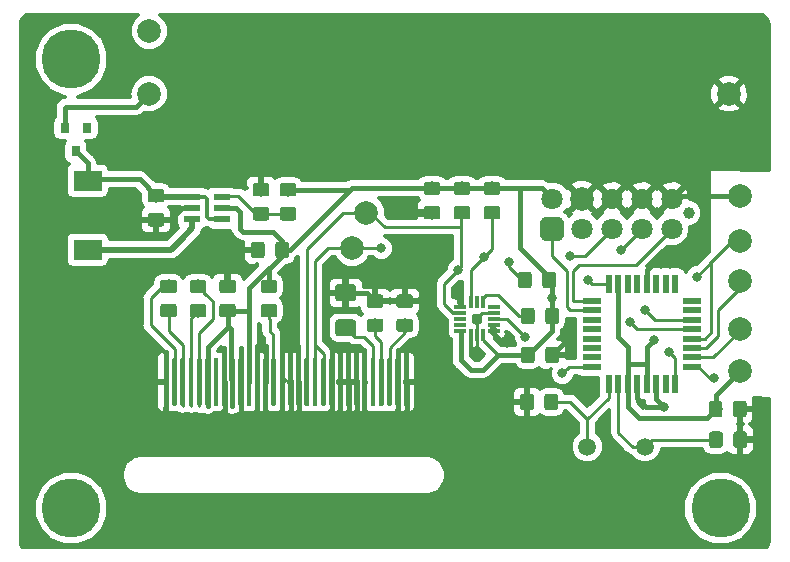
<source format=gbr>
G04 #@! TF.GenerationSoftware,KiCad,Pcbnew,(5.0.2)-1*
G04 #@! TF.CreationDate,2020-02-24T21:14:20+01:00*
G04 #@! TF.ProjectId,Poziomica 1.0,506f7a69-6f6d-4696-9361-20312e302e6b,rev?*
G04 #@! TF.SameCoordinates,Original*
G04 #@! TF.FileFunction,Copper,L2,Bot*
G04 #@! TF.FilePolarity,Positive*
%FSLAX46Y46*%
G04 Gerber Fmt 4.6, Leading zero omitted, Abs format (unit mm)*
G04 Created by KiCad (PCBNEW (5.0.2)-1) date 24.02.2020 21:14:20*
%MOMM*%
%LPD*%
G01*
G04 APERTURE LIST*
G04 #@! TA.AperFunction,Conductor*
%ADD10C,0.100000*%
G04 #@! TD*
G04 #@! TA.AperFunction,SMDPad,CuDef*
%ADD11C,1.150000*%
G04 #@! TD*
G04 #@! TA.AperFunction,ComponentPad*
%ADD12C,2.000000*%
G04 #@! TD*
G04 #@! TA.AperFunction,SMDPad,CuDef*
%ADD13R,1.000000X0.300000*%
G04 #@! TD*
G04 #@! TA.AperFunction,SMDPad,CuDef*
%ADD14R,0.300000X1.000000*%
G04 #@! TD*
G04 #@! TA.AperFunction,ComponentPad*
%ADD15C,1.500000*%
G04 #@! TD*
G04 #@! TA.AperFunction,ComponentPad*
%ADD16C,1.800000*%
G04 #@! TD*
G04 #@! TA.AperFunction,ConnectorPad*
%ADD17C,1.000000*%
G04 #@! TD*
G04 #@! TA.AperFunction,SMDPad,CuDef*
%ADD18C,0.400000*%
G04 #@! TD*
G04 #@! TA.AperFunction,BGAPad,CuDef*
%ADD19C,2.000000*%
G04 #@! TD*
G04 #@! TA.AperFunction,SMDPad,CuDef*
%ADD20R,0.550000X1.600000*%
G04 #@! TD*
G04 #@! TA.AperFunction,SMDPad,CuDef*
%ADD21R,1.600000X0.550000*%
G04 #@! TD*
G04 #@! TA.AperFunction,SMDPad,CuDef*
%ADD22C,1.425000*%
G04 #@! TD*
G04 #@! TA.AperFunction,SMDPad,CuDef*
%ADD23R,2.400000X1.750000*%
G04 #@! TD*
G04 #@! TA.AperFunction,SMDPad,CuDef*
%ADD24R,0.800000X0.900000*%
G04 #@! TD*
G04 #@! TA.AperFunction,SMDPad,CuDef*
%ADD25R,1.400000X0.600000*%
G04 #@! TD*
G04 #@! TA.AperFunction,ViaPad*
%ADD26C,5.000000*%
G04 #@! TD*
G04 #@! TA.AperFunction,ViaPad*
%ADD27C,0.800000*%
G04 #@! TD*
G04 #@! TA.AperFunction,Conductor*
%ADD28C,0.400000*%
G04 #@! TD*
G04 #@! TA.AperFunction,Conductor*
%ADD29C,0.250000*%
G04 #@! TD*
G04 #@! TA.AperFunction,Conductor*
%ADD30C,0.300000*%
G04 #@! TD*
G04 #@! TA.AperFunction,Conductor*
%ADD31C,0.500000*%
G04 #@! TD*
G04 APERTURE END LIST*
D10*
G04 #@! TO.N,Net-(CON1-Pad14)*
G04 #@! TO.C,R8*
G36*
X22224505Y-25701204D02*
X22248773Y-25704804D01*
X22272572Y-25710765D01*
X22295671Y-25719030D01*
X22317850Y-25729520D01*
X22338893Y-25742132D01*
X22358599Y-25756747D01*
X22376777Y-25773223D01*
X22393253Y-25791401D01*
X22407868Y-25811107D01*
X22420480Y-25832150D01*
X22430970Y-25854329D01*
X22439235Y-25877428D01*
X22445196Y-25901227D01*
X22448796Y-25925495D01*
X22450000Y-25949999D01*
X22450000Y-26600001D01*
X22448796Y-26624505D01*
X22445196Y-26648773D01*
X22439235Y-26672572D01*
X22430970Y-26695671D01*
X22420480Y-26717850D01*
X22407868Y-26738893D01*
X22393253Y-26758599D01*
X22376777Y-26776777D01*
X22358599Y-26793253D01*
X22338893Y-26807868D01*
X22317850Y-26820480D01*
X22295671Y-26830970D01*
X22272572Y-26839235D01*
X22248773Y-26845196D01*
X22224505Y-26848796D01*
X22200001Y-26850000D01*
X21299999Y-26850000D01*
X21275495Y-26848796D01*
X21251227Y-26845196D01*
X21227428Y-26839235D01*
X21204329Y-26830970D01*
X21182150Y-26820480D01*
X21161107Y-26807868D01*
X21141401Y-26793253D01*
X21123223Y-26776777D01*
X21106747Y-26758599D01*
X21092132Y-26738893D01*
X21079520Y-26717850D01*
X21069030Y-26695671D01*
X21060765Y-26672572D01*
X21054804Y-26648773D01*
X21051204Y-26624505D01*
X21050000Y-26600001D01*
X21050000Y-25949999D01*
X21051204Y-25925495D01*
X21054804Y-25901227D01*
X21060765Y-25877428D01*
X21069030Y-25854329D01*
X21079520Y-25832150D01*
X21092132Y-25811107D01*
X21106747Y-25791401D01*
X21123223Y-25773223D01*
X21141401Y-25756747D01*
X21161107Y-25742132D01*
X21182150Y-25729520D01*
X21204329Y-25719030D01*
X21227428Y-25710765D01*
X21251227Y-25704804D01*
X21275495Y-25701204D01*
X21299999Y-25700000D01*
X22200001Y-25700000D01*
X22224505Y-25701204D01*
X22224505Y-25701204D01*
G37*
D11*
G04 #@! TD*
G04 #@! TO.P,R8,1*
G04 #@! TO.N,Net-(CON1-Pad14)*
X21750000Y-26275000D03*
D10*
G04 #@! TO.N,+3V3*
G04 #@! TO.C,R8*
G36*
X22224505Y-23651204D02*
X22248773Y-23654804D01*
X22272572Y-23660765D01*
X22295671Y-23669030D01*
X22317850Y-23679520D01*
X22338893Y-23692132D01*
X22358599Y-23706747D01*
X22376777Y-23723223D01*
X22393253Y-23741401D01*
X22407868Y-23761107D01*
X22420480Y-23782150D01*
X22430970Y-23804329D01*
X22439235Y-23827428D01*
X22445196Y-23851227D01*
X22448796Y-23875495D01*
X22450000Y-23899999D01*
X22450000Y-24550001D01*
X22448796Y-24574505D01*
X22445196Y-24598773D01*
X22439235Y-24622572D01*
X22430970Y-24645671D01*
X22420480Y-24667850D01*
X22407868Y-24688893D01*
X22393253Y-24708599D01*
X22376777Y-24726777D01*
X22358599Y-24743253D01*
X22338893Y-24757868D01*
X22317850Y-24770480D01*
X22295671Y-24780970D01*
X22272572Y-24789235D01*
X22248773Y-24795196D01*
X22224505Y-24798796D01*
X22200001Y-24800000D01*
X21299999Y-24800000D01*
X21275495Y-24798796D01*
X21251227Y-24795196D01*
X21227428Y-24789235D01*
X21204329Y-24780970D01*
X21182150Y-24770480D01*
X21161107Y-24757868D01*
X21141401Y-24743253D01*
X21123223Y-24726777D01*
X21106747Y-24708599D01*
X21092132Y-24688893D01*
X21079520Y-24667850D01*
X21069030Y-24645671D01*
X21060765Y-24622572D01*
X21054804Y-24598773D01*
X21051204Y-24574505D01*
X21050000Y-24550001D01*
X21050000Y-23899999D01*
X21051204Y-23875495D01*
X21054804Y-23851227D01*
X21060765Y-23827428D01*
X21069030Y-23804329D01*
X21079520Y-23782150D01*
X21092132Y-23761107D01*
X21106747Y-23741401D01*
X21123223Y-23723223D01*
X21141401Y-23706747D01*
X21161107Y-23692132D01*
X21182150Y-23679520D01*
X21204329Y-23669030D01*
X21227428Y-23660765D01*
X21251227Y-23654804D01*
X21275495Y-23651204D01*
X21299999Y-23650000D01*
X22200001Y-23650000D01*
X22224505Y-23651204D01*
X22224505Y-23651204D01*
G37*
D11*
G04 #@! TD*
G04 #@! TO.P,R8,2*
G04 #@! TO.N,+3V3*
X21750000Y-24225000D03*
D12*
G04 #@! TO.P,BT1,3*
G04 #@! TO.N,N/C*
X11600000Y-2610000D03*
G04 #@! TO.P,BT1,2*
G04 #@! TO.N,GND*
X60700000Y-7920000D03*
G04 #@! TO.P,BT1,1*
G04 #@! TO.N,Net-(BT1-Pad1)*
X11600000Y-7920000D03*
G04 #@! TD*
D13*
G04 #@! TO.P,AC1,1*
G04 #@! TO.N,+3V3*
X37970000Y-27970000D03*
G04 #@! TO.P,AC1,2*
G04 #@! TO.N,Net-(AC1-Pad2)*
X37970000Y-27470000D03*
G04 #@! TO.P,AC1,3*
G04 #@! TO.N,Net-(AC1-Pad3)*
X37970000Y-26970000D03*
G04 #@! TO.P,AC1,4*
G04 #@! TO.N,SCL*
X37970000Y-26470000D03*
G04 #@! TO.P,AC1,5*
G04 #@! TO.N,GND*
X37970000Y-25970000D03*
D14*
G04 #@! TO.P,AC1,6*
G04 #@! TO.N,SDA*
X38870000Y-25570000D03*
G04 #@! TO.P,AC1,7*
G04 #@! TO.N,Net-(AC1-Pad7)*
X39370000Y-25570000D03*
G04 #@! TO.P,AC1,8*
G04 #@! TO.N,Net-(AC1-Pad8)*
X39870000Y-25570000D03*
D13*
G04 #@! TO.P,AC1,9*
G04 #@! TO.N,Net-(AC1-Pad9)*
X40770000Y-25970000D03*
G04 #@! TO.P,AC1,10*
G04 #@! TO.N,GND*
X40770000Y-26470000D03*
G04 #@! TO.P,AC1,11*
G04 #@! TO.N,INT1*
X40770000Y-26970000D03*
G04 #@! TO.P,AC1,12*
G04 #@! TO.N,GND*
X40770000Y-27470000D03*
G04 #@! TO.P,AC1,13*
X40770000Y-27970000D03*
D14*
G04 #@! TO.P,AC1,14*
G04 #@! TO.N,+3V3*
X39870000Y-28370000D03*
G04 #@! TO.P,AC1,15*
G04 #@! TO.N,GND*
X39370000Y-28370000D03*
G04 #@! TO.P,AC1,16*
X38870000Y-28370000D03*
G04 #@! TD*
D15*
G04 #@! TO.P,Y1,1*
G04 #@! TO.N,Net-(C1-Pad1)*
X53600000Y-37800000D03*
G04 #@! TO.P,Y1,2*
G04 #@! TO.N,Net-(C2-Pad1)*
X48720000Y-37800000D03*
G04 #@! TD*
D10*
G04 #@! TO.N,Net-(C4-Pad2)*
G04 #@! TO.C,C4*
G36*
X16224505Y-23651204D02*
X16248773Y-23654804D01*
X16272572Y-23660765D01*
X16295671Y-23669030D01*
X16317850Y-23679520D01*
X16338893Y-23692132D01*
X16358599Y-23706747D01*
X16376777Y-23723223D01*
X16393253Y-23741401D01*
X16407868Y-23761107D01*
X16420480Y-23782150D01*
X16430970Y-23804329D01*
X16439235Y-23827428D01*
X16445196Y-23851227D01*
X16448796Y-23875495D01*
X16450000Y-23899999D01*
X16450000Y-24550001D01*
X16448796Y-24574505D01*
X16445196Y-24598773D01*
X16439235Y-24622572D01*
X16430970Y-24645671D01*
X16420480Y-24667850D01*
X16407868Y-24688893D01*
X16393253Y-24708599D01*
X16376777Y-24726777D01*
X16358599Y-24743253D01*
X16338893Y-24757868D01*
X16317850Y-24770480D01*
X16295671Y-24780970D01*
X16272572Y-24789235D01*
X16248773Y-24795196D01*
X16224505Y-24798796D01*
X16200001Y-24800000D01*
X15299999Y-24800000D01*
X15275495Y-24798796D01*
X15251227Y-24795196D01*
X15227428Y-24789235D01*
X15204329Y-24780970D01*
X15182150Y-24770480D01*
X15161107Y-24757868D01*
X15141401Y-24743253D01*
X15123223Y-24726777D01*
X15106747Y-24708599D01*
X15092132Y-24688893D01*
X15079520Y-24667850D01*
X15069030Y-24645671D01*
X15060765Y-24622572D01*
X15054804Y-24598773D01*
X15051204Y-24574505D01*
X15050000Y-24550001D01*
X15050000Y-23899999D01*
X15051204Y-23875495D01*
X15054804Y-23851227D01*
X15060765Y-23827428D01*
X15069030Y-23804329D01*
X15079520Y-23782150D01*
X15092132Y-23761107D01*
X15106747Y-23741401D01*
X15123223Y-23723223D01*
X15141401Y-23706747D01*
X15161107Y-23692132D01*
X15182150Y-23679520D01*
X15204329Y-23669030D01*
X15227428Y-23660765D01*
X15251227Y-23654804D01*
X15275495Y-23651204D01*
X15299999Y-23650000D01*
X16200001Y-23650000D01*
X16224505Y-23651204D01*
X16224505Y-23651204D01*
G37*
D11*
G04 #@! TD*
G04 #@! TO.P,C4,2*
G04 #@! TO.N,Net-(C4-Pad2)*
X15750000Y-24225000D03*
D10*
G04 #@! TO.N,Net-(C4-Pad1)*
G04 #@! TO.C,C4*
G36*
X16224505Y-25701204D02*
X16248773Y-25704804D01*
X16272572Y-25710765D01*
X16295671Y-25719030D01*
X16317850Y-25729520D01*
X16338893Y-25742132D01*
X16358599Y-25756747D01*
X16376777Y-25773223D01*
X16393253Y-25791401D01*
X16407868Y-25811107D01*
X16420480Y-25832150D01*
X16430970Y-25854329D01*
X16439235Y-25877428D01*
X16445196Y-25901227D01*
X16448796Y-25925495D01*
X16450000Y-25949999D01*
X16450000Y-26600001D01*
X16448796Y-26624505D01*
X16445196Y-26648773D01*
X16439235Y-26672572D01*
X16430970Y-26695671D01*
X16420480Y-26717850D01*
X16407868Y-26738893D01*
X16393253Y-26758599D01*
X16376777Y-26776777D01*
X16358599Y-26793253D01*
X16338893Y-26807868D01*
X16317850Y-26820480D01*
X16295671Y-26830970D01*
X16272572Y-26839235D01*
X16248773Y-26845196D01*
X16224505Y-26848796D01*
X16200001Y-26850000D01*
X15299999Y-26850000D01*
X15275495Y-26848796D01*
X15251227Y-26845196D01*
X15227428Y-26839235D01*
X15204329Y-26830970D01*
X15182150Y-26820480D01*
X15161107Y-26807868D01*
X15141401Y-26793253D01*
X15123223Y-26776777D01*
X15106747Y-26758599D01*
X15092132Y-26738893D01*
X15079520Y-26717850D01*
X15069030Y-26695671D01*
X15060765Y-26672572D01*
X15054804Y-26648773D01*
X15051204Y-26624505D01*
X15050000Y-26600001D01*
X15050000Y-25949999D01*
X15051204Y-25925495D01*
X15054804Y-25901227D01*
X15060765Y-25877428D01*
X15069030Y-25854329D01*
X15079520Y-25832150D01*
X15092132Y-25811107D01*
X15106747Y-25791401D01*
X15123223Y-25773223D01*
X15141401Y-25756747D01*
X15161107Y-25742132D01*
X15182150Y-25729520D01*
X15204329Y-25719030D01*
X15227428Y-25710765D01*
X15251227Y-25704804D01*
X15275495Y-25701204D01*
X15299999Y-25700000D01*
X16200001Y-25700000D01*
X16224505Y-25701204D01*
X16224505Y-25701204D01*
G37*
D11*
G04 #@! TD*
G04 #@! TO.P,C4,1*
G04 #@! TO.N,Net-(C4-Pad1)*
X15750000Y-26275000D03*
D16*
G04 #@! TO.P,J1,10*
G04 #@! TO.N,GND*
X55880000Y-16810000D03*
G04 #@! TO.P,J1,9*
G04 #@! TO.N,MISO*
X55880000Y-19350000D03*
G04 #@! TO.P,J1,8*
G04 #@! TO.N,GND*
X53340000Y-16810000D03*
G04 #@! TO.P,J1,7*
G04 #@! TO.N,SCK*
X53340000Y-19350000D03*
G04 #@! TO.P,J1,6*
G04 #@! TO.N,GND*
X50800000Y-16810000D03*
G04 #@! TO.P,J1,5*
G04 #@! TO.N,RESET*
X50800000Y-19350000D03*
D12*
G04 #@! TO.P,J1,4*
G04 #@! TO.N,GND*
X48260000Y-16810000D03*
D16*
G04 #@! TO.P,J1,3*
G04 #@! TO.N,Net-(J1-Pad3)*
X48260000Y-19350000D03*
G04 #@! TO.P,J1,2*
G04 #@! TO.N,+3V3*
X45720000Y-16810000D03*
D10*
G04 #@! TD*
G04 #@! TO.N,MOSI*
G04 #@! TO.C,J1*
G36*
X46269009Y-18352408D02*
X46317545Y-18359607D01*
X46365142Y-18371530D01*
X46411342Y-18388060D01*
X46455698Y-18409039D01*
X46497785Y-18434265D01*
X46537197Y-18463495D01*
X46573553Y-18496447D01*
X46606505Y-18532803D01*
X46635735Y-18572215D01*
X46660961Y-18614302D01*
X46681940Y-18658658D01*
X46698470Y-18704858D01*
X46710393Y-18752455D01*
X46717592Y-18800991D01*
X46720000Y-18850000D01*
X46720000Y-19850000D01*
X46717592Y-19899009D01*
X46710393Y-19947545D01*
X46698470Y-19995142D01*
X46681940Y-20041342D01*
X46660961Y-20085698D01*
X46635735Y-20127785D01*
X46606505Y-20167197D01*
X46573553Y-20203553D01*
X46537197Y-20236505D01*
X46497785Y-20265735D01*
X46455698Y-20290961D01*
X46411342Y-20311940D01*
X46365142Y-20328470D01*
X46317545Y-20340393D01*
X46269009Y-20347592D01*
X46220000Y-20350000D01*
X45220000Y-20350000D01*
X45170991Y-20347592D01*
X45122455Y-20340393D01*
X45074858Y-20328470D01*
X45028658Y-20311940D01*
X44984302Y-20290961D01*
X44942215Y-20265735D01*
X44902803Y-20236505D01*
X44866447Y-20203553D01*
X44833495Y-20167197D01*
X44804265Y-20127785D01*
X44779039Y-20085698D01*
X44758060Y-20041342D01*
X44741530Y-19995142D01*
X44729607Y-19947545D01*
X44722408Y-19899009D01*
X44720000Y-19850000D01*
X44720000Y-18850000D01*
X44722408Y-18800991D01*
X44729607Y-18752455D01*
X44741530Y-18704858D01*
X44758060Y-18658658D01*
X44779039Y-18614302D01*
X44804265Y-18572215D01*
X44833495Y-18532803D01*
X44866447Y-18496447D01*
X44902803Y-18463495D01*
X44942215Y-18434265D01*
X44984302Y-18409039D01*
X45028658Y-18388060D01*
X45074858Y-18371530D01*
X45122455Y-18359607D01*
X45170991Y-18352408D01*
X45220000Y-18350000D01*
X46220000Y-18350000D01*
X46269009Y-18352408D01*
X46269009Y-18352408D01*
G37*
D12*
G04 #@! TO.P,J1,1*
G04 #@! TO.N,MOSI*
X45720000Y-19350000D03*
D17*
G04 #@! TO.P,J1,MP*
G04 #@! TO.N,Net-(J1-PadMP)*
X57300000Y-18010000D03*
G04 #@! TD*
D10*
G04 #@! TO.N,GND*
G04 #@! TO.C,CON1*
G36*
X13169802Y-30320482D02*
X13179509Y-30321921D01*
X13189028Y-30324306D01*
X13198268Y-30327612D01*
X13207140Y-30331808D01*
X13215557Y-30336853D01*
X13223439Y-30342699D01*
X13230711Y-30349289D01*
X13237301Y-30356561D01*
X13243147Y-30364443D01*
X13248192Y-30372860D01*
X13252388Y-30381732D01*
X13255694Y-30390972D01*
X13258079Y-30400491D01*
X13259518Y-30410198D01*
X13260000Y-30420000D01*
X13260000Y-34220000D01*
X13259518Y-34229802D01*
X13258079Y-34239509D01*
X13255694Y-34249028D01*
X13252388Y-34258268D01*
X13248192Y-34267140D01*
X13243147Y-34275557D01*
X13237301Y-34283439D01*
X13230711Y-34290711D01*
X13223439Y-34297301D01*
X13215557Y-34303147D01*
X13207140Y-34308192D01*
X13198268Y-34312388D01*
X13189028Y-34315694D01*
X13179509Y-34318079D01*
X13169802Y-34319518D01*
X13160000Y-34320000D01*
X12960000Y-34320000D01*
X12950198Y-34319518D01*
X12940491Y-34318079D01*
X12930972Y-34315694D01*
X12921732Y-34312388D01*
X12912860Y-34308192D01*
X12904443Y-34303147D01*
X12896561Y-34297301D01*
X12889289Y-34290711D01*
X12882699Y-34283439D01*
X12876853Y-34275557D01*
X12871808Y-34267140D01*
X12867612Y-34258268D01*
X12864306Y-34249028D01*
X12861921Y-34239509D01*
X12860482Y-34229802D01*
X12860000Y-34220000D01*
X12860000Y-30420000D01*
X12860482Y-30410198D01*
X12861921Y-30400491D01*
X12864306Y-30390972D01*
X12867612Y-30381732D01*
X12871808Y-30372860D01*
X12876853Y-30364443D01*
X12882699Y-30356561D01*
X12889289Y-30349289D01*
X12896561Y-30342699D01*
X12904443Y-30336853D01*
X12912860Y-30331808D01*
X12921732Y-30327612D01*
X12930972Y-30324306D01*
X12940491Y-30321921D01*
X12950198Y-30320482D01*
X12960000Y-30320000D01*
X13160000Y-30320000D01*
X13169802Y-30320482D01*
X13169802Y-30320482D01*
G37*
D18*
G04 #@! TD*
G04 #@! TO.P,CON1,1*
G04 #@! TO.N,GND*
X13060000Y-32320000D03*
D10*
G04 #@! TO.N,Net-(C8-Pad1)*
G04 #@! TO.C,CON1*
G36*
X13869802Y-30320482D02*
X13879509Y-30321921D01*
X13889028Y-30324306D01*
X13898268Y-30327612D01*
X13907140Y-30331808D01*
X13915557Y-30336853D01*
X13923439Y-30342699D01*
X13930711Y-30349289D01*
X13937301Y-30356561D01*
X13943147Y-30364443D01*
X13948192Y-30372860D01*
X13952388Y-30381732D01*
X13955694Y-30390972D01*
X13958079Y-30400491D01*
X13959518Y-30410198D01*
X13960000Y-30420000D01*
X13960000Y-34220000D01*
X13959518Y-34229802D01*
X13958079Y-34239509D01*
X13955694Y-34249028D01*
X13952388Y-34258268D01*
X13948192Y-34267140D01*
X13943147Y-34275557D01*
X13937301Y-34283439D01*
X13930711Y-34290711D01*
X13923439Y-34297301D01*
X13915557Y-34303147D01*
X13907140Y-34308192D01*
X13898268Y-34312388D01*
X13889028Y-34315694D01*
X13879509Y-34318079D01*
X13869802Y-34319518D01*
X13860000Y-34320000D01*
X13660000Y-34320000D01*
X13650198Y-34319518D01*
X13640491Y-34318079D01*
X13630972Y-34315694D01*
X13621732Y-34312388D01*
X13612860Y-34308192D01*
X13604443Y-34303147D01*
X13596561Y-34297301D01*
X13589289Y-34290711D01*
X13582699Y-34283439D01*
X13576853Y-34275557D01*
X13571808Y-34267140D01*
X13567612Y-34258268D01*
X13564306Y-34249028D01*
X13561921Y-34239509D01*
X13560482Y-34229802D01*
X13560000Y-34220000D01*
X13560000Y-30420000D01*
X13560482Y-30410198D01*
X13561921Y-30400491D01*
X13564306Y-30390972D01*
X13567612Y-30381732D01*
X13571808Y-30372860D01*
X13576853Y-30364443D01*
X13582699Y-30356561D01*
X13589289Y-30349289D01*
X13596561Y-30342699D01*
X13604443Y-30336853D01*
X13612860Y-30331808D01*
X13621732Y-30327612D01*
X13630972Y-30324306D01*
X13640491Y-30321921D01*
X13650198Y-30320482D01*
X13660000Y-30320000D01*
X13860000Y-30320000D01*
X13869802Y-30320482D01*
X13869802Y-30320482D01*
G37*
D18*
G04 #@! TD*
G04 #@! TO.P,CON1,2*
G04 #@! TO.N,Net-(C8-Pad1)*
X13760000Y-32320000D03*
D10*
G04 #@! TO.N,Net-(C8-Pad2)*
G04 #@! TO.C,CON1*
G36*
X14569802Y-30320482D02*
X14579509Y-30321921D01*
X14589028Y-30324306D01*
X14598268Y-30327612D01*
X14607140Y-30331808D01*
X14615557Y-30336853D01*
X14623439Y-30342699D01*
X14630711Y-30349289D01*
X14637301Y-30356561D01*
X14643147Y-30364443D01*
X14648192Y-30372860D01*
X14652388Y-30381732D01*
X14655694Y-30390972D01*
X14658079Y-30400491D01*
X14659518Y-30410198D01*
X14660000Y-30420000D01*
X14660000Y-34220000D01*
X14659518Y-34229802D01*
X14658079Y-34239509D01*
X14655694Y-34249028D01*
X14652388Y-34258268D01*
X14648192Y-34267140D01*
X14643147Y-34275557D01*
X14637301Y-34283439D01*
X14630711Y-34290711D01*
X14623439Y-34297301D01*
X14615557Y-34303147D01*
X14607140Y-34308192D01*
X14598268Y-34312388D01*
X14589028Y-34315694D01*
X14579509Y-34318079D01*
X14569802Y-34319518D01*
X14560000Y-34320000D01*
X14360000Y-34320000D01*
X14350198Y-34319518D01*
X14340491Y-34318079D01*
X14330972Y-34315694D01*
X14321732Y-34312388D01*
X14312860Y-34308192D01*
X14304443Y-34303147D01*
X14296561Y-34297301D01*
X14289289Y-34290711D01*
X14282699Y-34283439D01*
X14276853Y-34275557D01*
X14271808Y-34267140D01*
X14267612Y-34258268D01*
X14264306Y-34249028D01*
X14261921Y-34239509D01*
X14260482Y-34229802D01*
X14260000Y-34220000D01*
X14260000Y-30420000D01*
X14260482Y-30410198D01*
X14261921Y-30400491D01*
X14264306Y-30390972D01*
X14267612Y-30381732D01*
X14271808Y-30372860D01*
X14276853Y-30364443D01*
X14282699Y-30356561D01*
X14289289Y-30349289D01*
X14296561Y-30342699D01*
X14304443Y-30336853D01*
X14312860Y-30331808D01*
X14321732Y-30327612D01*
X14330972Y-30324306D01*
X14340491Y-30321921D01*
X14350198Y-30320482D01*
X14360000Y-30320000D01*
X14560000Y-30320000D01*
X14569802Y-30320482D01*
X14569802Y-30320482D01*
G37*
D18*
G04 #@! TD*
G04 #@! TO.P,CON1,3*
G04 #@! TO.N,Net-(C8-Pad2)*
X14460000Y-32320000D03*
D10*
G04 #@! TO.N,Net-(C4-Pad1)*
G04 #@! TO.C,CON1*
G36*
X15269802Y-30320482D02*
X15279509Y-30321921D01*
X15289028Y-30324306D01*
X15298268Y-30327612D01*
X15307140Y-30331808D01*
X15315557Y-30336853D01*
X15323439Y-30342699D01*
X15330711Y-30349289D01*
X15337301Y-30356561D01*
X15343147Y-30364443D01*
X15348192Y-30372860D01*
X15352388Y-30381732D01*
X15355694Y-30390972D01*
X15358079Y-30400491D01*
X15359518Y-30410198D01*
X15360000Y-30420000D01*
X15360000Y-34220000D01*
X15359518Y-34229802D01*
X15358079Y-34239509D01*
X15355694Y-34249028D01*
X15352388Y-34258268D01*
X15348192Y-34267140D01*
X15343147Y-34275557D01*
X15337301Y-34283439D01*
X15330711Y-34290711D01*
X15323439Y-34297301D01*
X15315557Y-34303147D01*
X15307140Y-34308192D01*
X15298268Y-34312388D01*
X15289028Y-34315694D01*
X15279509Y-34318079D01*
X15269802Y-34319518D01*
X15260000Y-34320000D01*
X15060000Y-34320000D01*
X15050198Y-34319518D01*
X15040491Y-34318079D01*
X15030972Y-34315694D01*
X15021732Y-34312388D01*
X15012860Y-34308192D01*
X15004443Y-34303147D01*
X14996561Y-34297301D01*
X14989289Y-34290711D01*
X14982699Y-34283439D01*
X14976853Y-34275557D01*
X14971808Y-34267140D01*
X14967612Y-34258268D01*
X14964306Y-34249028D01*
X14961921Y-34239509D01*
X14960482Y-34229802D01*
X14960000Y-34220000D01*
X14960000Y-30420000D01*
X14960482Y-30410198D01*
X14961921Y-30400491D01*
X14964306Y-30390972D01*
X14967612Y-30381732D01*
X14971808Y-30372860D01*
X14976853Y-30364443D01*
X14982699Y-30356561D01*
X14989289Y-30349289D01*
X14996561Y-30342699D01*
X15004443Y-30336853D01*
X15012860Y-30331808D01*
X15021732Y-30327612D01*
X15030972Y-30324306D01*
X15040491Y-30321921D01*
X15050198Y-30320482D01*
X15060000Y-30320000D01*
X15260000Y-30320000D01*
X15269802Y-30320482D01*
X15269802Y-30320482D01*
G37*
D18*
G04 #@! TD*
G04 #@! TO.P,CON1,4*
G04 #@! TO.N,Net-(C4-Pad1)*
X15160000Y-32320000D03*
D10*
G04 #@! TO.N,Net-(C4-Pad2)*
G04 #@! TO.C,CON1*
G36*
X15969802Y-30320482D02*
X15979509Y-30321921D01*
X15989028Y-30324306D01*
X15998268Y-30327612D01*
X16007140Y-30331808D01*
X16015557Y-30336853D01*
X16023439Y-30342699D01*
X16030711Y-30349289D01*
X16037301Y-30356561D01*
X16043147Y-30364443D01*
X16048192Y-30372860D01*
X16052388Y-30381732D01*
X16055694Y-30390972D01*
X16058079Y-30400491D01*
X16059518Y-30410198D01*
X16060000Y-30420000D01*
X16060000Y-34220000D01*
X16059518Y-34229802D01*
X16058079Y-34239509D01*
X16055694Y-34249028D01*
X16052388Y-34258268D01*
X16048192Y-34267140D01*
X16043147Y-34275557D01*
X16037301Y-34283439D01*
X16030711Y-34290711D01*
X16023439Y-34297301D01*
X16015557Y-34303147D01*
X16007140Y-34308192D01*
X15998268Y-34312388D01*
X15989028Y-34315694D01*
X15979509Y-34318079D01*
X15969802Y-34319518D01*
X15960000Y-34320000D01*
X15760000Y-34320000D01*
X15750198Y-34319518D01*
X15740491Y-34318079D01*
X15730972Y-34315694D01*
X15721732Y-34312388D01*
X15712860Y-34308192D01*
X15704443Y-34303147D01*
X15696561Y-34297301D01*
X15689289Y-34290711D01*
X15682699Y-34283439D01*
X15676853Y-34275557D01*
X15671808Y-34267140D01*
X15667612Y-34258268D01*
X15664306Y-34249028D01*
X15661921Y-34239509D01*
X15660482Y-34229802D01*
X15660000Y-34220000D01*
X15660000Y-30420000D01*
X15660482Y-30410198D01*
X15661921Y-30400491D01*
X15664306Y-30390972D01*
X15667612Y-30381732D01*
X15671808Y-30372860D01*
X15676853Y-30364443D01*
X15682699Y-30356561D01*
X15689289Y-30349289D01*
X15696561Y-30342699D01*
X15704443Y-30336853D01*
X15712860Y-30331808D01*
X15721732Y-30327612D01*
X15730972Y-30324306D01*
X15740491Y-30321921D01*
X15750198Y-30320482D01*
X15760000Y-30320000D01*
X15960000Y-30320000D01*
X15969802Y-30320482D01*
X15969802Y-30320482D01*
G37*
D18*
G04 #@! TD*
G04 #@! TO.P,CON1,5*
G04 #@! TO.N,Net-(C4-Pad2)*
X15860000Y-32320000D03*
D10*
G04 #@! TO.N,+3V3*
G04 #@! TO.C,CON1*
G36*
X16669802Y-30320482D02*
X16679509Y-30321921D01*
X16689028Y-30324306D01*
X16698268Y-30327612D01*
X16707140Y-30331808D01*
X16715557Y-30336853D01*
X16723439Y-30342699D01*
X16730711Y-30349289D01*
X16737301Y-30356561D01*
X16743147Y-30364443D01*
X16748192Y-30372860D01*
X16752388Y-30381732D01*
X16755694Y-30390972D01*
X16758079Y-30400491D01*
X16759518Y-30410198D01*
X16760000Y-30420000D01*
X16760000Y-34220000D01*
X16759518Y-34229802D01*
X16758079Y-34239509D01*
X16755694Y-34249028D01*
X16752388Y-34258268D01*
X16748192Y-34267140D01*
X16743147Y-34275557D01*
X16737301Y-34283439D01*
X16730711Y-34290711D01*
X16723439Y-34297301D01*
X16715557Y-34303147D01*
X16707140Y-34308192D01*
X16698268Y-34312388D01*
X16689028Y-34315694D01*
X16679509Y-34318079D01*
X16669802Y-34319518D01*
X16660000Y-34320000D01*
X16460000Y-34320000D01*
X16450198Y-34319518D01*
X16440491Y-34318079D01*
X16430972Y-34315694D01*
X16421732Y-34312388D01*
X16412860Y-34308192D01*
X16404443Y-34303147D01*
X16396561Y-34297301D01*
X16389289Y-34290711D01*
X16382699Y-34283439D01*
X16376853Y-34275557D01*
X16371808Y-34267140D01*
X16367612Y-34258268D01*
X16364306Y-34249028D01*
X16361921Y-34239509D01*
X16360482Y-34229802D01*
X16360000Y-34220000D01*
X16360000Y-30420000D01*
X16360482Y-30410198D01*
X16361921Y-30400491D01*
X16364306Y-30390972D01*
X16367612Y-30381732D01*
X16371808Y-30372860D01*
X16376853Y-30364443D01*
X16382699Y-30356561D01*
X16389289Y-30349289D01*
X16396561Y-30342699D01*
X16404443Y-30336853D01*
X16412860Y-30331808D01*
X16421732Y-30327612D01*
X16430972Y-30324306D01*
X16440491Y-30321921D01*
X16450198Y-30320482D01*
X16460000Y-30320000D01*
X16660000Y-30320000D01*
X16669802Y-30320482D01*
X16669802Y-30320482D01*
G37*
D18*
G04 #@! TD*
G04 #@! TO.P,CON1,6*
G04 #@! TO.N,+3V3*
X16560000Y-32320000D03*
D10*
G04 #@! TO.N,Net-(CON1-Pad7)*
G04 #@! TO.C,CON1*
G36*
X17369802Y-30320482D02*
X17379509Y-30321921D01*
X17389028Y-30324306D01*
X17398268Y-30327612D01*
X17407140Y-30331808D01*
X17415557Y-30336853D01*
X17423439Y-30342699D01*
X17430711Y-30349289D01*
X17437301Y-30356561D01*
X17443147Y-30364443D01*
X17448192Y-30372860D01*
X17452388Y-30381732D01*
X17455694Y-30390972D01*
X17458079Y-30400491D01*
X17459518Y-30410198D01*
X17460000Y-30420000D01*
X17460000Y-34220000D01*
X17459518Y-34229802D01*
X17458079Y-34239509D01*
X17455694Y-34249028D01*
X17452388Y-34258268D01*
X17448192Y-34267140D01*
X17443147Y-34275557D01*
X17437301Y-34283439D01*
X17430711Y-34290711D01*
X17423439Y-34297301D01*
X17415557Y-34303147D01*
X17407140Y-34308192D01*
X17398268Y-34312388D01*
X17389028Y-34315694D01*
X17379509Y-34318079D01*
X17369802Y-34319518D01*
X17360000Y-34320000D01*
X17160000Y-34320000D01*
X17150198Y-34319518D01*
X17140491Y-34318079D01*
X17130972Y-34315694D01*
X17121732Y-34312388D01*
X17112860Y-34308192D01*
X17104443Y-34303147D01*
X17096561Y-34297301D01*
X17089289Y-34290711D01*
X17082699Y-34283439D01*
X17076853Y-34275557D01*
X17071808Y-34267140D01*
X17067612Y-34258268D01*
X17064306Y-34249028D01*
X17061921Y-34239509D01*
X17060482Y-34229802D01*
X17060000Y-34220000D01*
X17060000Y-30420000D01*
X17060482Y-30410198D01*
X17061921Y-30400491D01*
X17064306Y-30390972D01*
X17067612Y-30381732D01*
X17071808Y-30372860D01*
X17076853Y-30364443D01*
X17082699Y-30356561D01*
X17089289Y-30349289D01*
X17096561Y-30342699D01*
X17104443Y-30336853D01*
X17112860Y-30331808D01*
X17121732Y-30327612D01*
X17130972Y-30324306D01*
X17140491Y-30321921D01*
X17150198Y-30320482D01*
X17160000Y-30320000D01*
X17360000Y-30320000D01*
X17369802Y-30320482D01*
X17369802Y-30320482D01*
G37*
D18*
G04 #@! TD*
G04 #@! TO.P,CON1,7*
G04 #@! TO.N,Net-(CON1-Pad7)*
X17260000Y-32320000D03*
D10*
G04 #@! TO.N,GND*
G04 #@! TO.C,CON1*
G36*
X18069802Y-30320482D02*
X18079509Y-30321921D01*
X18089028Y-30324306D01*
X18098268Y-30327612D01*
X18107140Y-30331808D01*
X18115557Y-30336853D01*
X18123439Y-30342699D01*
X18130711Y-30349289D01*
X18137301Y-30356561D01*
X18143147Y-30364443D01*
X18148192Y-30372860D01*
X18152388Y-30381732D01*
X18155694Y-30390972D01*
X18158079Y-30400491D01*
X18159518Y-30410198D01*
X18160000Y-30420000D01*
X18160000Y-34220000D01*
X18159518Y-34229802D01*
X18158079Y-34239509D01*
X18155694Y-34249028D01*
X18152388Y-34258268D01*
X18148192Y-34267140D01*
X18143147Y-34275557D01*
X18137301Y-34283439D01*
X18130711Y-34290711D01*
X18123439Y-34297301D01*
X18115557Y-34303147D01*
X18107140Y-34308192D01*
X18098268Y-34312388D01*
X18089028Y-34315694D01*
X18079509Y-34318079D01*
X18069802Y-34319518D01*
X18060000Y-34320000D01*
X17860000Y-34320000D01*
X17850198Y-34319518D01*
X17840491Y-34318079D01*
X17830972Y-34315694D01*
X17821732Y-34312388D01*
X17812860Y-34308192D01*
X17804443Y-34303147D01*
X17796561Y-34297301D01*
X17789289Y-34290711D01*
X17782699Y-34283439D01*
X17776853Y-34275557D01*
X17771808Y-34267140D01*
X17767612Y-34258268D01*
X17764306Y-34249028D01*
X17761921Y-34239509D01*
X17760482Y-34229802D01*
X17760000Y-34220000D01*
X17760000Y-30420000D01*
X17760482Y-30410198D01*
X17761921Y-30400491D01*
X17764306Y-30390972D01*
X17767612Y-30381732D01*
X17771808Y-30372860D01*
X17776853Y-30364443D01*
X17782699Y-30356561D01*
X17789289Y-30349289D01*
X17796561Y-30342699D01*
X17804443Y-30336853D01*
X17812860Y-30331808D01*
X17821732Y-30327612D01*
X17830972Y-30324306D01*
X17840491Y-30321921D01*
X17850198Y-30320482D01*
X17860000Y-30320000D01*
X18060000Y-30320000D01*
X18069802Y-30320482D01*
X18069802Y-30320482D01*
G37*
D18*
G04 #@! TD*
G04 #@! TO.P,CON1,8*
G04 #@! TO.N,GND*
X17960000Y-32320000D03*
D10*
G04 #@! TO.N,+3V3*
G04 #@! TO.C,CON1*
G36*
X18769802Y-30320482D02*
X18779509Y-30321921D01*
X18789028Y-30324306D01*
X18798268Y-30327612D01*
X18807140Y-30331808D01*
X18815557Y-30336853D01*
X18823439Y-30342699D01*
X18830711Y-30349289D01*
X18837301Y-30356561D01*
X18843147Y-30364443D01*
X18848192Y-30372860D01*
X18852388Y-30381732D01*
X18855694Y-30390972D01*
X18858079Y-30400491D01*
X18859518Y-30410198D01*
X18860000Y-30420000D01*
X18860000Y-34220000D01*
X18859518Y-34229802D01*
X18858079Y-34239509D01*
X18855694Y-34249028D01*
X18852388Y-34258268D01*
X18848192Y-34267140D01*
X18843147Y-34275557D01*
X18837301Y-34283439D01*
X18830711Y-34290711D01*
X18823439Y-34297301D01*
X18815557Y-34303147D01*
X18807140Y-34308192D01*
X18798268Y-34312388D01*
X18789028Y-34315694D01*
X18779509Y-34318079D01*
X18769802Y-34319518D01*
X18760000Y-34320000D01*
X18560000Y-34320000D01*
X18550198Y-34319518D01*
X18540491Y-34318079D01*
X18530972Y-34315694D01*
X18521732Y-34312388D01*
X18512860Y-34308192D01*
X18504443Y-34303147D01*
X18496561Y-34297301D01*
X18489289Y-34290711D01*
X18482699Y-34283439D01*
X18476853Y-34275557D01*
X18471808Y-34267140D01*
X18467612Y-34258268D01*
X18464306Y-34249028D01*
X18461921Y-34239509D01*
X18460482Y-34229802D01*
X18460000Y-34220000D01*
X18460000Y-30420000D01*
X18460482Y-30410198D01*
X18461921Y-30400491D01*
X18464306Y-30390972D01*
X18467612Y-30381732D01*
X18471808Y-30372860D01*
X18476853Y-30364443D01*
X18482699Y-30356561D01*
X18489289Y-30349289D01*
X18496561Y-30342699D01*
X18504443Y-30336853D01*
X18512860Y-30331808D01*
X18521732Y-30327612D01*
X18530972Y-30324306D01*
X18540491Y-30321921D01*
X18550198Y-30320482D01*
X18560000Y-30320000D01*
X18760000Y-30320000D01*
X18769802Y-30320482D01*
X18769802Y-30320482D01*
G37*
D18*
G04 #@! TD*
G04 #@! TO.P,CON1,9*
G04 #@! TO.N,+3V3*
X18660000Y-32320000D03*
D10*
G04 #@! TO.N,GND*
G04 #@! TO.C,CON1*
G36*
X19469802Y-30320482D02*
X19479509Y-30321921D01*
X19489028Y-30324306D01*
X19498268Y-30327612D01*
X19507140Y-30331808D01*
X19515557Y-30336853D01*
X19523439Y-30342699D01*
X19530711Y-30349289D01*
X19537301Y-30356561D01*
X19543147Y-30364443D01*
X19548192Y-30372860D01*
X19552388Y-30381732D01*
X19555694Y-30390972D01*
X19558079Y-30400491D01*
X19559518Y-30410198D01*
X19560000Y-30420000D01*
X19560000Y-34220000D01*
X19559518Y-34229802D01*
X19558079Y-34239509D01*
X19555694Y-34249028D01*
X19552388Y-34258268D01*
X19548192Y-34267140D01*
X19543147Y-34275557D01*
X19537301Y-34283439D01*
X19530711Y-34290711D01*
X19523439Y-34297301D01*
X19515557Y-34303147D01*
X19507140Y-34308192D01*
X19498268Y-34312388D01*
X19489028Y-34315694D01*
X19479509Y-34318079D01*
X19469802Y-34319518D01*
X19460000Y-34320000D01*
X19260000Y-34320000D01*
X19250198Y-34319518D01*
X19240491Y-34318079D01*
X19230972Y-34315694D01*
X19221732Y-34312388D01*
X19212860Y-34308192D01*
X19204443Y-34303147D01*
X19196561Y-34297301D01*
X19189289Y-34290711D01*
X19182699Y-34283439D01*
X19176853Y-34275557D01*
X19171808Y-34267140D01*
X19167612Y-34258268D01*
X19164306Y-34249028D01*
X19161921Y-34239509D01*
X19160482Y-34229802D01*
X19160000Y-34220000D01*
X19160000Y-30420000D01*
X19160482Y-30410198D01*
X19161921Y-30400491D01*
X19164306Y-30390972D01*
X19167612Y-30381732D01*
X19171808Y-30372860D01*
X19176853Y-30364443D01*
X19182699Y-30356561D01*
X19189289Y-30349289D01*
X19196561Y-30342699D01*
X19204443Y-30336853D01*
X19212860Y-30331808D01*
X19221732Y-30327612D01*
X19230972Y-30324306D01*
X19240491Y-30321921D01*
X19250198Y-30320482D01*
X19260000Y-30320000D01*
X19460000Y-30320000D01*
X19469802Y-30320482D01*
X19469802Y-30320482D01*
G37*
D18*
G04 #@! TD*
G04 #@! TO.P,CON1,10*
G04 #@! TO.N,GND*
X19360000Y-32320000D03*
D10*
G04 #@! TO.N,+3V3*
G04 #@! TO.C,CON1*
G36*
X20169802Y-30320482D02*
X20179509Y-30321921D01*
X20189028Y-30324306D01*
X20198268Y-30327612D01*
X20207140Y-30331808D01*
X20215557Y-30336853D01*
X20223439Y-30342699D01*
X20230711Y-30349289D01*
X20237301Y-30356561D01*
X20243147Y-30364443D01*
X20248192Y-30372860D01*
X20252388Y-30381732D01*
X20255694Y-30390972D01*
X20258079Y-30400491D01*
X20259518Y-30410198D01*
X20260000Y-30420000D01*
X20260000Y-34220000D01*
X20259518Y-34229802D01*
X20258079Y-34239509D01*
X20255694Y-34249028D01*
X20252388Y-34258268D01*
X20248192Y-34267140D01*
X20243147Y-34275557D01*
X20237301Y-34283439D01*
X20230711Y-34290711D01*
X20223439Y-34297301D01*
X20215557Y-34303147D01*
X20207140Y-34308192D01*
X20198268Y-34312388D01*
X20189028Y-34315694D01*
X20179509Y-34318079D01*
X20169802Y-34319518D01*
X20160000Y-34320000D01*
X19960000Y-34320000D01*
X19950198Y-34319518D01*
X19940491Y-34318079D01*
X19930972Y-34315694D01*
X19921732Y-34312388D01*
X19912860Y-34308192D01*
X19904443Y-34303147D01*
X19896561Y-34297301D01*
X19889289Y-34290711D01*
X19882699Y-34283439D01*
X19876853Y-34275557D01*
X19871808Y-34267140D01*
X19867612Y-34258268D01*
X19864306Y-34249028D01*
X19861921Y-34239509D01*
X19860482Y-34229802D01*
X19860000Y-34220000D01*
X19860000Y-30420000D01*
X19860482Y-30410198D01*
X19861921Y-30400491D01*
X19864306Y-30390972D01*
X19867612Y-30381732D01*
X19871808Y-30372860D01*
X19876853Y-30364443D01*
X19882699Y-30356561D01*
X19889289Y-30349289D01*
X19896561Y-30342699D01*
X19904443Y-30336853D01*
X19912860Y-30331808D01*
X19921732Y-30327612D01*
X19930972Y-30324306D01*
X19940491Y-30321921D01*
X19950198Y-30320482D01*
X19960000Y-30320000D01*
X20160000Y-30320000D01*
X20169802Y-30320482D01*
X20169802Y-30320482D01*
G37*
D18*
G04 #@! TD*
G04 #@! TO.P,CON1,11*
G04 #@! TO.N,+3V3*
X20060000Y-32320000D03*
D10*
G04 #@! TO.N,GND*
G04 #@! TO.C,CON1*
G36*
X20869802Y-30320482D02*
X20879509Y-30321921D01*
X20889028Y-30324306D01*
X20898268Y-30327612D01*
X20907140Y-30331808D01*
X20915557Y-30336853D01*
X20923439Y-30342699D01*
X20930711Y-30349289D01*
X20937301Y-30356561D01*
X20943147Y-30364443D01*
X20948192Y-30372860D01*
X20952388Y-30381732D01*
X20955694Y-30390972D01*
X20958079Y-30400491D01*
X20959518Y-30410198D01*
X20960000Y-30420000D01*
X20960000Y-34220000D01*
X20959518Y-34229802D01*
X20958079Y-34239509D01*
X20955694Y-34249028D01*
X20952388Y-34258268D01*
X20948192Y-34267140D01*
X20943147Y-34275557D01*
X20937301Y-34283439D01*
X20930711Y-34290711D01*
X20923439Y-34297301D01*
X20915557Y-34303147D01*
X20907140Y-34308192D01*
X20898268Y-34312388D01*
X20889028Y-34315694D01*
X20879509Y-34318079D01*
X20869802Y-34319518D01*
X20860000Y-34320000D01*
X20660000Y-34320000D01*
X20650198Y-34319518D01*
X20640491Y-34318079D01*
X20630972Y-34315694D01*
X20621732Y-34312388D01*
X20612860Y-34308192D01*
X20604443Y-34303147D01*
X20596561Y-34297301D01*
X20589289Y-34290711D01*
X20582699Y-34283439D01*
X20576853Y-34275557D01*
X20571808Y-34267140D01*
X20567612Y-34258268D01*
X20564306Y-34249028D01*
X20561921Y-34239509D01*
X20560482Y-34229802D01*
X20560000Y-34220000D01*
X20560000Y-30420000D01*
X20560482Y-30410198D01*
X20561921Y-30400491D01*
X20564306Y-30390972D01*
X20567612Y-30381732D01*
X20571808Y-30372860D01*
X20576853Y-30364443D01*
X20582699Y-30356561D01*
X20589289Y-30349289D01*
X20596561Y-30342699D01*
X20604443Y-30336853D01*
X20612860Y-30331808D01*
X20621732Y-30327612D01*
X20630972Y-30324306D01*
X20640491Y-30321921D01*
X20650198Y-30320482D01*
X20660000Y-30320000D01*
X20860000Y-30320000D01*
X20869802Y-30320482D01*
X20869802Y-30320482D01*
G37*
D18*
G04 #@! TD*
G04 #@! TO.P,CON1,12*
G04 #@! TO.N,GND*
X20760000Y-32320000D03*
D10*
G04 #@! TO.N,GND*
G04 #@! TO.C,CON1*
G36*
X21569802Y-30320482D02*
X21579509Y-30321921D01*
X21589028Y-30324306D01*
X21598268Y-30327612D01*
X21607140Y-30331808D01*
X21615557Y-30336853D01*
X21623439Y-30342699D01*
X21630711Y-30349289D01*
X21637301Y-30356561D01*
X21643147Y-30364443D01*
X21648192Y-30372860D01*
X21652388Y-30381732D01*
X21655694Y-30390972D01*
X21658079Y-30400491D01*
X21659518Y-30410198D01*
X21660000Y-30420000D01*
X21660000Y-34220000D01*
X21659518Y-34229802D01*
X21658079Y-34239509D01*
X21655694Y-34249028D01*
X21652388Y-34258268D01*
X21648192Y-34267140D01*
X21643147Y-34275557D01*
X21637301Y-34283439D01*
X21630711Y-34290711D01*
X21623439Y-34297301D01*
X21615557Y-34303147D01*
X21607140Y-34308192D01*
X21598268Y-34312388D01*
X21589028Y-34315694D01*
X21579509Y-34318079D01*
X21569802Y-34319518D01*
X21560000Y-34320000D01*
X21360000Y-34320000D01*
X21350198Y-34319518D01*
X21340491Y-34318079D01*
X21330972Y-34315694D01*
X21321732Y-34312388D01*
X21312860Y-34308192D01*
X21304443Y-34303147D01*
X21296561Y-34297301D01*
X21289289Y-34290711D01*
X21282699Y-34283439D01*
X21276853Y-34275557D01*
X21271808Y-34267140D01*
X21267612Y-34258268D01*
X21264306Y-34249028D01*
X21261921Y-34239509D01*
X21260482Y-34229802D01*
X21260000Y-34220000D01*
X21260000Y-30420000D01*
X21260482Y-30410198D01*
X21261921Y-30400491D01*
X21264306Y-30390972D01*
X21267612Y-30381732D01*
X21271808Y-30372860D01*
X21276853Y-30364443D01*
X21282699Y-30356561D01*
X21289289Y-30349289D01*
X21296561Y-30342699D01*
X21304443Y-30336853D01*
X21312860Y-30331808D01*
X21321732Y-30327612D01*
X21330972Y-30324306D01*
X21340491Y-30321921D01*
X21350198Y-30320482D01*
X21360000Y-30320000D01*
X21560000Y-30320000D01*
X21569802Y-30320482D01*
X21569802Y-30320482D01*
G37*
D18*
G04 #@! TD*
G04 #@! TO.P,CON1,13*
G04 #@! TO.N,GND*
X21460000Y-32320000D03*
D10*
G04 #@! TO.N,Net-(CON1-Pad14)*
G04 #@! TO.C,CON1*
G36*
X22269802Y-30320482D02*
X22279509Y-30321921D01*
X22289028Y-30324306D01*
X22298268Y-30327612D01*
X22307140Y-30331808D01*
X22315557Y-30336853D01*
X22323439Y-30342699D01*
X22330711Y-30349289D01*
X22337301Y-30356561D01*
X22343147Y-30364443D01*
X22348192Y-30372860D01*
X22352388Y-30381732D01*
X22355694Y-30390972D01*
X22358079Y-30400491D01*
X22359518Y-30410198D01*
X22360000Y-30420000D01*
X22360000Y-34220000D01*
X22359518Y-34229802D01*
X22358079Y-34239509D01*
X22355694Y-34249028D01*
X22352388Y-34258268D01*
X22348192Y-34267140D01*
X22343147Y-34275557D01*
X22337301Y-34283439D01*
X22330711Y-34290711D01*
X22323439Y-34297301D01*
X22315557Y-34303147D01*
X22307140Y-34308192D01*
X22298268Y-34312388D01*
X22289028Y-34315694D01*
X22279509Y-34318079D01*
X22269802Y-34319518D01*
X22260000Y-34320000D01*
X22060000Y-34320000D01*
X22050198Y-34319518D01*
X22040491Y-34318079D01*
X22030972Y-34315694D01*
X22021732Y-34312388D01*
X22012860Y-34308192D01*
X22004443Y-34303147D01*
X21996561Y-34297301D01*
X21989289Y-34290711D01*
X21982699Y-34283439D01*
X21976853Y-34275557D01*
X21971808Y-34267140D01*
X21967612Y-34258268D01*
X21964306Y-34249028D01*
X21961921Y-34239509D01*
X21960482Y-34229802D01*
X21960000Y-34220000D01*
X21960000Y-30420000D01*
X21960482Y-30410198D01*
X21961921Y-30400491D01*
X21964306Y-30390972D01*
X21967612Y-30381732D01*
X21971808Y-30372860D01*
X21976853Y-30364443D01*
X21982699Y-30356561D01*
X21989289Y-30349289D01*
X21996561Y-30342699D01*
X22004443Y-30336853D01*
X22012860Y-30331808D01*
X22021732Y-30327612D01*
X22030972Y-30324306D01*
X22040491Y-30321921D01*
X22050198Y-30320482D01*
X22060000Y-30320000D01*
X22260000Y-30320000D01*
X22269802Y-30320482D01*
X22269802Y-30320482D01*
G37*
D18*
G04 #@! TD*
G04 #@! TO.P,CON1,14*
G04 #@! TO.N,Net-(CON1-Pad14)*
X22160000Y-32320000D03*
D10*
G04 #@! TO.N,GND*
G04 #@! TO.C,CON1*
G36*
X22969802Y-30320482D02*
X22979509Y-30321921D01*
X22989028Y-30324306D01*
X22998268Y-30327612D01*
X23007140Y-30331808D01*
X23015557Y-30336853D01*
X23023439Y-30342699D01*
X23030711Y-30349289D01*
X23037301Y-30356561D01*
X23043147Y-30364443D01*
X23048192Y-30372860D01*
X23052388Y-30381732D01*
X23055694Y-30390972D01*
X23058079Y-30400491D01*
X23059518Y-30410198D01*
X23060000Y-30420000D01*
X23060000Y-34220000D01*
X23059518Y-34229802D01*
X23058079Y-34239509D01*
X23055694Y-34249028D01*
X23052388Y-34258268D01*
X23048192Y-34267140D01*
X23043147Y-34275557D01*
X23037301Y-34283439D01*
X23030711Y-34290711D01*
X23023439Y-34297301D01*
X23015557Y-34303147D01*
X23007140Y-34308192D01*
X22998268Y-34312388D01*
X22989028Y-34315694D01*
X22979509Y-34318079D01*
X22969802Y-34319518D01*
X22960000Y-34320000D01*
X22760000Y-34320000D01*
X22750198Y-34319518D01*
X22740491Y-34318079D01*
X22730972Y-34315694D01*
X22721732Y-34312388D01*
X22712860Y-34308192D01*
X22704443Y-34303147D01*
X22696561Y-34297301D01*
X22689289Y-34290711D01*
X22682699Y-34283439D01*
X22676853Y-34275557D01*
X22671808Y-34267140D01*
X22667612Y-34258268D01*
X22664306Y-34249028D01*
X22661921Y-34239509D01*
X22660482Y-34229802D01*
X22660000Y-34220000D01*
X22660000Y-30420000D01*
X22660482Y-30410198D01*
X22661921Y-30400491D01*
X22664306Y-30390972D01*
X22667612Y-30381732D01*
X22671808Y-30372860D01*
X22676853Y-30364443D01*
X22682699Y-30356561D01*
X22689289Y-30349289D01*
X22696561Y-30342699D01*
X22704443Y-30336853D01*
X22712860Y-30331808D01*
X22721732Y-30327612D01*
X22730972Y-30324306D01*
X22740491Y-30321921D01*
X22750198Y-30320482D01*
X22760000Y-30320000D01*
X22960000Y-30320000D01*
X22969802Y-30320482D01*
X22969802Y-30320482D01*
G37*
D18*
G04 #@! TD*
G04 #@! TO.P,CON1,15*
G04 #@! TO.N,GND*
X22860000Y-32320000D03*
D10*
G04 #@! TO.N,GND*
G04 #@! TO.C,CON1*
G36*
X23669802Y-30320482D02*
X23679509Y-30321921D01*
X23689028Y-30324306D01*
X23698268Y-30327612D01*
X23707140Y-30331808D01*
X23715557Y-30336853D01*
X23723439Y-30342699D01*
X23730711Y-30349289D01*
X23737301Y-30356561D01*
X23743147Y-30364443D01*
X23748192Y-30372860D01*
X23752388Y-30381732D01*
X23755694Y-30390972D01*
X23758079Y-30400491D01*
X23759518Y-30410198D01*
X23760000Y-30420000D01*
X23760000Y-34220000D01*
X23759518Y-34229802D01*
X23758079Y-34239509D01*
X23755694Y-34249028D01*
X23752388Y-34258268D01*
X23748192Y-34267140D01*
X23743147Y-34275557D01*
X23737301Y-34283439D01*
X23730711Y-34290711D01*
X23723439Y-34297301D01*
X23715557Y-34303147D01*
X23707140Y-34308192D01*
X23698268Y-34312388D01*
X23689028Y-34315694D01*
X23679509Y-34318079D01*
X23669802Y-34319518D01*
X23660000Y-34320000D01*
X23460000Y-34320000D01*
X23450198Y-34319518D01*
X23440491Y-34318079D01*
X23430972Y-34315694D01*
X23421732Y-34312388D01*
X23412860Y-34308192D01*
X23404443Y-34303147D01*
X23396561Y-34297301D01*
X23389289Y-34290711D01*
X23382699Y-34283439D01*
X23376853Y-34275557D01*
X23371808Y-34267140D01*
X23367612Y-34258268D01*
X23364306Y-34249028D01*
X23361921Y-34239509D01*
X23360482Y-34229802D01*
X23360000Y-34220000D01*
X23360000Y-30420000D01*
X23360482Y-30410198D01*
X23361921Y-30400491D01*
X23364306Y-30390972D01*
X23367612Y-30381732D01*
X23371808Y-30372860D01*
X23376853Y-30364443D01*
X23382699Y-30356561D01*
X23389289Y-30349289D01*
X23396561Y-30342699D01*
X23404443Y-30336853D01*
X23412860Y-30331808D01*
X23421732Y-30327612D01*
X23430972Y-30324306D01*
X23440491Y-30321921D01*
X23450198Y-30320482D01*
X23460000Y-30320000D01*
X23660000Y-30320000D01*
X23669802Y-30320482D01*
X23669802Y-30320482D01*
G37*
D18*
G04 #@! TD*
G04 #@! TO.P,CON1,16*
G04 #@! TO.N,GND*
X23560000Y-32320000D03*
D10*
G04 #@! TO.N,GND*
G04 #@! TO.C,CON1*
G36*
X24369802Y-30320482D02*
X24379509Y-30321921D01*
X24389028Y-30324306D01*
X24398268Y-30327612D01*
X24407140Y-30331808D01*
X24415557Y-30336853D01*
X24423439Y-30342699D01*
X24430711Y-30349289D01*
X24437301Y-30356561D01*
X24443147Y-30364443D01*
X24448192Y-30372860D01*
X24452388Y-30381732D01*
X24455694Y-30390972D01*
X24458079Y-30400491D01*
X24459518Y-30410198D01*
X24460000Y-30420000D01*
X24460000Y-34220000D01*
X24459518Y-34229802D01*
X24458079Y-34239509D01*
X24455694Y-34249028D01*
X24452388Y-34258268D01*
X24448192Y-34267140D01*
X24443147Y-34275557D01*
X24437301Y-34283439D01*
X24430711Y-34290711D01*
X24423439Y-34297301D01*
X24415557Y-34303147D01*
X24407140Y-34308192D01*
X24398268Y-34312388D01*
X24389028Y-34315694D01*
X24379509Y-34318079D01*
X24369802Y-34319518D01*
X24360000Y-34320000D01*
X24160000Y-34320000D01*
X24150198Y-34319518D01*
X24140491Y-34318079D01*
X24130972Y-34315694D01*
X24121732Y-34312388D01*
X24112860Y-34308192D01*
X24104443Y-34303147D01*
X24096561Y-34297301D01*
X24089289Y-34290711D01*
X24082699Y-34283439D01*
X24076853Y-34275557D01*
X24071808Y-34267140D01*
X24067612Y-34258268D01*
X24064306Y-34249028D01*
X24061921Y-34239509D01*
X24060482Y-34229802D01*
X24060000Y-34220000D01*
X24060000Y-30420000D01*
X24060482Y-30410198D01*
X24061921Y-30400491D01*
X24064306Y-30390972D01*
X24067612Y-30381732D01*
X24071808Y-30372860D01*
X24076853Y-30364443D01*
X24082699Y-30356561D01*
X24089289Y-30349289D01*
X24096561Y-30342699D01*
X24104443Y-30336853D01*
X24112860Y-30331808D01*
X24121732Y-30327612D01*
X24130972Y-30324306D01*
X24140491Y-30321921D01*
X24150198Y-30320482D01*
X24160000Y-30320000D01*
X24360000Y-30320000D01*
X24369802Y-30320482D01*
X24369802Y-30320482D01*
G37*
D18*
G04 #@! TD*
G04 #@! TO.P,CON1,17*
G04 #@! TO.N,GND*
X24260000Y-32320000D03*
D10*
G04 #@! TO.N,SCL*
G04 #@! TO.C,CON1*
G36*
X25069802Y-30320482D02*
X25079509Y-30321921D01*
X25089028Y-30324306D01*
X25098268Y-30327612D01*
X25107140Y-30331808D01*
X25115557Y-30336853D01*
X25123439Y-30342699D01*
X25130711Y-30349289D01*
X25137301Y-30356561D01*
X25143147Y-30364443D01*
X25148192Y-30372860D01*
X25152388Y-30381732D01*
X25155694Y-30390972D01*
X25158079Y-30400491D01*
X25159518Y-30410198D01*
X25160000Y-30420000D01*
X25160000Y-34220000D01*
X25159518Y-34229802D01*
X25158079Y-34239509D01*
X25155694Y-34249028D01*
X25152388Y-34258268D01*
X25148192Y-34267140D01*
X25143147Y-34275557D01*
X25137301Y-34283439D01*
X25130711Y-34290711D01*
X25123439Y-34297301D01*
X25115557Y-34303147D01*
X25107140Y-34308192D01*
X25098268Y-34312388D01*
X25089028Y-34315694D01*
X25079509Y-34318079D01*
X25069802Y-34319518D01*
X25060000Y-34320000D01*
X24860000Y-34320000D01*
X24850198Y-34319518D01*
X24840491Y-34318079D01*
X24830972Y-34315694D01*
X24821732Y-34312388D01*
X24812860Y-34308192D01*
X24804443Y-34303147D01*
X24796561Y-34297301D01*
X24789289Y-34290711D01*
X24782699Y-34283439D01*
X24776853Y-34275557D01*
X24771808Y-34267140D01*
X24767612Y-34258268D01*
X24764306Y-34249028D01*
X24761921Y-34239509D01*
X24760482Y-34229802D01*
X24760000Y-34220000D01*
X24760000Y-30420000D01*
X24760482Y-30410198D01*
X24761921Y-30400491D01*
X24764306Y-30390972D01*
X24767612Y-30381732D01*
X24771808Y-30372860D01*
X24776853Y-30364443D01*
X24782699Y-30356561D01*
X24789289Y-30349289D01*
X24796561Y-30342699D01*
X24804443Y-30336853D01*
X24812860Y-30331808D01*
X24821732Y-30327612D01*
X24830972Y-30324306D01*
X24840491Y-30321921D01*
X24850198Y-30320482D01*
X24860000Y-30320000D01*
X25060000Y-30320000D01*
X25069802Y-30320482D01*
X25069802Y-30320482D01*
G37*
D18*
G04 #@! TD*
G04 #@! TO.P,CON1,18*
G04 #@! TO.N,SCL*
X24960000Y-32320000D03*
D10*
G04 #@! TO.N,SDA*
G04 #@! TO.C,CON1*
G36*
X25769802Y-30320482D02*
X25779509Y-30321921D01*
X25789028Y-30324306D01*
X25798268Y-30327612D01*
X25807140Y-30331808D01*
X25815557Y-30336853D01*
X25823439Y-30342699D01*
X25830711Y-30349289D01*
X25837301Y-30356561D01*
X25843147Y-30364443D01*
X25848192Y-30372860D01*
X25852388Y-30381732D01*
X25855694Y-30390972D01*
X25858079Y-30400491D01*
X25859518Y-30410198D01*
X25860000Y-30420000D01*
X25860000Y-34220000D01*
X25859518Y-34229802D01*
X25858079Y-34239509D01*
X25855694Y-34249028D01*
X25852388Y-34258268D01*
X25848192Y-34267140D01*
X25843147Y-34275557D01*
X25837301Y-34283439D01*
X25830711Y-34290711D01*
X25823439Y-34297301D01*
X25815557Y-34303147D01*
X25807140Y-34308192D01*
X25798268Y-34312388D01*
X25789028Y-34315694D01*
X25779509Y-34318079D01*
X25769802Y-34319518D01*
X25760000Y-34320000D01*
X25560000Y-34320000D01*
X25550198Y-34319518D01*
X25540491Y-34318079D01*
X25530972Y-34315694D01*
X25521732Y-34312388D01*
X25512860Y-34308192D01*
X25504443Y-34303147D01*
X25496561Y-34297301D01*
X25489289Y-34290711D01*
X25482699Y-34283439D01*
X25476853Y-34275557D01*
X25471808Y-34267140D01*
X25467612Y-34258268D01*
X25464306Y-34249028D01*
X25461921Y-34239509D01*
X25460482Y-34229802D01*
X25460000Y-34220000D01*
X25460000Y-30420000D01*
X25460482Y-30410198D01*
X25461921Y-30400491D01*
X25464306Y-30390972D01*
X25467612Y-30381732D01*
X25471808Y-30372860D01*
X25476853Y-30364443D01*
X25482699Y-30356561D01*
X25489289Y-30349289D01*
X25496561Y-30342699D01*
X25504443Y-30336853D01*
X25512860Y-30331808D01*
X25521732Y-30327612D01*
X25530972Y-30324306D01*
X25540491Y-30321921D01*
X25550198Y-30320482D01*
X25560000Y-30320000D01*
X25760000Y-30320000D01*
X25769802Y-30320482D01*
X25769802Y-30320482D01*
G37*
D18*
G04 #@! TD*
G04 #@! TO.P,CON1,19*
G04 #@! TO.N,SDA*
X25660000Y-32320000D03*
D10*
G04 #@! TO.N,SDA*
G04 #@! TO.C,CON1*
G36*
X26469802Y-30320482D02*
X26479509Y-30321921D01*
X26489028Y-30324306D01*
X26498268Y-30327612D01*
X26507140Y-30331808D01*
X26515557Y-30336853D01*
X26523439Y-30342699D01*
X26530711Y-30349289D01*
X26537301Y-30356561D01*
X26543147Y-30364443D01*
X26548192Y-30372860D01*
X26552388Y-30381732D01*
X26555694Y-30390972D01*
X26558079Y-30400491D01*
X26559518Y-30410198D01*
X26560000Y-30420000D01*
X26560000Y-34220000D01*
X26559518Y-34229802D01*
X26558079Y-34239509D01*
X26555694Y-34249028D01*
X26552388Y-34258268D01*
X26548192Y-34267140D01*
X26543147Y-34275557D01*
X26537301Y-34283439D01*
X26530711Y-34290711D01*
X26523439Y-34297301D01*
X26515557Y-34303147D01*
X26507140Y-34308192D01*
X26498268Y-34312388D01*
X26489028Y-34315694D01*
X26479509Y-34318079D01*
X26469802Y-34319518D01*
X26460000Y-34320000D01*
X26260000Y-34320000D01*
X26250198Y-34319518D01*
X26240491Y-34318079D01*
X26230972Y-34315694D01*
X26221732Y-34312388D01*
X26212860Y-34308192D01*
X26204443Y-34303147D01*
X26196561Y-34297301D01*
X26189289Y-34290711D01*
X26182699Y-34283439D01*
X26176853Y-34275557D01*
X26171808Y-34267140D01*
X26167612Y-34258268D01*
X26164306Y-34249028D01*
X26161921Y-34239509D01*
X26160482Y-34229802D01*
X26160000Y-34220000D01*
X26160000Y-30420000D01*
X26160482Y-30410198D01*
X26161921Y-30400491D01*
X26164306Y-30390972D01*
X26167612Y-30381732D01*
X26171808Y-30372860D01*
X26176853Y-30364443D01*
X26182699Y-30356561D01*
X26189289Y-30349289D01*
X26196561Y-30342699D01*
X26204443Y-30336853D01*
X26212860Y-30331808D01*
X26221732Y-30327612D01*
X26230972Y-30324306D01*
X26240491Y-30321921D01*
X26250198Y-30320482D01*
X26260000Y-30320000D01*
X26460000Y-30320000D01*
X26469802Y-30320482D01*
X26469802Y-30320482D01*
G37*
D18*
G04 #@! TD*
G04 #@! TO.P,CON1,20*
G04 #@! TO.N,SDA*
X26360000Y-32320000D03*
D10*
G04 #@! TO.N,GND*
G04 #@! TO.C,CON1*
G36*
X27169802Y-30320482D02*
X27179509Y-30321921D01*
X27189028Y-30324306D01*
X27198268Y-30327612D01*
X27207140Y-30331808D01*
X27215557Y-30336853D01*
X27223439Y-30342699D01*
X27230711Y-30349289D01*
X27237301Y-30356561D01*
X27243147Y-30364443D01*
X27248192Y-30372860D01*
X27252388Y-30381732D01*
X27255694Y-30390972D01*
X27258079Y-30400491D01*
X27259518Y-30410198D01*
X27260000Y-30420000D01*
X27260000Y-34220000D01*
X27259518Y-34229802D01*
X27258079Y-34239509D01*
X27255694Y-34249028D01*
X27252388Y-34258268D01*
X27248192Y-34267140D01*
X27243147Y-34275557D01*
X27237301Y-34283439D01*
X27230711Y-34290711D01*
X27223439Y-34297301D01*
X27215557Y-34303147D01*
X27207140Y-34308192D01*
X27198268Y-34312388D01*
X27189028Y-34315694D01*
X27179509Y-34318079D01*
X27169802Y-34319518D01*
X27160000Y-34320000D01*
X26960000Y-34320000D01*
X26950198Y-34319518D01*
X26940491Y-34318079D01*
X26930972Y-34315694D01*
X26921732Y-34312388D01*
X26912860Y-34308192D01*
X26904443Y-34303147D01*
X26896561Y-34297301D01*
X26889289Y-34290711D01*
X26882699Y-34283439D01*
X26876853Y-34275557D01*
X26871808Y-34267140D01*
X26867612Y-34258268D01*
X26864306Y-34249028D01*
X26861921Y-34239509D01*
X26860482Y-34229802D01*
X26860000Y-34220000D01*
X26860000Y-30420000D01*
X26860482Y-30410198D01*
X26861921Y-30400491D01*
X26864306Y-30390972D01*
X26867612Y-30381732D01*
X26871808Y-30372860D01*
X26876853Y-30364443D01*
X26882699Y-30356561D01*
X26889289Y-30349289D01*
X26896561Y-30342699D01*
X26904443Y-30336853D01*
X26912860Y-30331808D01*
X26921732Y-30327612D01*
X26930972Y-30324306D01*
X26940491Y-30321921D01*
X26950198Y-30320482D01*
X26960000Y-30320000D01*
X27160000Y-30320000D01*
X27169802Y-30320482D01*
X27169802Y-30320482D01*
G37*
D18*
G04 #@! TD*
G04 #@! TO.P,CON1,21*
G04 #@! TO.N,GND*
X27060000Y-32320000D03*
D10*
G04 #@! TO.N,GND*
G04 #@! TO.C,CON1*
G36*
X27869802Y-30320482D02*
X27879509Y-30321921D01*
X27889028Y-30324306D01*
X27898268Y-30327612D01*
X27907140Y-30331808D01*
X27915557Y-30336853D01*
X27923439Y-30342699D01*
X27930711Y-30349289D01*
X27937301Y-30356561D01*
X27943147Y-30364443D01*
X27948192Y-30372860D01*
X27952388Y-30381732D01*
X27955694Y-30390972D01*
X27958079Y-30400491D01*
X27959518Y-30410198D01*
X27960000Y-30420000D01*
X27960000Y-34220000D01*
X27959518Y-34229802D01*
X27958079Y-34239509D01*
X27955694Y-34249028D01*
X27952388Y-34258268D01*
X27948192Y-34267140D01*
X27943147Y-34275557D01*
X27937301Y-34283439D01*
X27930711Y-34290711D01*
X27923439Y-34297301D01*
X27915557Y-34303147D01*
X27907140Y-34308192D01*
X27898268Y-34312388D01*
X27889028Y-34315694D01*
X27879509Y-34318079D01*
X27869802Y-34319518D01*
X27860000Y-34320000D01*
X27660000Y-34320000D01*
X27650198Y-34319518D01*
X27640491Y-34318079D01*
X27630972Y-34315694D01*
X27621732Y-34312388D01*
X27612860Y-34308192D01*
X27604443Y-34303147D01*
X27596561Y-34297301D01*
X27589289Y-34290711D01*
X27582699Y-34283439D01*
X27576853Y-34275557D01*
X27571808Y-34267140D01*
X27567612Y-34258268D01*
X27564306Y-34249028D01*
X27561921Y-34239509D01*
X27560482Y-34229802D01*
X27560000Y-34220000D01*
X27560000Y-30420000D01*
X27560482Y-30410198D01*
X27561921Y-30400491D01*
X27564306Y-30390972D01*
X27567612Y-30381732D01*
X27571808Y-30372860D01*
X27576853Y-30364443D01*
X27582699Y-30356561D01*
X27589289Y-30349289D01*
X27596561Y-30342699D01*
X27604443Y-30336853D01*
X27612860Y-30331808D01*
X27621732Y-30327612D01*
X27630972Y-30324306D01*
X27640491Y-30321921D01*
X27650198Y-30320482D01*
X27660000Y-30320000D01*
X27860000Y-30320000D01*
X27869802Y-30320482D01*
X27869802Y-30320482D01*
G37*
D18*
G04 #@! TD*
G04 #@! TO.P,CON1,22*
G04 #@! TO.N,GND*
X27760000Y-32320000D03*
D10*
G04 #@! TO.N,GND*
G04 #@! TO.C,CON1*
G36*
X28569802Y-30320482D02*
X28579509Y-30321921D01*
X28589028Y-30324306D01*
X28598268Y-30327612D01*
X28607140Y-30331808D01*
X28615557Y-30336853D01*
X28623439Y-30342699D01*
X28630711Y-30349289D01*
X28637301Y-30356561D01*
X28643147Y-30364443D01*
X28648192Y-30372860D01*
X28652388Y-30381732D01*
X28655694Y-30390972D01*
X28658079Y-30400491D01*
X28659518Y-30410198D01*
X28660000Y-30420000D01*
X28660000Y-34220000D01*
X28659518Y-34229802D01*
X28658079Y-34239509D01*
X28655694Y-34249028D01*
X28652388Y-34258268D01*
X28648192Y-34267140D01*
X28643147Y-34275557D01*
X28637301Y-34283439D01*
X28630711Y-34290711D01*
X28623439Y-34297301D01*
X28615557Y-34303147D01*
X28607140Y-34308192D01*
X28598268Y-34312388D01*
X28589028Y-34315694D01*
X28579509Y-34318079D01*
X28569802Y-34319518D01*
X28560000Y-34320000D01*
X28360000Y-34320000D01*
X28350198Y-34319518D01*
X28340491Y-34318079D01*
X28330972Y-34315694D01*
X28321732Y-34312388D01*
X28312860Y-34308192D01*
X28304443Y-34303147D01*
X28296561Y-34297301D01*
X28289289Y-34290711D01*
X28282699Y-34283439D01*
X28276853Y-34275557D01*
X28271808Y-34267140D01*
X28267612Y-34258268D01*
X28264306Y-34249028D01*
X28261921Y-34239509D01*
X28260482Y-34229802D01*
X28260000Y-34220000D01*
X28260000Y-30420000D01*
X28260482Y-30410198D01*
X28261921Y-30400491D01*
X28264306Y-30390972D01*
X28267612Y-30381732D01*
X28271808Y-30372860D01*
X28276853Y-30364443D01*
X28282699Y-30356561D01*
X28289289Y-30349289D01*
X28296561Y-30342699D01*
X28304443Y-30336853D01*
X28312860Y-30331808D01*
X28321732Y-30327612D01*
X28330972Y-30324306D01*
X28340491Y-30321921D01*
X28350198Y-30320482D01*
X28360000Y-30320000D01*
X28560000Y-30320000D01*
X28569802Y-30320482D01*
X28569802Y-30320482D01*
G37*
D18*
G04 #@! TD*
G04 #@! TO.P,CON1,23*
G04 #@! TO.N,GND*
X28460000Y-32320000D03*
D10*
G04 #@! TO.N,GND*
G04 #@! TO.C,CON1*
G36*
X29269802Y-30320482D02*
X29279509Y-30321921D01*
X29289028Y-30324306D01*
X29298268Y-30327612D01*
X29307140Y-30331808D01*
X29315557Y-30336853D01*
X29323439Y-30342699D01*
X29330711Y-30349289D01*
X29337301Y-30356561D01*
X29343147Y-30364443D01*
X29348192Y-30372860D01*
X29352388Y-30381732D01*
X29355694Y-30390972D01*
X29358079Y-30400491D01*
X29359518Y-30410198D01*
X29360000Y-30420000D01*
X29360000Y-34220000D01*
X29359518Y-34229802D01*
X29358079Y-34239509D01*
X29355694Y-34249028D01*
X29352388Y-34258268D01*
X29348192Y-34267140D01*
X29343147Y-34275557D01*
X29337301Y-34283439D01*
X29330711Y-34290711D01*
X29323439Y-34297301D01*
X29315557Y-34303147D01*
X29307140Y-34308192D01*
X29298268Y-34312388D01*
X29289028Y-34315694D01*
X29279509Y-34318079D01*
X29269802Y-34319518D01*
X29260000Y-34320000D01*
X29060000Y-34320000D01*
X29050198Y-34319518D01*
X29040491Y-34318079D01*
X29030972Y-34315694D01*
X29021732Y-34312388D01*
X29012860Y-34308192D01*
X29004443Y-34303147D01*
X28996561Y-34297301D01*
X28989289Y-34290711D01*
X28982699Y-34283439D01*
X28976853Y-34275557D01*
X28971808Y-34267140D01*
X28967612Y-34258268D01*
X28964306Y-34249028D01*
X28961921Y-34239509D01*
X28960482Y-34229802D01*
X28960000Y-34220000D01*
X28960000Y-30420000D01*
X28960482Y-30410198D01*
X28961921Y-30400491D01*
X28964306Y-30390972D01*
X28967612Y-30381732D01*
X28971808Y-30372860D01*
X28976853Y-30364443D01*
X28982699Y-30356561D01*
X28989289Y-30349289D01*
X28996561Y-30342699D01*
X29004443Y-30336853D01*
X29012860Y-30331808D01*
X29021732Y-30327612D01*
X29030972Y-30324306D01*
X29040491Y-30321921D01*
X29050198Y-30320482D01*
X29060000Y-30320000D01*
X29260000Y-30320000D01*
X29269802Y-30320482D01*
X29269802Y-30320482D01*
G37*
D18*
G04 #@! TD*
G04 #@! TO.P,CON1,24*
G04 #@! TO.N,GND*
X29160000Y-32320000D03*
D10*
G04 #@! TO.N,GND*
G04 #@! TO.C,CON1*
G36*
X29969802Y-30320482D02*
X29979509Y-30321921D01*
X29989028Y-30324306D01*
X29998268Y-30327612D01*
X30007140Y-30331808D01*
X30015557Y-30336853D01*
X30023439Y-30342699D01*
X30030711Y-30349289D01*
X30037301Y-30356561D01*
X30043147Y-30364443D01*
X30048192Y-30372860D01*
X30052388Y-30381732D01*
X30055694Y-30390972D01*
X30058079Y-30400491D01*
X30059518Y-30410198D01*
X30060000Y-30420000D01*
X30060000Y-34220000D01*
X30059518Y-34229802D01*
X30058079Y-34239509D01*
X30055694Y-34249028D01*
X30052388Y-34258268D01*
X30048192Y-34267140D01*
X30043147Y-34275557D01*
X30037301Y-34283439D01*
X30030711Y-34290711D01*
X30023439Y-34297301D01*
X30015557Y-34303147D01*
X30007140Y-34308192D01*
X29998268Y-34312388D01*
X29989028Y-34315694D01*
X29979509Y-34318079D01*
X29969802Y-34319518D01*
X29960000Y-34320000D01*
X29760000Y-34320000D01*
X29750198Y-34319518D01*
X29740491Y-34318079D01*
X29730972Y-34315694D01*
X29721732Y-34312388D01*
X29712860Y-34308192D01*
X29704443Y-34303147D01*
X29696561Y-34297301D01*
X29689289Y-34290711D01*
X29682699Y-34283439D01*
X29676853Y-34275557D01*
X29671808Y-34267140D01*
X29667612Y-34258268D01*
X29664306Y-34249028D01*
X29661921Y-34239509D01*
X29660482Y-34229802D01*
X29660000Y-34220000D01*
X29660000Y-30420000D01*
X29660482Y-30410198D01*
X29661921Y-30400491D01*
X29664306Y-30390972D01*
X29667612Y-30381732D01*
X29671808Y-30372860D01*
X29676853Y-30364443D01*
X29682699Y-30356561D01*
X29689289Y-30349289D01*
X29696561Y-30342699D01*
X29704443Y-30336853D01*
X29712860Y-30331808D01*
X29721732Y-30327612D01*
X29730972Y-30324306D01*
X29740491Y-30321921D01*
X29750198Y-30320482D01*
X29760000Y-30320000D01*
X29960000Y-30320000D01*
X29969802Y-30320482D01*
X29969802Y-30320482D01*
G37*
D18*
G04 #@! TD*
G04 #@! TO.P,CON1,25*
G04 #@! TO.N,GND*
X29860000Y-32320000D03*
D10*
G04 #@! TO.N,Net-(CON1-Pad26)*
G04 #@! TO.C,CON1*
G36*
X30669802Y-30320482D02*
X30679509Y-30321921D01*
X30689028Y-30324306D01*
X30698268Y-30327612D01*
X30707140Y-30331808D01*
X30715557Y-30336853D01*
X30723439Y-30342699D01*
X30730711Y-30349289D01*
X30737301Y-30356561D01*
X30743147Y-30364443D01*
X30748192Y-30372860D01*
X30752388Y-30381732D01*
X30755694Y-30390972D01*
X30758079Y-30400491D01*
X30759518Y-30410198D01*
X30760000Y-30420000D01*
X30760000Y-34220000D01*
X30759518Y-34229802D01*
X30758079Y-34239509D01*
X30755694Y-34249028D01*
X30752388Y-34258268D01*
X30748192Y-34267140D01*
X30743147Y-34275557D01*
X30737301Y-34283439D01*
X30730711Y-34290711D01*
X30723439Y-34297301D01*
X30715557Y-34303147D01*
X30707140Y-34308192D01*
X30698268Y-34312388D01*
X30689028Y-34315694D01*
X30679509Y-34318079D01*
X30669802Y-34319518D01*
X30660000Y-34320000D01*
X30460000Y-34320000D01*
X30450198Y-34319518D01*
X30440491Y-34318079D01*
X30430972Y-34315694D01*
X30421732Y-34312388D01*
X30412860Y-34308192D01*
X30404443Y-34303147D01*
X30396561Y-34297301D01*
X30389289Y-34290711D01*
X30382699Y-34283439D01*
X30376853Y-34275557D01*
X30371808Y-34267140D01*
X30367612Y-34258268D01*
X30364306Y-34249028D01*
X30361921Y-34239509D01*
X30360482Y-34229802D01*
X30360000Y-34220000D01*
X30360000Y-30420000D01*
X30360482Y-30410198D01*
X30361921Y-30400491D01*
X30364306Y-30390972D01*
X30367612Y-30381732D01*
X30371808Y-30372860D01*
X30376853Y-30364443D01*
X30382699Y-30356561D01*
X30389289Y-30349289D01*
X30396561Y-30342699D01*
X30404443Y-30336853D01*
X30412860Y-30331808D01*
X30421732Y-30327612D01*
X30430972Y-30324306D01*
X30440491Y-30321921D01*
X30450198Y-30320482D01*
X30460000Y-30320000D01*
X30660000Y-30320000D01*
X30669802Y-30320482D01*
X30669802Y-30320482D01*
G37*
D18*
G04 #@! TD*
G04 #@! TO.P,CON1,26*
G04 #@! TO.N,Net-(CON1-Pad26)*
X30560000Y-32320000D03*
D10*
G04 #@! TO.N,Net-(C9-Pad1)*
G04 #@! TO.C,CON1*
G36*
X31369802Y-30320482D02*
X31379509Y-30321921D01*
X31389028Y-30324306D01*
X31398268Y-30327612D01*
X31407140Y-30331808D01*
X31415557Y-30336853D01*
X31423439Y-30342699D01*
X31430711Y-30349289D01*
X31437301Y-30356561D01*
X31443147Y-30364443D01*
X31448192Y-30372860D01*
X31452388Y-30381732D01*
X31455694Y-30390972D01*
X31458079Y-30400491D01*
X31459518Y-30410198D01*
X31460000Y-30420000D01*
X31460000Y-34220000D01*
X31459518Y-34229802D01*
X31458079Y-34239509D01*
X31455694Y-34249028D01*
X31452388Y-34258268D01*
X31448192Y-34267140D01*
X31443147Y-34275557D01*
X31437301Y-34283439D01*
X31430711Y-34290711D01*
X31423439Y-34297301D01*
X31415557Y-34303147D01*
X31407140Y-34308192D01*
X31398268Y-34312388D01*
X31389028Y-34315694D01*
X31379509Y-34318079D01*
X31369802Y-34319518D01*
X31360000Y-34320000D01*
X31160000Y-34320000D01*
X31150198Y-34319518D01*
X31140491Y-34318079D01*
X31130972Y-34315694D01*
X31121732Y-34312388D01*
X31112860Y-34308192D01*
X31104443Y-34303147D01*
X31096561Y-34297301D01*
X31089289Y-34290711D01*
X31082699Y-34283439D01*
X31076853Y-34275557D01*
X31071808Y-34267140D01*
X31067612Y-34258268D01*
X31064306Y-34249028D01*
X31061921Y-34239509D01*
X31060482Y-34229802D01*
X31060000Y-34220000D01*
X31060000Y-30420000D01*
X31060482Y-30410198D01*
X31061921Y-30400491D01*
X31064306Y-30390972D01*
X31067612Y-30381732D01*
X31071808Y-30372860D01*
X31076853Y-30364443D01*
X31082699Y-30356561D01*
X31089289Y-30349289D01*
X31096561Y-30342699D01*
X31104443Y-30336853D01*
X31112860Y-30331808D01*
X31121732Y-30327612D01*
X31130972Y-30324306D01*
X31140491Y-30321921D01*
X31150198Y-30320482D01*
X31160000Y-30320000D01*
X31360000Y-30320000D01*
X31369802Y-30320482D01*
X31369802Y-30320482D01*
G37*
D18*
G04 #@! TD*
G04 #@! TO.P,CON1,27*
G04 #@! TO.N,Net-(C9-Pad1)*
X31260000Y-32320000D03*
D10*
G04 #@! TO.N,Net-(C7-Pad1)*
G04 #@! TO.C,CON1*
G36*
X32069802Y-30320482D02*
X32079509Y-30321921D01*
X32089028Y-30324306D01*
X32098268Y-30327612D01*
X32107140Y-30331808D01*
X32115557Y-30336853D01*
X32123439Y-30342699D01*
X32130711Y-30349289D01*
X32137301Y-30356561D01*
X32143147Y-30364443D01*
X32148192Y-30372860D01*
X32152388Y-30381732D01*
X32155694Y-30390972D01*
X32158079Y-30400491D01*
X32159518Y-30410198D01*
X32160000Y-30420000D01*
X32160000Y-34220000D01*
X32159518Y-34229802D01*
X32158079Y-34239509D01*
X32155694Y-34249028D01*
X32152388Y-34258268D01*
X32148192Y-34267140D01*
X32143147Y-34275557D01*
X32137301Y-34283439D01*
X32130711Y-34290711D01*
X32123439Y-34297301D01*
X32115557Y-34303147D01*
X32107140Y-34308192D01*
X32098268Y-34312388D01*
X32089028Y-34315694D01*
X32079509Y-34318079D01*
X32069802Y-34319518D01*
X32060000Y-34320000D01*
X31860000Y-34320000D01*
X31850198Y-34319518D01*
X31840491Y-34318079D01*
X31830972Y-34315694D01*
X31821732Y-34312388D01*
X31812860Y-34308192D01*
X31804443Y-34303147D01*
X31796561Y-34297301D01*
X31789289Y-34290711D01*
X31782699Y-34283439D01*
X31776853Y-34275557D01*
X31771808Y-34267140D01*
X31767612Y-34258268D01*
X31764306Y-34249028D01*
X31761921Y-34239509D01*
X31760482Y-34229802D01*
X31760000Y-34220000D01*
X31760000Y-30420000D01*
X31760482Y-30410198D01*
X31761921Y-30400491D01*
X31764306Y-30390972D01*
X31767612Y-30381732D01*
X31771808Y-30372860D01*
X31776853Y-30364443D01*
X31782699Y-30356561D01*
X31789289Y-30349289D01*
X31796561Y-30342699D01*
X31804443Y-30336853D01*
X31812860Y-30331808D01*
X31821732Y-30327612D01*
X31830972Y-30324306D01*
X31840491Y-30321921D01*
X31850198Y-30320482D01*
X31860000Y-30320000D01*
X32060000Y-30320000D01*
X32069802Y-30320482D01*
X32069802Y-30320482D01*
G37*
D18*
G04 #@! TD*
G04 #@! TO.P,CON1,28*
G04 #@! TO.N,Net-(C7-Pad1)*
X31960000Y-32320000D03*
D10*
G04 #@! TO.N,GND*
G04 #@! TO.C,CON1*
G36*
X32769802Y-30320482D02*
X32779509Y-30321921D01*
X32789028Y-30324306D01*
X32798268Y-30327612D01*
X32807140Y-30331808D01*
X32815557Y-30336853D01*
X32823439Y-30342699D01*
X32830711Y-30349289D01*
X32837301Y-30356561D01*
X32843147Y-30364443D01*
X32848192Y-30372860D01*
X32852388Y-30381732D01*
X32855694Y-30390972D01*
X32858079Y-30400491D01*
X32859518Y-30410198D01*
X32860000Y-30420000D01*
X32860000Y-34220000D01*
X32859518Y-34229802D01*
X32858079Y-34239509D01*
X32855694Y-34249028D01*
X32852388Y-34258268D01*
X32848192Y-34267140D01*
X32843147Y-34275557D01*
X32837301Y-34283439D01*
X32830711Y-34290711D01*
X32823439Y-34297301D01*
X32815557Y-34303147D01*
X32807140Y-34308192D01*
X32798268Y-34312388D01*
X32789028Y-34315694D01*
X32779509Y-34318079D01*
X32769802Y-34319518D01*
X32760000Y-34320000D01*
X32560000Y-34320000D01*
X32550198Y-34319518D01*
X32540491Y-34318079D01*
X32530972Y-34315694D01*
X32521732Y-34312388D01*
X32512860Y-34308192D01*
X32504443Y-34303147D01*
X32496561Y-34297301D01*
X32489289Y-34290711D01*
X32482699Y-34283439D01*
X32476853Y-34275557D01*
X32471808Y-34267140D01*
X32467612Y-34258268D01*
X32464306Y-34249028D01*
X32461921Y-34239509D01*
X32460482Y-34229802D01*
X32460000Y-34220000D01*
X32460000Y-30420000D01*
X32460482Y-30410198D01*
X32461921Y-30400491D01*
X32464306Y-30390972D01*
X32467612Y-30381732D01*
X32471808Y-30372860D01*
X32476853Y-30364443D01*
X32482699Y-30356561D01*
X32489289Y-30349289D01*
X32496561Y-30342699D01*
X32504443Y-30336853D01*
X32512860Y-30331808D01*
X32521732Y-30327612D01*
X32530972Y-30324306D01*
X32540491Y-30321921D01*
X32550198Y-30320482D01*
X32560000Y-30320000D01*
X32760000Y-30320000D01*
X32769802Y-30320482D01*
X32769802Y-30320482D01*
G37*
D18*
G04 #@! TD*
G04 #@! TO.P,CON1,29*
G04 #@! TO.N,GND*
X32660000Y-32320000D03*
D10*
G04 #@! TO.N,GND*
G04 #@! TO.C,CON1*
G36*
X33469802Y-30320482D02*
X33479509Y-30321921D01*
X33489028Y-30324306D01*
X33498268Y-30327612D01*
X33507140Y-30331808D01*
X33515557Y-30336853D01*
X33523439Y-30342699D01*
X33530711Y-30349289D01*
X33537301Y-30356561D01*
X33543147Y-30364443D01*
X33548192Y-30372860D01*
X33552388Y-30381732D01*
X33555694Y-30390972D01*
X33558079Y-30400491D01*
X33559518Y-30410198D01*
X33560000Y-30420000D01*
X33560000Y-34220000D01*
X33559518Y-34229802D01*
X33558079Y-34239509D01*
X33555694Y-34249028D01*
X33552388Y-34258268D01*
X33548192Y-34267140D01*
X33543147Y-34275557D01*
X33537301Y-34283439D01*
X33530711Y-34290711D01*
X33523439Y-34297301D01*
X33515557Y-34303147D01*
X33507140Y-34308192D01*
X33498268Y-34312388D01*
X33489028Y-34315694D01*
X33479509Y-34318079D01*
X33469802Y-34319518D01*
X33460000Y-34320000D01*
X33260000Y-34320000D01*
X33250198Y-34319518D01*
X33240491Y-34318079D01*
X33230972Y-34315694D01*
X33221732Y-34312388D01*
X33212860Y-34308192D01*
X33204443Y-34303147D01*
X33196561Y-34297301D01*
X33189289Y-34290711D01*
X33182699Y-34283439D01*
X33176853Y-34275557D01*
X33171808Y-34267140D01*
X33167612Y-34258268D01*
X33164306Y-34249028D01*
X33161921Y-34239509D01*
X33160482Y-34229802D01*
X33160000Y-34220000D01*
X33160000Y-30420000D01*
X33160482Y-30410198D01*
X33161921Y-30400491D01*
X33164306Y-30390972D01*
X33167612Y-30381732D01*
X33171808Y-30372860D01*
X33176853Y-30364443D01*
X33182699Y-30356561D01*
X33189289Y-30349289D01*
X33196561Y-30342699D01*
X33204443Y-30336853D01*
X33212860Y-30331808D01*
X33221732Y-30327612D01*
X33230972Y-30324306D01*
X33240491Y-30321921D01*
X33250198Y-30320482D01*
X33260000Y-30320000D01*
X33460000Y-30320000D01*
X33469802Y-30320482D01*
X33469802Y-30320482D01*
G37*
D18*
G04 #@! TD*
G04 #@! TO.P,CON1,30*
G04 #@! TO.N,GND*
X33360000Y-32320000D03*
D10*
G04 #@! TO.N,Net-(C1-Pad1)*
G04 #@! TO.C,C1*
G36*
X59949505Y-36501204D02*
X59973773Y-36504804D01*
X59997572Y-36510765D01*
X60020671Y-36519030D01*
X60042850Y-36529520D01*
X60063893Y-36542132D01*
X60083599Y-36556747D01*
X60101777Y-36573223D01*
X60118253Y-36591401D01*
X60132868Y-36611107D01*
X60145480Y-36632150D01*
X60155970Y-36654329D01*
X60164235Y-36677428D01*
X60170196Y-36701227D01*
X60173796Y-36725495D01*
X60175000Y-36749999D01*
X60175000Y-37650001D01*
X60173796Y-37674505D01*
X60170196Y-37698773D01*
X60164235Y-37722572D01*
X60155970Y-37745671D01*
X60145480Y-37767850D01*
X60132868Y-37788893D01*
X60118253Y-37808599D01*
X60101777Y-37826777D01*
X60083599Y-37843253D01*
X60063893Y-37857868D01*
X60042850Y-37870480D01*
X60020671Y-37880970D01*
X59997572Y-37889235D01*
X59973773Y-37895196D01*
X59949505Y-37898796D01*
X59925001Y-37900000D01*
X59274999Y-37900000D01*
X59250495Y-37898796D01*
X59226227Y-37895196D01*
X59202428Y-37889235D01*
X59179329Y-37880970D01*
X59157150Y-37870480D01*
X59136107Y-37857868D01*
X59116401Y-37843253D01*
X59098223Y-37826777D01*
X59081747Y-37808599D01*
X59067132Y-37788893D01*
X59054520Y-37767850D01*
X59044030Y-37745671D01*
X59035765Y-37722572D01*
X59029804Y-37698773D01*
X59026204Y-37674505D01*
X59025000Y-37650001D01*
X59025000Y-36749999D01*
X59026204Y-36725495D01*
X59029804Y-36701227D01*
X59035765Y-36677428D01*
X59044030Y-36654329D01*
X59054520Y-36632150D01*
X59067132Y-36611107D01*
X59081747Y-36591401D01*
X59098223Y-36573223D01*
X59116401Y-36556747D01*
X59136107Y-36542132D01*
X59157150Y-36529520D01*
X59179329Y-36519030D01*
X59202428Y-36510765D01*
X59226227Y-36504804D01*
X59250495Y-36501204D01*
X59274999Y-36500000D01*
X59925001Y-36500000D01*
X59949505Y-36501204D01*
X59949505Y-36501204D01*
G37*
D11*
G04 #@! TD*
G04 #@! TO.P,C1,1*
G04 #@! TO.N,Net-(C1-Pad1)*
X59600000Y-37200000D03*
D10*
G04 #@! TO.N,GND*
G04 #@! TO.C,C1*
G36*
X61999505Y-36501204D02*
X62023773Y-36504804D01*
X62047572Y-36510765D01*
X62070671Y-36519030D01*
X62092850Y-36529520D01*
X62113893Y-36542132D01*
X62133599Y-36556747D01*
X62151777Y-36573223D01*
X62168253Y-36591401D01*
X62182868Y-36611107D01*
X62195480Y-36632150D01*
X62205970Y-36654329D01*
X62214235Y-36677428D01*
X62220196Y-36701227D01*
X62223796Y-36725495D01*
X62225000Y-36749999D01*
X62225000Y-37650001D01*
X62223796Y-37674505D01*
X62220196Y-37698773D01*
X62214235Y-37722572D01*
X62205970Y-37745671D01*
X62195480Y-37767850D01*
X62182868Y-37788893D01*
X62168253Y-37808599D01*
X62151777Y-37826777D01*
X62133599Y-37843253D01*
X62113893Y-37857868D01*
X62092850Y-37870480D01*
X62070671Y-37880970D01*
X62047572Y-37889235D01*
X62023773Y-37895196D01*
X61999505Y-37898796D01*
X61975001Y-37900000D01*
X61324999Y-37900000D01*
X61300495Y-37898796D01*
X61276227Y-37895196D01*
X61252428Y-37889235D01*
X61229329Y-37880970D01*
X61207150Y-37870480D01*
X61186107Y-37857868D01*
X61166401Y-37843253D01*
X61148223Y-37826777D01*
X61131747Y-37808599D01*
X61117132Y-37788893D01*
X61104520Y-37767850D01*
X61094030Y-37745671D01*
X61085765Y-37722572D01*
X61079804Y-37698773D01*
X61076204Y-37674505D01*
X61075000Y-37650001D01*
X61075000Y-36749999D01*
X61076204Y-36725495D01*
X61079804Y-36701227D01*
X61085765Y-36677428D01*
X61094030Y-36654329D01*
X61104520Y-36632150D01*
X61117132Y-36611107D01*
X61131747Y-36591401D01*
X61148223Y-36573223D01*
X61166401Y-36556747D01*
X61186107Y-36542132D01*
X61207150Y-36529520D01*
X61229329Y-36519030D01*
X61252428Y-36510765D01*
X61276227Y-36504804D01*
X61300495Y-36501204D01*
X61324999Y-36500000D01*
X61975001Y-36500000D01*
X61999505Y-36501204D01*
X61999505Y-36501204D01*
G37*
D11*
G04 #@! TD*
G04 #@! TO.P,C1,2*
G04 #@! TO.N,GND*
X61650000Y-37200000D03*
D10*
G04 #@! TO.N,GND*
G04 #@! TO.C,C2*
G36*
X43949505Y-33301204D02*
X43973773Y-33304804D01*
X43997572Y-33310765D01*
X44020671Y-33319030D01*
X44042850Y-33329520D01*
X44063893Y-33342132D01*
X44083599Y-33356747D01*
X44101777Y-33373223D01*
X44118253Y-33391401D01*
X44132868Y-33411107D01*
X44145480Y-33432150D01*
X44155970Y-33454329D01*
X44164235Y-33477428D01*
X44170196Y-33501227D01*
X44173796Y-33525495D01*
X44175000Y-33549999D01*
X44175000Y-34450001D01*
X44173796Y-34474505D01*
X44170196Y-34498773D01*
X44164235Y-34522572D01*
X44155970Y-34545671D01*
X44145480Y-34567850D01*
X44132868Y-34588893D01*
X44118253Y-34608599D01*
X44101777Y-34626777D01*
X44083599Y-34643253D01*
X44063893Y-34657868D01*
X44042850Y-34670480D01*
X44020671Y-34680970D01*
X43997572Y-34689235D01*
X43973773Y-34695196D01*
X43949505Y-34698796D01*
X43925001Y-34700000D01*
X43274999Y-34700000D01*
X43250495Y-34698796D01*
X43226227Y-34695196D01*
X43202428Y-34689235D01*
X43179329Y-34680970D01*
X43157150Y-34670480D01*
X43136107Y-34657868D01*
X43116401Y-34643253D01*
X43098223Y-34626777D01*
X43081747Y-34608599D01*
X43067132Y-34588893D01*
X43054520Y-34567850D01*
X43044030Y-34545671D01*
X43035765Y-34522572D01*
X43029804Y-34498773D01*
X43026204Y-34474505D01*
X43025000Y-34450001D01*
X43025000Y-33549999D01*
X43026204Y-33525495D01*
X43029804Y-33501227D01*
X43035765Y-33477428D01*
X43044030Y-33454329D01*
X43054520Y-33432150D01*
X43067132Y-33411107D01*
X43081747Y-33391401D01*
X43098223Y-33373223D01*
X43116401Y-33356747D01*
X43136107Y-33342132D01*
X43157150Y-33329520D01*
X43179329Y-33319030D01*
X43202428Y-33310765D01*
X43226227Y-33304804D01*
X43250495Y-33301204D01*
X43274999Y-33300000D01*
X43925001Y-33300000D01*
X43949505Y-33301204D01*
X43949505Y-33301204D01*
G37*
D11*
G04 #@! TD*
G04 #@! TO.P,C2,2*
G04 #@! TO.N,GND*
X43600000Y-34000000D03*
D10*
G04 #@! TO.N,Net-(C2-Pad1)*
G04 #@! TO.C,C2*
G36*
X45999505Y-33301204D02*
X46023773Y-33304804D01*
X46047572Y-33310765D01*
X46070671Y-33319030D01*
X46092850Y-33329520D01*
X46113893Y-33342132D01*
X46133599Y-33356747D01*
X46151777Y-33373223D01*
X46168253Y-33391401D01*
X46182868Y-33411107D01*
X46195480Y-33432150D01*
X46205970Y-33454329D01*
X46214235Y-33477428D01*
X46220196Y-33501227D01*
X46223796Y-33525495D01*
X46225000Y-33549999D01*
X46225000Y-34450001D01*
X46223796Y-34474505D01*
X46220196Y-34498773D01*
X46214235Y-34522572D01*
X46205970Y-34545671D01*
X46195480Y-34567850D01*
X46182868Y-34588893D01*
X46168253Y-34608599D01*
X46151777Y-34626777D01*
X46133599Y-34643253D01*
X46113893Y-34657868D01*
X46092850Y-34670480D01*
X46070671Y-34680970D01*
X46047572Y-34689235D01*
X46023773Y-34695196D01*
X45999505Y-34698796D01*
X45975001Y-34700000D01*
X45324999Y-34700000D01*
X45300495Y-34698796D01*
X45276227Y-34695196D01*
X45252428Y-34689235D01*
X45229329Y-34680970D01*
X45207150Y-34670480D01*
X45186107Y-34657868D01*
X45166401Y-34643253D01*
X45148223Y-34626777D01*
X45131747Y-34608599D01*
X45117132Y-34588893D01*
X45104520Y-34567850D01*
X45094030Y-34545671D01*
X45085765Y-34522572D01*
X45079804Y-34498773D01*
X45076204Y-34474505D01*
X45075000Y-34450001D01*
X45075000Y-33549999D01*
X45076204Y-33525495D01*
X45079804Y-33501227D01*
X45085765Y-33477428D01*
X45094030Y-33454329D01*
X45104520Y-33432150D01*
X45117132Y-33411107D01*
X45131747Y-33391401D01*
X45148223Y-33373223D01*
X45166401Y-33356747D01*
X45186107Y-33342132D01*
X45207150Y-33329520D01*
X45229329Y-33319030D01*
X45252428Y-33310765D01*
X45276227Y-33304804D01*
X45300495Y-33301204D01*
X45324999Y-33300000D01*
X45975001Y-33300000D01*
X45999505Y-33301204D01*
X45999505Y-33301204D01*
G37*
D11*
G04 #@! TD*
G04 #@! TO.P,C2,1*
G04 #@! TO.N,Net-(C2-Pad1)*
X45650000Y-34000000D03*
D10*
G04 #@! TO.N,+3V3*
G04 #@! TO.C,C3*
G36*
X44028505Y-29319204D02*
X44052773Y-29322804D01*
X44076572Y-29328765D01*
X44099671Y-29337030D01*
X44121850Y-29347520D01*
X44142893Y-29360132D01*
X44162599Y-29374747D01*
X44180777Y-29391223D01*
X44197253Y-29409401D01*
X44211868Y-29429107D01*
X44224480Y-29450150D01*
X44234970Y-29472329D01*
X44243235Y-29495428D01*
X44249196Y-29519227D01*
X44252796Y-29543495D01*
X44254000Y-29567999D01*
X44254000Y-30468001D01*
X44252796Y-30492505D01*
X44249196Y-30516773D01*
X44243235Y-30540572D01*
X44234970Y-30563671D01*
X44224480Y-30585850D01*
X44211868Y-30606893D01*
X44197253Y-30626599D01*
X44180777Y-30644777D01*
X44162599Y-30661253D01*
X44142893Y-30675868D01*
X44121850Y-30688480D01*
X44099671Y-30698970D01*
X44076572Y-30707235D01*
X44052773Y-30713196D01*
X44028505Y-30716796D01*
X44004001Y-30718000D01*
X43353999Y-30718000D01*
X43329495Y-30716796D01*
X43305227Y-30713196D01*
X43281428Y-30707235D01*
X43258329Y-30698970D01*
X43236150Y-30688480D01*
X43215107Y-30675868D01*
X43195401Y-30661253D01*
X43177223Y-30644777D01*
X43160747Y-30626599D01*
X43146132Y-30606893D01*
X43133520Y-30585850D01*
X43123030Y-30563671D01*
X43114765Y-30540572D01*
X43108804Y-30516773D01*
X43105204Y-30492505D01*
X43104000Y-30468001D01*
X43104000Y-29567999D01*
X43105204Y-29543495D01*
X43108804Y-29519227D01*
X43114765Y-29495428D01*
X43123030Y-29472329D01*
X43133520Y-29450150D01*
X43146132Y-29429107D01*
X43160747Y-29409401D01*
X43177223Y-29391223D01*
X43195401Y-29374747D01*
X43215107Y-29360132D01*
X43236150Y-29347520D01*
X43258329Y-29337030D01*
X43281428Y-29328765D01*
X43305227Y-29322804D01*
X43329495Y-29319204D01*
X43353999Y-29318000D01*
X44004001Y-29318000D01*
X44028505Y-29319204D01*
X44028505Y-29319204D01*
G37*
D11*
G04 #@! TD*
G04 #@! TO.P,C3,1*
G04 #@! TO.N,+3V3*
X43679000Y-30018000D03*
D10*
G04 #@! TO.N,GND*
G04 #@! TO.C,C3*
G36*
X46078505Y-29319204D02*
X46102773Y-29322804D01*
X46126572Y-29328765D01*
X46149671Y-29337030D01*
X46171850Y-29347520D01*
X46192893Y-29360132D01*
X46212599Y-29374747D01*
X46230777Y-29391223D01*
X46247253Y-29409401D01*
X46261868Y-29429107D01*
X46274480Y-29450150D01*
X46284970Y-29472329D01*
X46293235Y-29495428D01*
X46299196Y-29519227D01*
X46302796Y-29543495D01*
X46304000Y-29567999D01*
X46304000Y-30468001D01*
X46302796Y-30492505D01*
X46299196Y-30516773D01*
X46293235Y-30540572D01*
X46284970Y-30563671D01*
X46274480Y-30585850D01*
X46261868Y-30606893D01*
X46247253Y-30626599D01*
X46230777Y-30644777D01*
X46212599Y-30661253D01*
X46192893Y-30675868D01*
X46171850Y-30688480D01*
X46149671Y-30698970D01*
X46126572Y-30707235D01*
X46102773Y-30713196D01*
X46078505Y-30716796D01*
X46054001Y-30718000D01*
X45403999Y-30718000D01*
X45379495Y-30716796D01*
X45355227Y-30713196D01*
X45331428Y-30707235D01*
X45308329Y-30698970D01*
X45286150Y-30688480D01*
X45265107Y-30675868D01*
X45245401Y-30661253D01*
X45227223Y-30644777D01*
X45210747Y-30626599D01*
X45196132Y-30606893D01*
X45183520Y-30585850D01*
X45173030Y-30563671D01*
X45164765Y-30540572D01*
X45158804Y-30516773D01*
X45155204Y-30492505D01*
X45154000Y-30468001D01*
X45154000Y-29567999D01*
X45155204Y-29543495D01*
X45158804Y-29519227D01*
X45164765Y-29495428D01*
X45173030Y-29472329D01*
X45183520Y-29450150D01*
X45196132Y-29429107D01*
X45210747Y-29409401D01*
X45227223Y-29391223D01*
X45245401Y-29374747D01*
X45265107Y-29360132D01*
X45286150Y-29347520D01*
X45308329Y-29337030D01*
X45331428Y-29328765D01*
X45355227Y-29322804D01*
X45379495Y-29319204D01*
X45403999Y-29318000D01*
X46054001Y-29318000D01*
X46078505Y-29319204D01*
X46078505Y-29319204D01*
G37*
D11*
G04 #@! TD*
G04 #@! TO.P,C3,2*
G04 #@! TO.N,GND*
X45729000Y-30018000D03*
D10*
G04 #@! TO.N,+3V3*
G04 #@! TO.C,C5*
G36*
X18724505Y-25701204D02*
X18748773Y-25704804D01*
X18772572Y-25710765D01*
X18795671Y-25719030D01*
X18817850Y-25729520D01*
X18838893Y-25742132D01*
X18858599Y-25756747D01*
X18876777Y-25773223D01*
X18893253Y-25791401D01*
X18907868Y-25811107D01*
X18920480Y-25832150D01*
X18930970Y-25854329D01*
X18939235Y-25877428D01*
X18945196Y-25901227D01*
X18948796Y-25925495D01*
X18950000Y-25949999D01*
X18950000Y-26600001D01*
X18948796Y-26624505D01*
X18945196Y-26648773D01*
X18939235Y-26672572D01*
X18930970Y-26695671D01*
X18920480Y-26717850D01*
X18907868Y-26738893D01*
X18893253Y-26758599D01*
X18876777Y-26776777D01*
X18858599Y-26793253D01*
X18838893Y-26807868D01*
X18817850Y-26820480D01*
X18795671Y-26830970D01*
X18772572Y-26839235D01*
X18748773Y-26845196D01*
X18724505Y-26848796D01*
X18700001Y-26850000D01*
X17799999Y-26850000D01*
X17775495Y-26848796D01*
X17751227Y-26845196D01*
X17727428Y-26839235D01*
X17704329Y-26830970D01*
X17682150Y-26820480D01*
X17661107Y-26807868D01*
X17641401Y-26793253D01*
X17623223Y-26776777D01*
X17606747Y-26758599D01*
X17592132Y-26738893D01*
X17579520Y-26717850D01*
X17569030Y-26695671D01*
X17560765Y-26672572D01*
X17554804Y-26648773D01*
X17551204Y-26624505D01*
X17550000Y-26600001D01*
X17550000Y-25949999D01*
X17551204Y-25925495D01*
X17554804Y-25901227D01*
X17560765Y-25877428D01*
X17569030Y-25854329D01*
X17579520Y-25832150D01*
X17592132Y-25811107D01*
X17606747Y-25791401D01*
X17623223Y-25773223D01*
X17641401Y-25756747D01*
X17661107Y-25742132D01*
X17682150Y-25729520D01*
X17704329Y-25719030D01*
X17727428Y-25710765D01*
X17751227Y-25704804D01*
X17775495Y-25701204D01*
X17799999Y-25700000D01*
X18700001Y-25700000D01*
X18724505Y-25701204D01*
X18724505Y-25701204D01*
G37*
D11*
G04 #@! TD*
G04 #@! TO.P,C5,1*
G04 #@! TO.N,+3V3*
X18250000Y-26275000D03*
D10*
G04 #@! TO.N,GND*
G04 #@! TO.C,C5*
G36*
X18724505Y-23651204D02*
X18748773Y-23654804D01*
X18772572Y-23660765D01*
X18795671Y-23669030D01*
X18817850Y-23679520D01*
X18838893Y-23692132D01*
X18858599Y-23706747D01*
X18876777Y-23723223D01*
X18893253Y-23741401D01*
X18907868Y-23761107D01*
X18920480Y-23782150D01*
X18930970Y-23804329D01*
X18939235Y-23827428D01*
X18945196Y-23851227D01*
X18948796Y-23875495D01*
X18950000Y-23899999D01*
X18950000Y-24550001D01*
X18948796Y-24574505D01*
X18945196Y-24598773D01*
X18939235Y-24622572D01*
X18930970Y-24645671D01*
X18920480Y-24667850D01*
X18907868Y-24688893D01*
X18893253Y-24708599D01*
X18876777Y-24726777D01*
X18858599Y-24743253D01*
X18838893Y-24757868D01*
X18817850Y-24770480D01*
X18795671Y-24780970D01*
X18772572Y-24789235D01*
X18748773Y-24795196D01*
X18724505Y-24798796D01*
X18700001Y-24800000D01*
X17799999Y-24800000D01*
X17775495Y-24798796D01*
X17751227Y-24795196D01*
X17727428Y-24789235D01*
X17704329Y-24780970D01*
X17682150Y-24770480D01*
X17661107Y-24757868D01*
X17641401Y-24743253D01*
X17623223Y-24726777D01*
X17606747Y-24708599D01*
X17592132Y-24688893D01*
X17579520Y-24667850D01*
X17569030Y-24645671D01*
X17560765Y-24622572D01*
X17554804Y-24598773D01*
X17551204Y-24574505D01*
X17550000Y-24550001D01*
X17550000Y-23899999D01*
X17551204Y-23875495D01*
X17554804Y-23851227D01*
X17560765Y-23827428D01*
X17569030Y-23804329D01*
X17579520Y-23782150D01*
X17592132Y-23761107D01*
X17606747Y-23741401D01*
X17623223Y-23723223D01*
X17641401Y-23706747D01*
X17661107Y-23692132D01*
X17682150Y-23679520D01*
X17704329Y-23669030D01*
X17727428Y-23660765D01*
X17751227Y-23654804D01*
X17775495Y-23651204D01*
X17799999Y-23650000D01*
X18700001Y-23650000D01*
X18724505Y-23651204D01*
X18724505Y-23651204D01*
G37*
D11*
G04 #@! TD*
G04 #@! TO.P,C5,2*
G04 #@! TO.N,GND*
X18250000Y-24225000D03*
D10*
G04 #@! TO.N,GND*
G04 #@! TO.C,C6*
G36*
X36034505Y-17401204D02*
X36058773Y-17404804D01*
X36082572Y-17410765D01*
X36105671Y-17419030D01*
X36127850Y-17429520D01*
X36148893Y-17442132D01*
X36168599Y-17456747D01*
X36186777Y-17473223D01*
X36203253Y-17491401D01*
X36217868Y-17511107D01*
X36230480Y-17532150D01*
X36240970Y-17554329D01*
X36249235Y-17577428D01*
X36255196Y-17601227D01*
X36258796Y-17625495D01*
X36260000Y-17649999D01*
X36260000Y-18300001D01*
X36258796Y-18324505D01*
X36255196Y-18348773D01*
X36249235Y-18372572D01*
X36240970Y-18395671D01*
X36230480Y-18417850D01*
X36217868Y-18438893D01*
X36203253Y-18458599D01*
X36186777Y-18476777D01*
X36168599Y-18493253D01*
X36148893Y-18507868D01*
X36127850Y-18520480D01*
X36105671Y-18530970D01*
X36082572Y-18539235D01*
X36058773Y-18545196D01*
X36034505Y-18548796D01*
X36010001Y-18550000D01*
X35109999Y-18550000D01*
X35085495Y-18548796D01*
X35061227Y-18545196D01*
X35037428Y-18539235D01*
X35014329Y-18530970D01*
X34992150Y-18520480D01*
X34971107Y-18507868D01*
X34951401Y-18493253D01*
X34933223Y-18476777D01*
X34916747Y-18458599D01*
X34902132Y-18438893D01*
X34889520Y-18417850D01*
X34879030Y-18395671D01*
X34870765Y-18372572D01*
X34864804Y-18348773D01*
X34861204Y-18324505D01*
X34860000Y-18300001D01*
X34860000Y-17649999D01*
X34861204Y-17625495D01*
X34864804Y-17601227D01*
X34870765Y-17577428D01*
X34879030Y-17554329D01*
X34889520Y-17532150D01*
X34902132Y-17511107D01*
X34916747Y-17491401D01*
X34933223Y-17473223D01*
X34951401Y-17456747D01*
X34971107Y-17442132D01*
X34992150Y-17429520D01*
X35014329Y-17419030D01*
X35037428Y-17410765D01*
X35061227Y-17404804D01*
X35085495Y-17401204D01*
X35109999Y-17400000D01*
X36010001Y-17400000D01*
X36034505Y-17401204D01*
X36034505Y-17401204D01*
G37*
D11*
G04 #@! TD*
G04 #@! TO.P,C6,2*
G04 #@! TO.N,GND*
X35560000Y-17975000D03*
D10*
G04 #@! TO.N,+3V3*
G04 #@! TO.C,C6*
G36*
X36034505Y-15351204D02*
X36058773Y-15354804D01*
X36082572Y-15360765D01*
X36105671Y-15369030D01*
X36127850Y-15379520D01*
X36148893Y-15392132D01*
X36168599Y-15406747D01*
X36186777Y-15423223D01*
X36203253Y-15441401D01*
X36217868Y-15461107D01*
X36230480Y-15482150D01*
X36240970Y-15504329D01*
X36249235Y-15527428D01*
X36255196Y-15551227D01*
X36258796Y-15575495D01*
X36260000Y-15599999D01*
X36260000Y-16250001D01*
X36258796Y-16274505D01*
X36255196Y-16298773D01*
X36249235Y-16322572D01*
X36240970Y-16345671D01*
X36230480Y-16367850D01*
X36217868Y-16388893D01*
X36203253Y-16408599D01*
X36186777Y-16426777D01*
X36168599Y-16443253D01*
X36148893Y-16457868D01*
X36127850Y-16470480D01*
X36105671Y-16480970D01*
X36082572Y-16489235D01*
X36058773Y-16495196D01*
X36034505Y-16498796D01*
X36010001Y-16500000D01*
X35109999Y-16500000D01*
X35085495Y-16498796D01*
X35061227Y-16495196D01*
X35037428Y-16489235D01*
X35014329Y-16480970D01*
X34992150Y-16470480D01*
X34971107Y-16457868D01*
X34951401Y-16443253D01*
X34933223Y-16426777D01*
X34916747Y-16408599D01*
X34902132Y-16388893D01*
X34889520Y-16367850D01*
X34879030Y-16345671D01*
X34870765Y-16322572D01*
X34864804Y-16298773D01*
X34861204Y-16274505D01*
X34860000Y-16250001D01*
X34860000Y-15599999D01*
X34861204Y-15575495D01*
X34864804Y-15551227D01*
X34870765Y-15527428D01*
X34879030Y-15504329D01*
X34889520Y-15482150D01*
X34902132Y-15461107D01*
X34916747Y-15441401D01*
X34933223Y-15423223D01*
X34951401Y-15406747D01*
X34971107Y-15392132D01*
X34992150Y-15379520D01*
X35014329Y-15369030D01*
X35037428Y-15360765D01*
X35061227Y-15354804D01*
X35085495Y-15351204D01*
X35109999Y-15350000D01*
X36010001Y-15350000D01*
X36034505Y-15351204D01*
X36034505Y-15351204D01*
G37*
D11*
G04 #@! TD*
G04 #@! TO.P,C6,1*
G04 #@! TO.N,+3V3*
X35560000Y-15925000D03*
D10*
G04 #@! TO.N,GND*
G04 #@! TO.C,C7*
G36*
X33724505Y-24901204D02*
X33748773Y-24904804D01*
X33772572Y-24910765D01*
X33795671Y-24919030D01*
X33817850Y-24929520D01*
X33838893Y-24942132D01*
X33858599Y-24956747D01*
X33876777Y-24973223D01*
X33893253Y-24991401D01*
X33907868Y-25011107D01*
X33920480Y-25032150D01*
X33930970Y-25054329D01*
X33939235Y-25077428D01*
X33945196Y-25101227D01*
X33948796Y-25125495D01*
X33950000Y-25149999D01*
X33950000Y-25800001D01*
X33948796Y-25824505D01*
X33945196Y-25848773D01*
X33939235Y-25872572D01*
X33930970Y-25895671D01*
X33920480Y-25917850D01*
X33907868Y-25938893D01*
X33893253Y-25958599D01*
X33876777Y-25976777D01*
X33858599Y-25993253D01*
X33838893Y-26007868D01*
X33817850Y-26020480D01*
X33795671Y-26030970D01*
X33772572Y-26039235D01*
X33748773Y-26045196D01*
X33724505Y-26048796D01*
X33700001Y-26050000D01*
X32799999Y-26050000D01*
X32775495Y-26048796D01*
X32751227Y-26045196D01*
X32727428Y-26039235D01*
X32704329Y-26030970D01*
X32682150Y-26020480D01*
X32661107Y-26007868D01*
X32641401Y-25993253D01*
X32623223Y-25976777D01*
X32606747Y-25958599D01*
X32592132Y-25938893D01*
X32579520Y-25917850D01*
X32569030Y-25895671D01*
X32560765Y-25872572D01*
X32554804Y-25848773D01*
X32551204Y-25824505D01*
X32550000Y-25800001D01*
X32550000Y-25149999D01*
X32551204Y-25125495D01*
X32554804Y-25101227D01*
X32560765Y-25077428D01*
X32569030Y-25054329D01*
X32579520Y-25032150D01*
X32592132Y-25011107D01*
X32606747Y-24991401D01*
X32623223Y-24973223D01*
X32641401Y-24956747D01*
X32661107Y-24942132D01*
X32682150Y-24929520D01*
X32704329Y-24919030D01*
X32727428Y-24910765D01*
X32751227Y-24904804D01*
X32775495Y-24901204D01*
X32799999Y-24900000D01*
X33700001Y-24900000D01*
X33724505Y-24901204D01*
X33724505Y-24901204D01*
G37*
D11*
G04 #@! TD*
G04 #@! TO.P,C7,2*
G04 #@! TO.N,GND*
X33250000Y-25475000D03*
D10*
G04 #@! TO.N,Net-(C7-Pad1)*
G04 #@! TO.C,C7*
G36*
X33724505Y-26951204D02*
X33748773Y-26954804D01*
X33772572Y-26960765D01*
X33795671Y-26969030D01*
X33817850Y-26979520D01*
X33838893Y-26992132D01*
X33858599Y-27006747D01*
X33876777Y-27023223D01*
X33893253Y-27041401D01*
X33907868Y-27061107D01*
X33920480Y-27082150D01*
X33930970Y-27104329D01*
X33939235Y-27127428D01*
X33945196Y-27151227D01*
X33948796Y-27175495D01*
X33950000Y-27199999D01*
X33950000Y-27850001D01*
X33948796Y-27874505D01*
X33945196Y-27898773D01*
X33939235Y-27922572D01*
X33930970Y-27945671D01*
X33920480Y-27967850D01*
X33907868Y-27988893D01*
X33893253Y-28008599D01*
X33876777Y-28026777D01*
X33858599Y-28043253D01*
X33838893Y-28057868D01*
X33817850Y-28070480D01*
X33795671Y-28080970D01*
X33772572Y-28089235D01*
X33748773Y-28095196D01*
X33724505Y-28098796D01*
X33700001Y-28100000D01*
X32799999Y-28100000D01*
X32775495Y-28098796D01*
X32751227Y-28095196D01*
X32727428Y-28089235D01*
X32704329Y-28080970D01*
X32682150Y-28070480D01*
X32661107Y-28057868D01*
X32641401Y-28043253D01*
X32623223Y-28026777D01*
X32606747Y-28008599D01*
X32592132Y-27988893D01*
X32579520Y-27967850D01*
X32569030Y-27945671D01*
X32560765Y-27922572D01*
X32554804Y-27898773D01*
X32551204Y-27874505D01*
X32550000Y-27850001D01*
X32550000Y-27199999D01*
X32551204Y-27175495D01*
X32554804Y-27151227D01*
X32560765Y-27127428D01*
X32569030Y-27104329D01*
X32579520Y-27082150D01*
X32592132Y-27061107D01*
X32606747Y-27041401D01*
X32623223Y-27023223D01*
X32641401Y-27006747D01*
X32661107Y-26992132D01*
X32682150Y-26979520D01*
X32704329Y-26969030D01*
X32727428Y-26960765D01*
X32751227Y-26954804D01*
X32775495Y-26951204D01*
X32799999Y-26950000D01*
X33700001Y-26950000D01*
X33724505Y-26951204D01*
X33724505Y-26951204D01*
G37*
D11*
G04 #@! TD*
G04 #@! TO.P,C7,1*
G04 #@! TO.N,Net-(C7-Pad1)*
X33250000Y-27525000D03*
D10*
G04 #@! TO.N,Net-(C8-Pad1)*
G04 #@! TO.C,C8*
G36*
X13724505Y-23651204D02*
X13748773Y-23654804D01*
X13772572Y-23660765D01*
X13795671Y-23669030D01*
X13817850Y-23679520D01*
X13838893Y-23692132D01*
X13858599Y-23706747D01*
X13876777Y-23723223D01*
X13893253Y-23741401D01*
X13907868Y-23761107D01*
X13920480Y-23782150D01*
X13930970Y-23804329D01*
X13939235Y-23827428D01*
X13945196Y-23851227D01*
X13948796Y-23875495D01*
X13950000Y-23899999D01*
X13950000Y-24550001D01*
X13948796Y-24574505D01*
X13945196Y-24598773D01*
X13939235Y-24622572D01*
X13930970Y-24645671D01*
X13920480Y-24667850D01*
X13907868Y-24688893D01*
X13893253Y-24708599D01*
X13876777Y-24726777D01*
X13858599Y-24743253D01*
X13838893Y-24757868D01*
X13817850Y-24770480D01*
X13795671Y-24780970D01*
X13772572Y-24789235D01*
X13748773Y-24795196D01*
X13724505Y-24798796D01*
X13700001Y-24800000D01*
X12799999Y-24800000D01*
X12775495Y-24798796D01*
X12751227Y-24795196D01*
X12727428Y-24789235D01*
X12704329Y-24780970D01*
X12682150Y-24770480D01*
X12661107Y-24757868D01*
X12641401Y-24743253D01*
X12623223Y-24726777D01*
X12606747Y-24708599D01*
X12592132Y-24688893D01*
X12579520Y-24667850D01*
X12569030Y-24645671D01*
X12560765Y-24622572D01*
X12554804Y-24598773D01*
X12551204Y-24574505D01*
X12550000Y-24550001D01*
X12550000Y-23899999D01*
X12551204Y-23875495D01*
X12554804Y-23851227D01*
X12560765Y-23827428D01*
X12569030Y-23804329D01*
X12579520Y-23782150D01*
X12592132Y-23761107D01*
X12606747Y-23741401D01*
X12623223Y-23723223D01*
X12641401Y-23706747D01*
X12661107Y-23692132D01*
X12682150Y-23679520D01*
X12704329Y-23669030D01*
X12727428Y-23660765D01*
X12751227Y-23654804D01*
X12775495Y-23651204D01*
X12799999Y-23650000D01*
X13700001Y-23650000D01*
X13724505Y-23651204D01*
X13724505Y-23651204D01*
G37*
D11*
G04 #@! TD*
G04 #@! TO.P,C8,1*
G04 #@! TO.N,Net-(C8-Pad1)*
X13250000Y-24225000D03*
D10*
G04 #@! TO.N,Net-(C8-Pad2)*
G04 #@! TO.C,C8*
G36*
X13724505Y-25701204D02*
X13748773Y-25704804D01*
X13772572Y-25710765D01*
X13795671Y-25719030D01*
X13817850Y-25729520D01*
X13838893Y-25742132D01*
X13858599Y-25756747D01*
X13876777Y-25773223D01*
X13893253Y-25791401D01*
X13907868Y-25811107D01*
X13920480Y-25832150D01*
X13930970Y-25854329D01*
X13939235Y-25877428D01*
X13945196Y-25901227D01*
X13948796Y-25925495D01*
X13950000Y-25949999D01*
X13950000Y-26600001D01*
X13948796Y-26624505D01*
X13945196Y-26648773D01*
X13939235Y-26672572D01*
X13930970Y-26695671D01*
X13920480Y-26717850D01*
X13907868Y-26738893D01*
X13893253Y-26758599D01*
X13876777Y-26776777D01*
X13858599Y-26793253D01*
X13838893Y-26807868D01*
X13817850Y-26820480D01*
X13795671Y-26830970D01*
X13772572Y-26839235D01*
X13748773Y-26845196D01*
X13724505Y-26848796D01*
X13700001Y-26850000D01*
X12799999Y-26850000D01*
X12775495Y-26848796D01*
X12751227Y-26845196D01*
X12727428Y-26839235D01*
X12704329Y-26830970D01*
X12682150Y-26820480D01*
X12661107Y-26807868D01*
X12641401Y-26793253D01*
X12623223Y-26776777D01*
X12606747Y-26758599D01*
X12592132Y-26738893D01*
X12579520Y-26717850D01*
X12569030Y-26695671D01*
X12560765Y-26672572D01*
X12554804Y-26648773D01*
X12551204Y-26624505D01*
X12550000Y-26600001D01*
X12550000Y-25949999D01*
X12551204Y-25925495D01*
X12554804Y-25901227D01*
X12560765Y-25877428D01*
X12569030Y-25854329D01*
X12579520Y-25832150D01*
X12592132Y-25811107D01*
X12606747Y-25791401D01*
X12623223Y-25773223D01*
X12641401Y-25756747D01*
X12661107Y-25742132D01*
X12682150Y-25729520D01*
X12704329Y-25719030D01*
X12727428Y-25710765D01*
X12751227Y-25704804D01*
X12775495Y-25701204D01*
X12799999Y-25700000D01*
X13700001Y-25700000D01*
X13724505Y-25701204D01*
X13724505Y-25701204D01*
G37*
D11*
G04 #@! TD*
G04 #@! TO.P,C8,2*
G04 #@! TO.N,Net-(C8-Pad2)*
X13250000Y-26275000D03*
D10*
G04 #@! TO.N,Net-(C9-Pad1)*
G04 #@! TO.C,C9*
G36*
X31224505Y-26951204D02*
X31248773Y-26954804D01*
X31272572Y-26960765D01*
X31295671Y-26969030D01*
X31317850Y-26979520D01*
X31338893Y-26992132D01*
X31358599Y-27006747D01*
X31376777Y-27023223D01*
X31393253Y-27041401D01*
X31407868Y-27061107D01*
X31420480Y-27082150D01*
X31430970Y-27104329D01*
X31439235Y-27127428D01*
X31445196Y-27151227D01*
X31448796Y-27175495D01*
X31450000Y-27199999D01*
X31450000Y-27850001D01*
X31448796Y-27874505D01*
X31445196Y-27898773D01*
X31439235Y-27922572D01*
X31430970Y-27945671D01*
X31420480Y-27967850D01*
X31407868Y-27988893D01*
X31393253Y-28008599D01*
X31376777Y-28026777D01*
X31358599Y-28043253D01*
X31338893Y-28057868D01*
X31317850Y-28070480D01*
X31295671Y-28080970D01*
X31272572Y-28089235D01*
X31248773Y-28095196D01*
X31224505Y-28098796D01*
X31200001Y-28100000D01*
X30299999Y-28100000D01*
X30275495Y-28098796D01*
X30251227Y-28095196D01*
X30227428Y-28089235D01*
X30204329Y-28080970D01*
X30182150Y-28070480D01*
X30161107Y-28057868D01*
X30141401Y-28043253D01*
X30123223Y-28026777D01*
X30106747Y-28008599D01*
X30092132Y-27988893D01*
X30079520Y-27967850D01*
X30069030Y-27945671D01*
X30060765Y-27922572D01*
X30054804Y-27898773D01*
X30051204Y-27874505D01*
X30050000Y-27850001D01*
X30050000Y-27199999D01*
X30051204Y-27175495D01*
X30054804Y-27151227D01*
X30060765Y-27127428D01*
X30069030Y-27104329D01*
X30079520Y-27082150D01*
X30092132Y-27061107D01*
X30106747Y-27041401D01*
X30123223Y-27023223D01*
X30141401Y-27006747D01*
X30161107Y-26992132D01*
X30182150Y-26979520D01*
X30204329Y-26969030D01*
X30227428Y-26960765D01*
X30251227Y-26954804D01*
X30275495Y-26951204D01*
X30299999Y-26950000D01*
X31200001Y-26950000D01*
X31224505Y-26951204D01*
X31224505Y-26951204D01*
G37*
D11*
G04 #@! TD*
G04 #@! TO.P,C9,1*
G04 #@! TO.N,Net-(C9-Pad1)*
X30750000Y-27525000D03*
D10*
G04 #@! TO.N,GND*
G04 #@! TO.C,C9*
G36*
X31224505Y-24901204D02*
X31248773Y-24904804D01*
X31272572Y-24910765D01*
X31295671Y-24919030D01*
X31317850Y-24929520D01*
X31338893Y-24942132D01*
X31358599Y-24956747D01*
X31376777Y-24973223D01*
X31393253Y-24991401D01*
X31407868Y-25011107D01*
X31420480Y-25032150D01*
X31430970Y-25054329D01*
X31439235Y-25077428D01*
X31445196Y-25101227D01*
X31448796Y-25125495D01*
X31450000Y-25149999D01*
X31450000Y-25800001D01*
X31448796Y-25824505D01*
X31445196Y-25848773D01*
X31439235Y-25872572D01*
X31430970Y-25895671D01*
X31420480Y-25917850D01*
X31407868Y-25938893D01*
X31393253Y-25958599D01*
X31376777Y-25976777D01*
X31358599Y-25993253D01*
X31338893Y-26007868D01*
X31317850Y-26020480D01*
X31295671Y-26030970D01*
X31272572Y-26039235D01*
X31248773Y-26045196D01*
X31224505Y-26048796D01*
X31200001Y-26050000D01*
X30299999Y-26050000D01*
X30275495Y-26048796D01*
X30251227Y-26045196D01*
X30227428Y-26039235D01*
X30204329Y-26030970D01*
X30182150Y-26020480D01*
X30161107Y-26007868D01*
X30141401Y-25993253D01*
X30123223Y-25976777D01*
X30106747Y-25958599D01*
X30092132Y-25938893D01*
X30079520Y-25917850D01*
X30069030Y-25895671D01*
X30060765Y-25872572D01*
X30054804Y-25848773D01*
X30051204Y-25824505D01*
X30050000Y-25800001D01*
X30050000Y-25149999D01*
X30051204Y-25125495D01*
X30054804Y-25101227D01*
X30060765Y-25077428D01*
X30069030Y-25054329D01*
X30079520Y-25032150D01*
X30092132Y-25011107D01*
X30106747Y-24991401D01*
X30123223Y-24973223D01*
X30141401Y-24956747D01*
X30161107Y-24942132D01*
X30182150Y-24929520D01*
X30204329Y-24919030D01*
X30227428Y-24910765D01*
X30251227Y-24904804D01*
X30275495Y-24901204D01*
X30299999Y-24900000D01*
X31200001Y-24900000D01*
X31224505Y-24901204D01*
X31224505Y-24901204D01*
G37*
D11*
G04 #@! TD*
G04 #@! TO.P,C9,2*
G04 #@! TO.N,GND*
X30750000Y-25475000D03*
D10*
G04 #@! TO.N,GND*
G04 #@! TO.C,C10*
G36*
X61974505Y-33901204D02*
X61998773Y-33904804D01*
X62022572Y-33910765D01*
X62045671Y-33919030D01*
X62067850Y-33929520D01*
X62088893Y-33942132D01*
X62108599Y-33956747D01*
X62126777Y-33973223D01*
X62143253Y-33991401D01*
X62157868Y-34011107D01*
X62170480Y-34032150D01*
X62180970Y-34054329D01*
X62189235Y-34077428D01*
X62195196Y-34101227D01*
X62198796Y-34125495D01*
X62200000Y-34149999D01*
X62200000Y-35050001D01*
X62198796Y-35074505D01*
X62195196Y-35098773D01*
X62189235Y-35122572D01*
X62180970Y-35145671D01*
X62170480Y-35167850D01*
X62157868Y-35188893D01*
X62143253Y-35208599D01*
X62126777Y-35226777D01*
X62108599Y-35243253D01*
X62088893Y-35257868D01*
X62067850Y-35270480D01*
X62045671Y-35280970D01*
X62022572Y-35289235D01*
X61998773Y-35295196D01*
X61974505Y-35298796D01*
X61950001Y-35300000D01*
X61299999Y-35300000D01*
X61275495Y-35298796D01*
X61251227Y-35295196D01*
X61227428Y-35289235D01*
X61204329Y-35280970D01*
X61182150Y-35270480D01*
X61161107Y-35257868D01*
X61141401Y-35243253D01*
X61123223Y-35226777D01*
X61106747Y-35208599D01*
X61092132Y-35188893D01*
X61079520Y-35167850D01*
X61069030Y-35145671D01*
X61060765Y-35122572D01*
X61054804Y-35098773D01*
X61051204Y-35074505D01*
X61050000Y-35050001D01*
X61050000Y-34149999D01*
X61051204Y-34125495D01*
X61054804Y-34101227D01*
X61060765Y-34077428D01*
X61069030Y-34054329D01*
X61079520Y-34032150D01*
X61092132Y-34011107D01*
X61106747Y-33991401D01*
X61123223Y-33973223D01*
X61141401Y-33956747D01*
X61161107Y-33942132D01*
X61182150Y-33929520D01*
X61204329Y-33919030D01*
X61227428Y-33910765D01*
X61251227Y-33904804D01*
X61275495Y-33901204D01*
X61299999Y-33900000D01*
X61950001Y-33900000D01*
X61974505Y-33901204D01*
X61974505Y-33901204D01*
G37*
D11*
G04 #@! TD*
G04 #@! TO.P,C10,2*
G04 #@! TO.N,GND*
X61625000Y-34600000D03*
D10*
G04 #@! TO.N,+3V3*
G04 #@! TO.C,C10*
G36*
X59924505Y-33901204D02*
X59948773Y-33904804D01*
X59972572Y-33910765D01*
X59995671Y-33919030D01*
X60017850Y-33929520D01*
X60038893Y-33942132D01*
X60058599Y-33956747D01*
X60076777Y-33973223D01*
X60093253Y-33991401D01*
X60107868Y-34011107D01*
X60120480Y-34032150D01*
X60130970Y-34054329D01*
X60139235Y-34077428D01*
X60145196Y-34101227D01*
X60148796Y-34125495D01*
X60150000Y-34149999D01*
X60150000Y-35050001D01*
X60148796Y-35074505D01*
X60145196Y-35098773D01*
X60139235Y-35122572D01*
X60130970Y-35145671D01*
X60120480Y-35167850D01*
X60107868Y-35188893D01*
X60093253Y-35208599D01*
X60076777Y-35226777D01*
X60058599Y-35243253D01*
X60038893Y-35257868D01*
X60017850Y-35270480D01*
X59995671Y-35280970D01*
X59972572Y-35289235D01*
X59948773Y-35295196D01*
X59924505Y-35298796D01*
X59900001Y-35300000D01*
X59249999Y-35300000D01*
X59225495Y-35298796D01*
X59201227Y-35295196D01*
X59177428Y-35289235D01*
X59154329Y-35280970D01*
X59132150Y-35270480D01*
X59111107Y-35257868D01*
X59091401Y-35243253D01*
X59073223Y-35226777D01*
X59056747Y-35208599D01*
X59042132Y-35188893D01*
X59029520Y-35167850D01*
X59019030Y-35145671D01*
X59010765Y-35122572D01*
X59004804Y-35098773D01*
X59001204Y-35074505D01*
X59000000Y-35050001D01*
X59000000Y-34149999D01*
X59001204Y-34125495D01*
X59004804Y-34101227D01*
X59010765Y-34077428D01*
X59019030Y-34054329D01*
X59029520Y-34032150D01*
X59042132Y-34011107D01*
X59056747Y-33991401D01*
X59073223Y-33973223D01*
X59091401Y-33956747D01*
X59111107Y-33942132D01*
X59132150Y-33929520D01*
X59154329Y-33919030D01*
X59177428Y-33910765D01*
X59201227Y-33904804D01*
X59225495Y-33901204D01*
X59249999Y-33900000D01*
X59900001Y-33900000D01*
X59924505Y-33901204D01*
X59924505Y-33901204D01*
G37*
D11*
G04 #@! TD*
G04 #@! TO.P,C10,1*
G04 #@! TO.N,+3V3*
X59575000Y-34600000D03*
D10*
G04 #@! TO.N,SCL*
G04 #@! TO.C,R1*
G36*
X38574505Y-17401204D02*
X38598773Y-17404804D01*
X38622572Y-17410765D01*
X38645671Y-17419030D01*
X38667850Y-17429520D01*
X38688893Y-17442132D01*
X38708599Y-17456747D01*
X38726777Y-17473223D01*
X38743253Y-17491401D01*
X38757868Y-17511107D01*
X38770480Y-17532150D01*
X38780970Y-17554329D01*
X38789235Y-17577428D01*
X38795196Y-17601227D01*
X38798796Y-17625495D01*
X38800000Y-17649999D01*
X38800000Y-18300001D01*
X38798796Y-18324505D01*
X38795196Y-18348773D01*
X38789235Y-18372572D01*
X38780970Y-18395671D01*
X38770480Y-18417850D01*
X38757868Y-18438893D01*
X38743253Y-18458599D01*
X38726777Y-18476777D01*
X38708599Y-18493253D01*
X38688893Y-18507868D01*
X38667850Y-18520480D01*
X38645671Y-18530970D01*
X38622572Y-18539235D01*
X38598773Y-18545196D01*
X38574505Y-18548796D01*
X38550001Y-18550000D01*
X37649999Y-18550000D01*
X37625495Y-18548796D01*
X37601227Y-18545196D01*
X37577428Y-18539235D01*
X37554329Y-18530970D01*
X37532150Y-18520480D01*
X37511107Y-18507868D01*
X37491401Y-18493253D01*
X37473223Y-18476777D01*
X37456747Y-18458599D01*
X37442132Y-18438893D01*
X37429520Y-18417850D01*
X37419030Y-18395671D01*
X37410765Y-18372572D01*
X37404804Y-18348773D01*
X37401204Y-18324505D01*
X37400000Y-18300001D01*
X37400000Y-17649999D01*
X37401204Y-17625495D01*
X37404804Y-17601227D01*
X37410765Y-17577428D01*
X37419030Y-17554329D01*
X37429520Y-17532150D01*
X37442132Y-17511107D01*
X37456747Y-17491401D01*
X37473223Y-17473223D01*
X37491401Y-17456747D01*
X37511107Y-17442132D01*
X37532150Y-17429520D01*
X37554329Y-17419030D01*
X37577428Y-17410765D01*
X37601227Y-17404804D01*
X37625495Y-17401204D01*
X37649999Y-17400000D01*
X38550001Y-17400000D01*
X38574505Y-17401204D01*
X38574505Y-17401204D01*
G37*
D11*
G04 #@! TD*
G04 #@! TO.P,R1,1*
G04 #@! TO.N,SCL*
X38100000Y-17975000D03*
D10*
G04 #@! TO.N,+3V3*
G04 #@! TO.C,R1*
G36*
X38574505Y-15351204D02*
X38598773Y-15354804D01*
X38622572Y-15360765D01*
X38645671Y-15369030D01*
X38667850Y-15379520D01*
X38688893Y-15392132D01*
X38708599Y-15406747D01*
X38726777Y-15423223D01*
X38743253Y-15441401D01*
X38757868Y-15461107D01*
X38770480Y-15482150D01*
X38780970Y-15504329D01*
X38789235Y-15527428D01*
X38795196Y-15551227D01*
X38798796Y-15575495D01*
X38800000Y-15599999D01*
X38800000Y-16250001D01*
X38798796Y-16274505D01*
X38795196Y-16298773D01*
X38789235Y-16322572D01*
X38780970Y-16345671D01*
X38770480Y-16367850D01*
X38757868Y-16388893D01*
X38743253Y-16408599D01*
X38726777Y-16426777D01*
X38708599Y-16443253D01*
X38688893Y-16457868D01*
X38667850Y-16470480D01*
X38645671Y-16480970D01*
X38622572Y-16489235D01*
X38598773Y-16495196D01*
X38574505Y-16498796D01*
X38550001Y-16500000D01*
X37649999Y-16500000D01*
X37625495Y-16498796D01*
X37601227Y-16495196D01*
X37577428Y-16489235D01*
X37554329Y-16480970D01*
X37532150Y-16470480D01*
X37511107Y-16457868D01*
X37491401Y-16443253D01*
X37473223Y-16426777D01*
X37456747Y-16408599D01*
X37442132Y-16388893D01*
X37429520Y-16367850D01*
X37419030Y-16345671D01*
X37410765Y-16322572D01*
X37404804Y-16298773D01*
X37401204Y-16274505D01*
X37400000Y-16250001D01*
X37400000Y-15599999D01*
X37401204Y-15575495D01*
X37404804Y-15551227D01*
X37410765Y-15527428D01*
X37419030Y-15504329D01*
X37429520Y-15482150D01*
X37442132Y-15461107D01*
X37456747Y-15441401D01*
X37473223Y-15423223D01*
X37491401Y-15406747D01*
X37511107Y-15392132D01*
X37532150Y-15379520D01*
X37554329Y-15369030D01*
X37577428Y-15360765D01*
X37601227Y-15354804D01*
X37625495Y-15351204D01*
X37649999Y-15350000D01*
X38550001Y-15350000D01*
X38574505Y-15351204D01*
X38574505Y-15351204D01*
G37*
D11*
G04 #@! TD*
G04 #@! TO.P,R1,2*
G04 #@! TO.N,+3V3*
X38100000Y-15925000D03*
D10*
G04 #@! TO.N,+3V3*
G04 #@! TO.C,R2*
G36*
X41114505Y-15351204D02*
X41138773Y-15354804D01*
X41162572Y-15360765D01*
X41185671Y-15369030D01*
X41207850Y-15379520D01*
X41228893Y-15392132D01*
X41248599Y-15406747D01*
X41266777Y-15423223D01*
X41283253Y-15441401D01*
X41297868Y-15461107D01*
X41310480Y-15482150D01*
X41320970Y-15504329D01*
X41329235Y-15527428D01*
X41335196Y-15551227D01*
X41338796Y-15575495D01*
X41340000Y-15599999D01*
X41340000Y-16250001D01*
X41338796Y-16274505D01*
X41335196Y-16298773D01*
X41329235Y-16322572D01*
X41320970Y-16345671D01*
X41310480Y-16367850D01*
X41297868Y-16388893D01*
X41283253Y-16408599D01*
X41266777Y-16426777D01*
X41248599Y-16443253D01*
X41228893Y-16457868D01*
X41207850Y-16470480D01*
X41185671Y-16480970D01*
X41162572Y-16489235D01*
X41138773Y-16495196D01*
X41114505Y-16498796D01*
X41090001Y-16500000D01*
X40189999Y-16500000D01*
X40165495Y-16498796D01*
X40141227Y-16495196D01*
X40117428Y-16489235D01*
X40094329Y-16480970D01*
X40072150Y-16470480D01*
X40051107Y-16457868D01*
X40031401Y-16443253D01*
X40013223Y-16426777D01*
X39996747Y-16408599D01*
X39982132Y-16388893D01*
X39969520Y-16367850D01*
X39959030Y-16345671D01*
X39950765Y-16322572D01*
X39944804Y-16298773D01*
X39941204Y-16274505D01*
X39940000Y-16250001D01*
X39940000Y-15599999D01*
X39941204Y-15575495D01*
X39944804Y-15551227D01*
X39950765Y-15527428D01*
X39959030Y-15504329D01*
X39969520Y-15482150D01*
X39982132Y-15461107D01*
X39996747Y-15441401D01*
X40013223Y-15423223D01*
X40031401Y-15406747D01*
X40051107Y-15392132D01*
X40072150Y-15379520D01*
X40094329Y-15369030D01*
X40117428Y-15360765D01*
X40141227Y-15354804D01*
X40165495Y-15351204D01*
X40189999Y-15350000D01*
X41090001Y-15350000D01*
X41114505Y-15351204D01*
X41114505Y-15351204D01*
G37*
D11*
G04 #@! TD*
G04 #@! TO.P,R2,2*
G04 #@! TO.N,+3V3*
X40640000Y-15925000D03*
D10*
G04 #@! TO.N,SDA*
G04 #@! TO.C,R2*
G36*
X41114505Y-17401204D02*
X41138773Y-17404804D01*
X41162572Y-17410765D01*
X41185671Y-17419030D01*
X41207850Y-17429520D01*
X41228893Y-17442132D01*
X41248599Y-17456747D01*
X41266777Y-17473223D01*
X41283253Y-17491401D01*
X41297868Y-17511107D01*
X41310480Y-17532150D01*
X41320970Y-17554329D01*
X41329235Y-17577428D01*
X41335196Y-17601227D01*
X41338796Y-17625495D01*
X41340000Y-17649999D01*
X41340000Y-18300001D01*
X41338796Y-18324505D01*
X41335196Y-18348773D01*
X41329235Y-18372572D01*
X41320970Y-18395671D01*
X41310480Y-18417850D01*
X41297868Y-18438893D01*
X41283253Y-18458599D01*
X41266777Y-18476777D01*
X41248599Y-18493253D01*
X41228893Y-18507868D01*
X41207850Y-18520480D01*
X41185671Y-18530970D01*
X41162572Y-18539235D01*
X41138773Y-18545196D01*
X41114505Y-18548796D01*
X41090001Y-18550000D01*
X40189999Y-18550000D01*
X40165495Y-18548796D01*
X40141227Y-18545196D01*
X40117428Y-18539235D01*
X40094329Y-18530970D01*
X40072150Y-18520480D01*
X40051107Y-18507868D01*
X40031401Y-18493253D01*
X40013223Y-18476777D01*
X39996747Y-18458599D01*
X39982132Y-18438893D01*
X39969520Y-18417850D01*
X39959030Y-18395671D01*
X39950765Y-18372572D01*
X39944804Y-18348773D01*
X39941204Y-18324505D01*
X39940000Y-18300001D01*
X39940000Y-17649999D01*
X39941204Y-17625495D01*
X39944804Y-17601227D01*
X39950765Y-17577428D01*
X39959030Y-17554329D01*
X39969520Y-17532150D01*
X39982132Y-17511107D01*
X39996747Y-17491401D01*
X40013223Y-17473223D01*
X40031401Y-17456747D01*
X40051107Y-17442132D01*
X40072150Y-17429520D01*
X40094329Y-17419030D01*
X40117428Y-17410765D01*
X40141227Y-17404804D01*
X40165495Y-17401204D01*
X40189999Y-17400000D01*
X41090001Y-17400000D01*
X41114505Y-17401204D01*
X41114505Y-17401204D01*
G37*
D11*
G04 #@! TD*
G04 #@! TO.P,R2,1*
G04 #@! TO.N,SDA*
X40640000Y-17975000D03*
D10*
G04 #@! TO.N,RESET*
G04 #@! TO.C,R3*
G36*
X43774505Y-22969204D02*
X43798773Y-22972804D01*
X43822572Y-22978765D01*
X43845671Y-22987030D01*
X43867850Y-22997520D01*
X43888893Y-23010132D01*
X43908599Y-23024747D01*
X43926777Y-23041223D01*
X43943253Y-23059401D01*
X43957868Y-23079107D01*
X43970480Y-23100150D01*
X43980970Y-23122329D01*
X43989235Y-23145428D01*
X43995196Y-23169227D01*
X43998796Y-23193495D01*
X44000000Y-23217999D01*
X44000000Y-24118001D01*
X43998796Y-24142505D01*
X43995196Y-24166773D01*
X43989235Y-24190572D01*
X43980970Y-24213671D01*
X43970480Y-24235850D01*
X43957868Y-24256893D01*
X43943253Y-24276599D01*
X43926777Y-24294777D01*
X43908599Y-24311253D01*
X43888893Y-24325868D01*
X43867850Y-24338480D01*
X43845671Y-24348970D01*
X43822572Y-24357235D01*
X43798773Y-24363196D01*
X43774505Y-24366796D01*
X43750001Y-24368000D01*
X43099999Y-24368000D01*
X43075495Y-24366796D01*
X43051227Y-24363196D01*
X43027428Y-24357235D01*
X43004329Y-24348970D01*
X42982150Y-24338480D01*
X42961107Y-24325868D01*
X42941401Y-24311253D01*
X42923223Y-24294777D01*
X42906747Y-24276599D01*
X42892132Y-24256893D01*
X42879520Y-24235850D01*
X42869030Y-24213671D01*
X42860765Y-24190572D01*
X42854804Y-24166773D01*
X42851204Y-24142505D01*
X42850000Y-24118001D01*
X42850000Y-23217999D01*
X42851204Y-23193495D01*
X42854804Y-23169227D01*
X42860765Y-23145428D01*
X42869030Y-23122329D01*
X42879520Y-23100150D01*
X42892132Y-23079107D01*
X42906747Y-23059401D01*
X42923223Y-23041223D01*
X42941401Y-23024747D01*
X42961107Y-23010132D01*
X42982150Y-22997520D01*
X43004329Y-22987030D01*
X43027428Y-22978765D01*
X43051227Y-22972804D01*
X43075495Y-22969204D01*
X43099999Y-22968000D01*
X43750001Y-22968000D01*
X43774505Y-22969204D01*
X43774505Y-22969204D01*
G37*
D11*
G04 #@! TD*
G04 #@! TO.P,R3,1*
G04 #@! TO.N,RESET*
X43425000Y-23668000D03*
D10*
G04 #@! TO.N,+3V3*
G04 #@! TO.C,R3*
G36*
X45824505Y-22969204D02*
X45848773Y-22972804D01*
X45872572Y-22978765D01*
X45895671Y-22987030D01*
X45917850Y-22997520D01*
X45938893Y-23010132D01*
X45958599Y-23024747D01*
X45976777Y-23041223D01*
X45993253Y-23059401D01*
X46007868Y-23079107D01*
X46020480Y-23100150D01*
X46030970Y-23122329D01*
X46039235Y-23145428D01*
X46045196Y-23169227D01*
X46048796Y-23193495D01*
X46050000Y-23217999D01*
X46050000Y-24118001D01*
X46048796Y-24142505D01*
X46045196Y-24166773D01*
X46039235Y-24190572D01*
X46030970Y-24213671D01*
X46020480Y-24235850D01*
X46007868Y-24256893D01*
X45993253Y-24276599D01*
X45976777Y-24294777D01*
X45958599Y-24311253D01*
X45938893Y-24325868D01*
X45917850Y-24338480D01*
X45895671Y-24348970D01*
X45872572Y-24357235D01*
X45848773Y-24363196D01*
X45824505Y-24366796D01*
X45800001Y-24368000D01*
X45149999Y-24368000D01*
X45125495Y-24366796D01*
X45101227Y-24363196D01*
X45077428Y-24357235D01*
X45054329Y-24348970D01*
X45032150Y-24338480D01*
X45011107Y-24325868D01*
X44991401Y-24311253D01*
X44973223Y-24294777D01*
X44956747Y-24276599D01*
X44942132Y-24256893D01*
X44929520Y-24235850D01*
X44919030Y-24213671D01*
X44910765Y-24190572D01*
X44904804Y-24166773D01*
X44901204Y-24142505D01*
X44900000Y-24118001D01*
X44900000Y-23217999D01*
X44901204Y-23193495D01*
X44904804Y-23169227D01*
X44910765Y-23145428D01*
X44919030Y-23122329D01*
X44929520Y-23100150D01*
X44942132Y-23079107D01*
X44956747Y-23059401D01*
X44973223Y-23041223D01*
X44991401Y-23024747D01*
X45011107Y-23010132D01*
X45032150Y-22997520D01*
X45054329Y-22987030D01*
X45077428Y-22978765D01*
X45101227Y-22972804D01*
X45125495Y-22969204D01*
X45149999Y-22968000D01*
X45800001Y-22968000D01*
X45824505Y-22969204D01*
X45824505Y-22969204D01*
G37*
D11*
G04 #@! TD*
G04 #@! TO.P,R3,2*
G04 #@! TO.N,+3V3*
X45475000Y-23668000D03*
D10*
G04 #@! TO.N,+3V3*
G04 #@! TO.C,R4*
G36*
X46078505Y-26017204D02*
X46102773Y-26020804D01*
X46126572Y-26026765D01*
X46149671Y-26035030D01*
X46171850Y-26045520D01*
X46192893Y-26058132D01*
X46212599Y-26072747D01*
X46230777Y-26089223D01*
X46247253Y-26107401D01*
X46261868Y-26127107D01*
X46274480Y-26148150D01*
X46284970Y-26170329D01*
X46293235Y-26193428D01*
X46299196Y-26217227D01*
X46302796Y-26241495D01*
X46304000Y-26265999D01*
X46304000Y-27166001D01*
X46302796Y-27190505D01*
X46299196Y-27214773D01*
X46293235Y-27238572D01*
X46284970Y-27261671D01*
X46274480Y-27283850D01*
X46261868Y-27304893D01*
X46247253Y-27324599D01*
X46230777Y-27342777D01*
X46212599Y-27359253D01*
X46192893Y-27373868D01*
X46171850Y-27386480D01*
X46149671Y-27396970D01*
X46126572Y-27405235D01*
X46102773Y-27411196D01*
X46078505Y-27414796D01*
X46054001Y-27416000D01*
X45403999Y-27416000D01*
X45379495Y-27414796D01*
X45355227Y-27411196D01*
X45331428Y-27405235D01*
X45308329Y-27396970D01*
X45286150Y-27386480D01*
X45265107Y-27373868D01*
X45245401Y-27359253D01*
X45227223Y-27342777D01*
X45210747Y-27324599D01*
X45196132Y-27304893D01*
X45183520Y-27283850D01*
X45173030Y-27261671D01*
X45164765Y-27238572D01*
X45158804Y-27214773D01*
X45155204Y-27190505D01*
X45154000Y-27166001D01*
X45154000Y-26265999D01*
X45155204Y-26241495D01*
X45158804Y-26217227D01*
X45164765Y-26193428D01*
X45173030Y-26170329D01*
X45183520Y-26148150D01*
X45196132Y-26127107D01*
X45210747Y-26107401D01*
X45227223Y-26089223D01*
X45245401Y-26072747D01*
X45265107Y-26058132D01*
X45286150Y-26045520D01*
X45308329Y-26035030D01*
X45331428Y-26026765D01*
X45355227Y-26020804D01*
X45379495Y-26017204D01*
X45403999Y-26016000D01*
X46054001Y-26016000D01*
X46078505Y-26017204D01*
X46078505Y-26017204D01*
G37*
D11*
G04 #@! TD*
G04 #@! TO.P,R4,2*
G04 #@! TO.N,+3V3*
X45729000Y-26716000D03*
D10*
G04 #@! TO.N,Net-(AC1-Pad8)*
G04 #@! TO.C,R4*
G36*
X44028505Y-26017204D02*
X44052773Y-26020804D01*
X44076572Y-26026765D01*
X44099671Y-26035030D01*
X44121850Y-26045520D01*
X44142893Y-26058132D01*
X44162599Y-26072747D01*
X44180777Y-26089223D01*
X44197253Y-26107401D01*
X44211868Y-26127107D01*
X44224480Y-26148150D01*
X44234970Y-26170329D01*
X44243235Y-26193428D01*
X44249196Y-26217227D01*
X44252796Y-26241495D01*
X44254000Y-26265999D01*
X44254000Y-27166001D01*
X44252796Y-27190505D01*
X44249196Y-27214773D01*
X44243235Y-27238572D01*
X44234970Y-27261671D01*
X44224480Y-27283850D01*
X44211868Y-27304893D01*
X44197253Y-27324599D01*
X44180777Y-27342777D01*
X44162599Y-27359253D01*
X44142893Y-27373868D01*
X44121850Y-27386480D01*
X44099671Y-27396970D01*
X44076572Y-27405235D01*
X44052773Y-27411196D01*
X44028505Y-27414796D01*
X44004001Y-27416000D01*
X43353999Y-27416000D01*
X43329495Y-27414796D01*
X43305227Y-27411196D01*
X43281428Y-27405235D01*
X43258329Y-27396970D01*
X43236150Y-27386480D01*
X43215107Y-27373868D01*
X43195401Y-27359253D01*
X43177223Y-27342777D01*
X43160747Y-27324599D01*
X43146132Y-27304893D01*
X43133520Y-27283850D01*
X43123030Y-27261671D01*
X43114765Y-27238572D01*
X43108804Y-27214773D01*
X43105204Y-27190505D01*
X43104000Y-27166001D01*
X43104000Y-26265999D01*
X43105204Y-26241495D01*
X43108804Y-26217227D01*
X43114765Y-26193428D01*
X43123030Y-26170329D01*
X43133520Y-26148150D01*
X43146132Y-26127107D01*
X43160747Y-26107401D01*
X43177223Y-26089223D01*
X43195401Y-26072747D01*
X43215107Y-26058132D01*
X43236150Y-26045520D01*
X43258329Y-26035030D01*
X43281428Y-26026765D01*
X43305227Y-26020804D01*
X43329495Y-26017204D01*
X43353999Y-26016000D01*
X44004001Y-26016000D01*
X44028505Y-26017204D01*
X44028505Y-26017204D01*
G37*
D11*
G04 #@! TD*
G04 #@! TO.P,R4,1*
G04 #@! TO.N,Net-(AC1-Pad8)*
X43679000Y-26716000D03*
D19*
G04 #@! TO.P,TP1,1*
G04 #@! TO.N,+3V3*
X61600000Y-31400000D03*
G04 #@! TD*
G04 #@! TO.P,TP2,1*
G04 #@! TO.N,SCL*
X30000000Y-18000000D03*
G04 #@! TD*
G04 #@! TO.P,TP3,1*
G04 #@! TO.N,SDA*
X28800000Y-21000000D03*
G04 #@! TD*
G04 #@! TO.P,TP4,1*
G04 #@! TO.N,GND*
X61600000Y-16556000D03*
G04 #@! TD*
G04 #@! TO.P,TP5,1*
G04 #@! TO.N,RESET*
X61600000Y-20400000D03*
G04 #@! TD*
D20*
G04 #@! TO.P,U1,1*
G04 #@! TO.N,INT1*
X56140000Y-32490000D03*
G04 #@! TO.P,U1,2*
G04 #@! TO.N,Net-(U1-Pad2)*
X55340000Y-32490000D03*
G04 #@! TO.P,U1,3*
G04 #@! TO.N,GND*
X54540000Y-32490000D03*
G04 #@! TO.P,U1,4*
G04 #@! TO.N,+3V3*
X53740000Y-32490000D03*
G04 #@! TO.P,U1,5*
G04 #@! TO.N,GND*
X52940000Y-32490000D03*
G04 #@! TO.P,U1,6*
G04 #@! TO.N,+3V3*
X52140000Y-32490000D03*
G04 #@! TO.P,U1,7*
G04 #@! TO.N,Net-(C1-Pad1)*
X51340000Y-32490000D03*
G04 #@! TO.P,U1,8*
G04 #@! TO.N,Net-(C2-Pad1)*
X50540000Y-32490000D03*
D21*
G04 #@! TO.P,U1,9*
G04 #@! TO.N,ZERO*
X49090000Y-31040000D03*
G04 #@! TO.P,U1,10*
G04 #@! TO.N,Net-(U1-Pad10)*
X49090000Y-30240000D03*
G04 #@! TO.P,U1,11*
G04 #@! TO.N,Net-(U1-Pad11)*
X49090000Y-29440000D03*
G04 #@! TO.P,U1,12*
G04 #@! TO.N,Net-(U1-Pad12)*
X49090000Y-28640000D03*
G04 #@! TO.P,U1,13*
G04 #@! TO.N,Net-(U1-Pad13)*
X49090000Y-27840000D03*
G04 #@! TO.P,U1,14*
G04 #@! TO.N,Net-(U1-Pad14)*
X49090000Y-27040000D03*
G04 #@! TO.P,U1,15*
G04 #@! TO.N,MOSI*
X49090000Y-26240000D03*
G04 #@! TO.P,U1,16*
G04 #@! TO.N,MISO*
X49090000Y-25440000D03*
D20*
G04 #@! TO.P,U1,17*
G04 #@! TO.N,SCK*
X50540000Y-23990000D03*
G04 #@! TO.P,U1,18*
G04 #@! TO.N,+3V3*
X51340000Y-23990000D03*
G04 #@! TO.P,U1,19*
G04 #@! TO.N,Net-(U1-Pad19)*
X52140000Y-23990000D03*
G04 #@! TO.P,U1,20*
G04 #@! TO.N,Net-(U1-Pad20)*
X52940000Y-23990000D03*
G04 #@! TO.P,U1,21*
G04 #@! TO.N,GND*
X53740000Y-23990000D03*
G04 #@! TO.P,U1,22*
G04 #@! TO.N,Net-(U1-Pad22)*
X54540000Y-23990000D03*
G04 #@! TO.P,U1,23*
G04 #@! TO.N,Net-(U1-Pad23)*
X55340000Y-23990000D03*
G04 #@! TO.P,U1,24*
G04 #@! TO.N,Net-(U1-Pad24)*
X56140000Y-23990000D03*
D21*
G04 #@! TO.P,U1,25*
G04 #@! TO.N,Net-(U1-Pad25)*
X57590000Y-25440000D03*
G04 #@! TO.P,U1,26*
G04 #@! TO.N,Net-(U1-Pad26)*
X57590000Y-26240000D03*
G04 #@! TO.P,U1,27*
G04 #@! TO.N,SDA*
X57590000Y-27040000D03*
G04 #@! TO.P,U1,28*
G04 #@! TO.N,SCL*
X57590000Y-27840000D03*
G04 #@! TO.P,U1,29*
G04 #@! TO.N,RESET*
X57590000Y-28640000D03*
G04 #@! TO.P,U1,30*
G04 #@! TO.N,RX*
X57590000Y-29440000D03*
G04 #@! TO.P,U1,31*
G04 #@! TO.N,TX*
X57590000Y-30240000D03*
G04 #@! TO.P,U1,32*
G04 #@! TO.N,INT0*
X57590000Y-31040000D03*
G04 #@! TD*
D10*
G04 #@! TO.N,GND*
G04 #@! TO.C,C13*
G36*
X12666505Y-18023204D02*
X12690773Y-18026804D01*
X12714572Y-18032765D01*
X12737671Y-18041030D01*
X12759850Y-18051520D01*
X12780893Y-18064132D01*
X12800599Y-18078747D01*
X12818777Y-18095223D01*
X12835253Y-18113401D01*
X12849868Y-18133107D01*
X12862480Y-18154150D01*
X12872970Y-18176329D01*
X12881235Y-18199428D01*
X12887196Y-18223227D01*
X12890796Y-18247495D01*
X12892000Y-18271999D01*
X12892000Y-18922001D01*
X12890796Y-18946505D01*
X12887196Y-18970773D01*
X12881235Y-18994572D01*
X12872970Y-19017671D01*
X12862480Y-19039850D01*
X12849868Y-19060893D01*
X12835253Y-19080599D01*
X12818777Y-19098777D01*
X12800599Y-19115253D01*
X12780893Y-19129868D01*
X12759850Y-19142480D01*
X12737671Y-19152970D01*
X12714572Y-19161235D01*
X12690773Y-19167196D01*
X12666505Y-19170796D01*
X12642001Y-19172000D01*
X11741999Y-19172000D01*
X11717495Y-19170796D01*
X11693227Y-19167196D01*
X11669428Y-19161235D01*
X11646329Y-19152970D01*
X11624150Y-19142480D01*
X11603107Y-19129868D01*
X11583401Y-19115253D01*
X11565223Y-19098777D01*
X11548747Y-19080599D01*
X11534132Y-19060893D01*
X11521520Y-19039850D01*
X11511030Y-19017671D01*
X11502765Y-18994572D01*
X11496804Y-18970773D01*
X11493204Y-18946505D01*
X11492000Y-18922001D01*
X11492000Y-18271999D01*
X11493204Y-18247495D01*
X11496804Y-18223227D01*
X11502765Y-18199428D01*
X11511030Y-18176329D01*
X11521520Y-18154150D01*
X11534132Y-18133107D01*
X11548747Y-18113401D01*
X11565223Y-18095223D01*
X11583401Y-18078747D01*
X11603107Y-18064132D01*
X11624150Y-18051520D01*
X11646329Y-18041030D01*
X11669428Y-18032765D01*
X11693227Y-18026804D01*
X11717495Y-18023204D01*
X11741999Y-18022000D01*
X12642001Y-18022000D01*
X12666505Y-18023204D01*
X12666505Y-18023204D01*
G37*
D11*
G04 #@! TD*
G04 #@! TO.P,C13,2*
G04 #@! TO.N,GND*
X12192000Y-18597000D03*
D10*
G04 #@! TO.N,+BATT*
G04 #@! TO.C,C13*
G36*
X12666505Y-15973204D02*
X12690773Y-15976804D01*
X12714572Y-15982765D01*
X12737671Y-15991030D01*
X12759850Y-16001520D01*
X12780893Y-16014132D01*
X12800599Y-16028747D01*
X12818777Y-16045223D01*
X12835253Y-16063401D01*
X12849868Y-16083107D01*
X12862480Y-16104150D01*
X12872970Y-16126329D01*
X12881235Y-16149428D01*
X12887196Y-16173227D01*
X12890796Y-16197495D01*
X12892000Y-16221999D01*
X12892000Y-16872001D01*
X12890796Y-16896505D01*
X12887196Y-16920773D01*
X12881235Y-16944572D01*
X12872970Y-16967671D01*
X12862480Y-16989850D01*
X12849868Y-17010893D01*
X12835253Y-17030599D01*
X12818777Y-17048777D01*
X12800599Y-17065253D01*
X12780893Y-17079868D01*
X12759850Y-17092480D01*
X12737671Y-17102970D01*
X12714572Y-17111235D01*
X12690773Y-17117196D01*
X12666505Y-17120796D01*
X12642001Y-17122000D01*
X11741999Y-17122000D01*
X11717495Y-17120796D01*
X11693227Y-17117196D01*
X11669428Y-17111235D01*
X11646329Y-17102970D01*
X11624150Y-17092480D01*
X11603107Y-17079868D01*
X11583401Y-17065253D01*
X11565223Y-17048777D01*
X11548747Y-17030599D01*
X11534132Y-17010893D01*
X11521520Y-16989850D01*
X11511030Y-16967671D01*
X11502765Y-16944572D01*
X11496804Y-16920773D01*
X11493204Y-16896505D01*
X11492000Y-16872001D01*
X11492000Y-16221999D01*
X11493204Y-16197495D01*
X11496804Y-16173227D01*
X11502765Y-16149428D01*
X11511030Y-16126329D01*
X11521520Y-16104150D01*
X11534132Y-16083107D01*
X11548747Y-16063401D01*
X11565223Y-16045223D01*
X11583401Y-16028747D01*
X11603107Y-16014132D01*
X11624150Y-16001520D01*
X11646329Y-15991030D01*
X11669428Y-15982765D01*
X11693227Y-15976804D01*
X11717495Y-15973204D01*
X11741999Y-15972000D01*
X12642001Y-15972000D01*
X12666505Y-15973204D01*
X12666505Y-15973204D01*
G37*
D11*
G04 #@! TD*
G04 #@! TO.P,C13,1*
G04 #@! TO.N,+BATT*
X12192000Y-16547000D03*
D10*
G04 #@! TO.N,+3V3*
G04 #@! TO.C,C14*
G36*
X23218505Y-20429204D02*
X23242773Y-20432804D01*
X23266572Y-20438765D01*
X23289671Y-20447030D01*
X23311850Y-20457520D01*
X23332893Y-20470132D01*
X23352599Y-20484747D01*
X23370777Y-20501223D01*
X23387253Y-20519401D01*
X23401868Y-20539107D01*
X23414480Y-20560150D01*
X23424970Y-20582329D01*
X23433235Y-20605428D01*
X23439196Y-20629227D01*
X23442796Y-20653495D01*
X23444000Y-20677999D01*
X23444000Y-21578001D01*
X23442796Y-21602505D01*
X23439196Y-21626773D01*
X23433235Y-21650572D01*
X23424970Y-21673671D01*
X23414480Y-21695850D01*
X23401868Y-21716893D01*
X23387253Y-21736599D01*
X23370777Y-21754777D01*
X23352599Y-21771253D01*
X23332893Y-21785868D01*
X23311850Y-21798480D01*
X23289671Y-21808970D01*
X23266572Y-21817235D01*
X23242773Y-21823196D01*
X23218505Y-21826796D01*
X23194001Y-21828000D01*
X22543999Y-21828000D01*
X22519495Y-21826796D01*
X22495227Y-21823196D01*
X22471428Y-21817235D01*
X22448329Y-21808970D01*
X22426150Y-21798480D01*
X22405107Y-21785868D01*
X22385401Y-21771253D01*
X22367223Y-21754777D01*
X22350747Y-21736599D01*
X22336132Y-21716893D01*
X22323520Y-21695850D01*
X22313030Y-21673671D01*
X22304765Y-21650572D01*
X22298804Y-21626773D01*
X22295204Y-21602505D01*
X22294000Y-21578001D01*
X22294000Y-20677999D01*
X22295204Y-20653495D01*
X22298804Y-20629227D01*
X22304765Y-20605428D01*
X22313030Y-20582329D01*
X22323520Y-20560150D01*
X22336132Y-20539107D01*
X22350747Y-20519401D01*
X22367223Y-20501223D01*
X22385401Y-20484747D01*
X22405107Y-20470132D01*
X22426150Y-20457520D01*
X22448329Y-20447030D01*
X22471428Y-20438765D01*
X22495227Y-20432804D01*
X22519495Y-20429204D01*
X22543999Y-20428000D01*
X23194001Y-20428000D01*
X23218505Y-20429204D01*
X23218505Y-20429204D01*
G37*
D11*
G04 #@! TD*
G04 #@! TO.P,C14,1*
G04 #@! TO.N,+3V3*
X22869000Y-21128000D03*
D10*
G04 #@! TO.N,GND*
G04 #@! TO.C,C14*
G36*
X21168505Y-20429204D02*
X21192773Y-20432804D01*
X21216572Y-20438765D01*
X21239671Y-20447030D01*
X21261850Y-20457520D01*
X21282893Y-20470132D01*
X21302599Y-20484747D01*
X21320777Y-20501223D01*
X21337253Y-20519401D01*
X21351868Y-20539107D01*
X21364480Y-20560150D01*
X21374970Y-20582329D01*
X21383235Y-20605428D01*
X21389196Y-20629227D01*
X21392796Y-20653495D01*
X21394000Y-20677999D01*
X21394000Y-21578001D01*
X21392796Y-21602505D01*
X21389196Y-21626773D01*
X21383235Y-21650572D01*
X21374970Y-21673671D01*
X21364480Y-21695850D01*
X21351868Y-21716893D01*
X21337253Y-21736599D01*
X21320777Y-21754777D01*
X21302599Y-21771253D01*
X21282893Y-21785868D01*
X21261850Y-21798480D01*
X21239671Y-21808970D01*
X21216572Y-21817235D01*
X21192773Y-21823196D01*
X21168505Y-21826796D01*
X21144001Y-21828000D01*
X20493999Y-21828000D01*
X20469495Y-21826796D01*
X20445227Y-21823196D01*
X20421428Y-21817235D01*
X20398329Y-21808970D01*
X20376150Y-21798480D01*
X20355107Y-21785868D01*
X20335401Y-21771253D01*
X20317223Y-21754777D01*
X20300747Y-21736599D01*
X20286132Y-21716893D01*
X20273520Y-21695850D01*
X20263030Y-21673671D01*
X20254765Y-21650572D01*
X20248804Y-21626773D01*
X20245204Y-21602505D01*
X20244000Y-21578001D01*
X20244000Y-20677999D01*
X20245204Y-20653495D01*
X20248804Y-20629227D01*
X20254765Y-20605428D01*
X20263030Y-20582329D01*
X20273520Y-20560150D01*
X20286132Y-20539107D01*
X20300747Y-20519401D01*
X20317223Y-20501223D01*
X20335401Y-20484747D01*
X20355107Y-20470132D01*
X20376150Y-20457520D01*
X20398329Y-20447030D01*
X20421428Y-20438765D01*
X20445227Y-20432804D01*
X20469495Y-20429204D01*
X20493999Y-20428000D01*
X21144001Y-20428000D01*
X21168505Y-20429204D01*
X21168505Y-20429204D01*
G37*
D11*
G04 #@! TD*
G04 #@! TO.P,C14,2*
G04 #@! TO.N,GND*
X20819000Y-21128000D03*
D10*
G04 #@! TO.N,+3V3*
G04 #@! TO.C,R6*
G36*
X23842505Y-15465204D02*
X23866773Y-15468804D01*
X23890572Y-15474765D01*
X23913671Y-15483030D01*
X23935850Y-15493520D01*
X23956893Y-15506132D01*
X23976599Y-15520747D01*
X23994777Y-15537223D01*
X24011253Y-15555401D01*
X24025868Y-15575107D01*
X24038480Y-15596150D01*
X24048970Y-15618329D01*
X24057235Y-15641428D01*
X24063196Y-15665227D01*
X24066796Y-15689495D01*
X24068000Y-15713999D01*
X24068000Y-16364001D01*
X24066796Y-16388505D01*
X24063196Y-16412773D01*
X24057235Y-16436572D01*
X24048970Y-16459671D01*
X24038480Y-16481850D01*
X24025868Y-16502893D01*
X24011253Y-16522599D01*
X23994777Y-16540777D01*
X23976599Y-16557253D01*
X23956893Y-16571868D01*
X23935850Y-16584480D01*
X23913671Y-16594970D01*
X23890572Y-16603235D01*
X23866773Y-16609196D01*
X23842505Y-16612796D01*
X23818001Y-16614000D01*
X22917999Y-16614000D01*
X22893495Y-16612796D01*
X22869227Y-16609196D01*
X22845428Y-16603235D01*
X22822329Y-16594970D01*
X22800150Y-16584480D01*
X22779107Y-16571868D01*
X22759401Y-16557253D01*
X22741223Y-16540777D01*
X22724747Y-16522599D01*
X22710132Y-16502893D01*
X22697520Y-16481850D01*
X22687030Y-16459671D01*
X22678765Y-16436572D01*
X22672804Y-16412773D01*
X22669204Y-16388505D01*
X22668000Y-16364001D01*
X22668000Y-15713999D01*
X22669204Y-15689495D01*
X22672804Y-15665227D01*
X22678765Y-15641428D01*
X22687030Y-15618329D01*
X22697520Y-15596150D01*
X22710132Y-15575107D01*
X22724747Y-15555401D01*
X22741223Y-15537223D01*
X22759401Y-15520747D01*
X22779107Y-15506132D01*
X22800150Y-15493520D01*
X22822329Y-15483030D01*
X22845428Y-15474765D01*
X22869227Y-15468804D01*
X22893495Y-15465204D01*
X22917999Y-15464000D01*
X23818001Y-15464000D01*
X23842505Y-15465204D01*
X23842505Y-15465204D01*
G37*
D11*
G04 #@! TD*
G04 #@! TO.P,R6,2*
G04 #@! TO.N,+3V3*
X23368000Y-16039000D03*
D10*
G04 #@! TO.N,Net-(IC1-Pad4)*
G04 #@! TO.C,R6*
G36*
X23842505Y-17515204D02*
X23866773Y-17518804D01*
X23890572Y-17524765D01*
X23913671Y-17533030D01*
X23935850Y-17543520D01*
X23956893Y-17556132D01*
X23976599Y-17570747D01*
X23994777Y-17587223D01*
X24011253Y-17605401D01*
X24025868Y-17625107D01*
X24038480Y-17646150D01*
X24048970Y-17668329D01*
X24057235Y-17691428D01*
X24063196Y-17715227D01*
X24066796Y-17739495D01*
X24068000Y-17763999D01*
X24068000Y-18414001D01*
X24066796Y-18438505D01*
X24063196Y-18462773D01*
X24057235Y-18486572D01*
X24048970Y-18509671D01*
X24038480Y-18531850D01*
X24025868Y-18552893D01*
X24011253Y-18572599D01*
X23994777Y-18590777D01*
X23976599Y-18607253D01*
X23956893Y-18621868D01*
X23935850Y-18634480D01*
X23913671Y-18644970D01*
X23890572Y-18653235D01*
X23866773Y-18659196D01*
X23842505Y-18662796D01*
X23818001Y-18664000D01*
X22917999Y-18664000D01*
X22893495Y-18662796D01*
X22869227Y-18659196D01*
X22845428Y-18653235D01*
X22822329Y-18644970D01*
X22800150Y-18634480D01*
X22779107Y-18621868D01*
X22759401Y-18607253D01*
X22741223Y-18590777D01*
X22724747Y-18572599D01*
X22710132Y-18552893D01*
X22697520Y-18531850D01*
X22687030Y-18509671D01*
X22678765Y-18486572D01*
X22672804Y-18462773D01*
X22669204Y-18438505D01*
X22668000Y-18414001D01*
X22668000Y-17763999D01*
X22669204Y-17739495D01*
X22672804Y-17715227D01*
X22678765Y-17691428D01*
X22687030Y-17668329D01*
X22697520Y-17646150D01*
X22710132Y-17625107D01*
X22724747Y-17605401D01*
X22741223Y-17587223D01*
X22759401Y-17570747D01*
X22779107Y-17556132D01*
X22800150Y-17543520D01*
X22822329Y-17533030D01*
X22845428Y-17524765D01*
X22869227Y-17518804D01*
X22893495Y-17515204D01*
X22917999Y-17514000D01*
X23818001Y-17514000D01*
X23842505Y-17515204D01*
X23842505Y-17515204D01*
G37*
D11*
G04 #@! TD*
G04 #@! TO.P,R6,1*
G04 #@! TO.N,Net-(IC1-Pad4)*
X23368000Y-18089000D03*
D10*
G04 #@! TO.N,GND*
G04 #@! TO.C,R7*
G36*
X21556505Y-15465204D02*
X21580773Y-15468804D01*
X21604572Y-15474765D01*
X21627671Y-15483030D01*
X21649850Y-15493520D01*
X21670893Y-15506132D01*
X21690599Y-15520747D01*
X21708777Y-15537223D01*
X21725253Y-15555401D01*
X21739868Y-15575107D01*
X21752480Y-15596150D01*
X21762970Y-15618329D01*
X21771235Y-15641428D01*
X21777196Y-15665227D01*
X21780796Y-15689495D01*
X21782000Y-15713999D01*
X21782000Y-16364001D01*
X21780796Y-16388505D01*
X21777196Y-16412773D01*
X21771235Y-16436572D01*
X21762970Y-16459671D01*
X21752480Y-16481850D01*
X21739868Y-16502893D01*
X21725253Y-16522599D01*
X21708777Y-16540777D01*
X21690599Y-16557253D01*
X21670893Y-16571868D01*
X21649850Y-16584480D01*
X21627671Y-16594970D01*
X21604572Y-16603235D01*
X21580773Y-16609196D01*
X21556505Y-16612796D01*
X21532001Y-16614000D01*
X20631999Y-16614000D01*
X20607495Y-16612796D01*
X20583227Y-16609196D01*
X20559428Y-16603235D01*
X20536329Y-16594970D01*
X20514150Y-16584480D01*
X20493107Y-16571868D01*
X20473401Y-16557253D01*
X20455223Y-16540777D01*
X20438747Y-16522599D01*
X20424132Y-16502893D01*
X20411520Y-16481850D01*
X20401030Y-16459671D01*
X20392765Y-16436572D01*
X20386804Y-16412773D01*
X20383204Y-16388505D01*
X20382000Y-16364001D01*
X20382000Y-15713999D01*
X20383204Y-15689495D01*
X20386804Y-15665227D01*
X20392765Y-15641428D01*
X20401030Y-15618329D01*
X20411520Y-15596150D01*
X20424132Y-15575107D01*
X20438747Y-15555401D01*
X20455223Y-15537223D01*
X20473401Y-15520747D01*
X20493107Y-15506132D01*
X20514150Y-15493520D01*
X20536329Y-15483030D01*
X20559428Y-15474765D01*
X20583227Y-15468804D01*
X20607495Y-15465204D01*
X20631999Y-15464000D01*
X21532001Y-15464000D01*
X21556505Y-15465204D01*
X21556505Y-15465204D01*
G37*
D11*
G04 #@! TD*
G04 #@! TO.P,R7,1*
G04 #@! TO.N,GND*
X21082000Y-16039000D03*
D10*
G04 #@! TO.N,Net-(IC1-Pad4)*
G04 #@! TO.C,R7*
G36*
X21556505Y-17515204D02*
X21580773Y-17518804D01*
X21604572Y-17524765D01*
X21627671Y-17533030D01*
X21649850Y-17543520D01*
X21670893Y-17556132D01*
X21690599Y-17570747D01*
X21708777Y-17587223D01*
X21725253Y-17605401D01*
X21739868Y-17625107D01*
X21752480Y-17646150D01*
X21762970Y-17668329D01*
X21771235Y-17691428D01*
X21777196Y-17715227D01*
X21780796Y-17739495D01*
X21782000Y-17763999D01*
X21782000Y-18414001D01*
X21780796Y-18438505D01*
X21777196Y-18462773D01*
X21771235Y-18486572D01*
X21762970Y-18509671D01*
X21752480Y-18531850D01*
X21739868Y-18552893D01*
X21725253Y-18572599D01*
X21708777Y-18590777D01*
X21690599Y-18607253D01*
X21670893Y-18621868D01*
X21649850Y-18634480D01*
X21627671Y-18644970D01*
X21604572Y-18653235D01*
X21580773Y-18659196D01*
X21556505Y-18662796D01*
X21532001Y-18664000D01*
X20631999Y-18664000D01*
X20607495Y-18662796D01*
X20583227Y-18659196D01*
X20559428Y-18653235D01*
X20536329Y-18644970D01*
X20514150Y-18634480D01*
X20493107Y-18621868D01*
X20473401Y-18607253D01*
X20455223Y-18590777D01*
X20438747Y-18572599D01*
X20424132Y-18552893D01*
X20411520Y-18531850D01*
X20401030Y-18509671D01*
X20392765Y-18486572D01*
X20386804Y-18462773D01*
X20383204Y-18438505D01*
X20382000Y-18414001D01*
X20382000Y-17763999D01*
X20383204Y-17739495D01*
X20386804Y-17715227D01*
X20392765Y-17691428D01*
X20401030Y-17668329D01*
X20411520Y-17646150D01*
X20424132Y-17625107D01*
X20438747Y-17605401D01*
X20455223Y-17587223D01*
X20473401Y-17570747D01*
X20493107Y-17556132D01*
X20514150Y-17543520D01*
X20536329Y-17533030D01*
X20559428Y-17524765D01*
X20583227Y-17518804D01*
X20607495Y-17515204D01*
X20631999Y-17514000D01*
X21532001Y-17514000D01*
X21556505Y-17515204D01*
X21556505Y-17515204D01*
G37*
D11*
G04 #@! TD*
G04 #@! TO.P,R7,2*
G04 #@! TO.N,Net-(IC1-Pad4)*
X21082000Y-18089000D03*
D10*
G04 #@! TO.N,GND*
G04 #@! TO.C,R5*
G36*
X28899504Y-24051204D02*
X28923773Y-24054804D01*
X28947571Y-24060765D01*
X28970671Y-24069030D01*
X28992849Y-24079520D01*
X29013893Y-24092133D01*
X29033598Y-24106747D01*
X29051777Y-24123223D01*
X29068253Y-24141402D01*
X29082867Y-24161107D01*
X29095480Y-24182151D01*
X29105970Y-24204329D01*
X29114235Y-24227429D01*
X29120196Y-24251227D01*
X29123796Y-24275496D01*
X29125000Y-24300000D01*
X29125000Y-25225000D01*
X29123796Y-25249504D01*
X29120196Y-25273773D01*
X29114235Y-25297571D01*
X29105970Y-25320671D01*
X29095480Y-25342849D01*
X29082867Y-25363893D01*
X29068253Y-25383598D01*
X29051777Y-25401777D01*
X29033598Y-25418253D01*
X29013893Y-25432867D01*
X28992849Y-25445480D01*
X28970671Y-25455970D01*
X28947571Y-25464235D01*
X28923773Y-25470196D01*
X28899504Y-25473796D01*
X28875000Y-25475000D01*
X27625000Y-25475000D01*
X27600496Y-25473796D01*
X27576227Y-25470196D01*
X27552429Y-25464235D01*
X27529329Y-25455970D01*
X27507151Y-25445480D01*
X27486107Y-25432867D01*
X27466402Y-25418253D01*
X27448223Y-25401777D01*
X27431747Y-25383598D01*
X27417133Y-25363893D01*
X27404520Y-25342849D01*
X27394030Y-25320671D01*
X27385765Y-25297571D01*
X27379804Y-25273773D01*
X27376204Y-25249504D01*
X27375000Y-25225000D01*
X27375000Y-24300000D01*
X27376204Y-24275496D01*
X27379804Y-24251227D01*
X27385765Y-24227429D01*
X27394030Y-24204329D01*
X27404520Y-24182151D01*
X27417133Y-24161107D01*
X27431747Y-24141402D01*
X27448223Y-24123223D01*
X27466402Y-24106747D01*
X27486107Y-24092133D01*
X27507151Y-24079520D01*
X27529329Y-24069030D01*
X27552429Y-24060765D01*
X27576227Y-24054804D01*
X27600496Y-24051204D01*
X27625000Y-24050000D01*
X28875000Y-24050000D01*
X28899504Y-24051204D01*
X28899504Y-24051204D01*
G37*
D22*
G04 #@! TD*
G04 #@! TO.P,R5,1*
G04 #@! TO.N,GND*
X28250000Y-24762500D03*
D10*
G04 #@! TO.N,Net-(CON1-Pad26)*
G04 #@! TO.C,R5*
G36*
X28899504Y-27026204D02*
X28923773Y-27029804D01*
X28947571Y-27035765D01*
X28970671Y-27044030D01*
X28992849Y-27054520D01*
X29013893Y-27067133D01*
X29033598Y-27081747D01*
X29051777Y-27098223D01*
X29068253Y-27116402D01*
X29082867Y-27136107D01*
X29095480Y-27157151D01*
X29105970Y-27179329D01*
X29114235Y-27202429D01*
X29120196Y-27226227D01*
X29123796Y-27250496D01*
X29125000Y-27275000D01*
X29125000Y-28200000D01*
X29123796Y-28224504D01*
X29120196Y-28248773D01*
X29114235Y-28272571D01*
X29105970Y-28295671D01*
X29095480Y-28317849D01*
X29082867Y-28338893D01*
X29068253Y-28358598D01*
X29051777Y-28376777D01*
X29033598Y-28393253D01*
X29013893Y-28407867D01*
X28992849Y-28420480D01*
X28970671Y-28430970D01*
X28947571Y-28439235D01*
X28923773Y-28445196D01*
X28899504Y-28448796D01*
X28875000Y-28450000D01*
X27625000Y-28450000D01*
X27600496Y-28448796D01*
X27576227Y-28445196D01*
X27552429Y-28439235D01*
X27529329Y-28430970D01*
X27507151Y-28420480D01*
X27486107Y-28407867D01*
X27466402Y-28393253D01*
X27448223Y-28376777D01*
X27431747Y-28358598D01*
X27417133Y-28338893D01*
X27404520Y-28317849D01*
X27394030Y-28295671D01*
X27385765Y-28272571D01*
X27379804Y-28248773D01*
X27376204Y-28224504D01*
X27375000Y-28200000D01*
X27375000Y-27275000D01*
X27376204Y-27250496D01*
X27379804Y-27226227D01*
X27385765Y-27202429D01*
X27394030Y-27179329D01*
X27404520Y-27157151D01*
X27417133Y-27136107D01*
X27431747Y-27116402D01*
X27448223Y-27098223D01*
X27466402Y-27081747D01*
X27486107Y-27067133D01*
X27507151Y-27054520D01*
X27529329Y-27044030D01*
X27552429Y-27035765D01*
X27576227Y-27029804D01*
X27600496Y-27026204D01*
X27625000Y-27025000D01*
X28875000Y-27025000D01*
X28899504Y-27026204D01*
X28899504Y-27026204D01*
G37*
D22*
G04 #@! TD*
G04 #@! TO.P,R5,2*
G04 #@! TO.N,Net-(CON1-Pad26)*
X28250000Y-27737500D03*
D23*
G04 #@! TO.P,L1,1*
G04 #@! TO.N,Net-(IC1-Pad1)*
X6400000Y-21121000D03*
G04 #@! TO.P,L1,2*
G04 #@! TO.N,+BATT*
X6400000Y-15279000D03*
G04 #@! TD*
D19*
G04 #@! TO.P,TP6,1*
G04 #@! TO.N,RX*
X61600000Y-23800000D03*
G04 #@! TD*
G04 #@! TO.P,TP7,1*
G04 #@! TO.N,TX*
X61600000Y-27800000D03*
G04 #@! TD*
D24*
G04 #@! TO.P,D1,2*
G04 #@! TO.N,Net-(BT1-Pad1)*
X4450000Y-10800000D03*
G04 #@! TO.P,D1,*
G04 #@! TO.N,*
X6350000Y-10800000D03*
G04 #@! TO.P,D1,1*
G04 #@! TO.N,+BATT*
X5400000Y-12800000D03*
G04 #@! TD*
D25*
G04 #@! TO.P,IC1,1*
G04 #@! TO.N,Net-(IC1-Pad1)*
X15250000Y-18550000D03*
G04 #@! TO.P,IC1,2*
G04 #@! TO.N,GND*
X15250000Y-17600000D03*
G04 #@! TO.P,IC1,3*
G04 #@! TO.N,+BATT*
X15250000Y-16650000D03*
G04 #@! TO.P,IC1,4*
G04 #@! TO.N,Net-(IC1-Pad4)*
X17750000Y-16650000D03*
G04 #@! TO.P,IC1,5*
G04 #@! TO.N,+3V3*
X17750000Y-17600000D03*
G04 #@! TO.P,IC1,6*
G04 #@! TO.N,+BATT*
X17750000Y-18550000D03*
G04 #@! TD*
D26*
G04 #@! TO.N,*
X5000000Y-43000000D03*
X5000000Y-5000000D03*
X60000000Y-43000000D03*
D27*
G04 #@! TO.N,+3V3*
X45729000Y-25192000D03*
X54356000Y-28748000D03*
G04 #@! TO.N,SCL*
X52324000Y-27224000D03*
X37800000Y-22800001D03*
G04 #@! TO.N,GND*
X41910000Y-29002000D03*
X46990000Y-28494000D03*
X37592000Y-24938000D03*
X55199998Y-34400000D03*
X35560004Y-24176000D03*
X33400000Y-18100000D03*
X39250000Y-30000000D03*
G04 #@! TO.N,SDA*
X53594000Y-26208000D03*
X31250000Y-21000000D03*
X40000000Y-21750006D03*
G04 #@! TO.N,INT1*
X55626000Y-29764000D03*
X43434000Y-28494000D03*
G04 #@! TO.N,RESET*
X47244002Y-21636000D03*
X42093940Y-22190706D03*
X58000000Y-23400000D03*
G04 #@! TO.N,SCK*
X48768000Y-23668000D03*
X51562012Y-21128000D03*
G04 #@! TO.N,INT0*
X59400000Y-31999996D03*
G04 #@! TO.N,ZERO*
X46600000Y-31599990D03*
G04 #@! TD*
D28*
G04 #@! TO.N,+3V3*
X43004000Y-30018000D02*
X43679000Y-30018000D01*
X45729000Y-27968000D02*
X45729000Y-26716000D01*
X43679000Y-30018000D02*
X45729000Y-27968000D01*
X41148000Y-30018000D02*
X43004000Y-30018000D01*
D29*
X38170000Y-27970000D02*
X38100000Y-28040000D01*
D28*
X51340000Y-28526000D02*
X52070000Y-29256000D01*
X51340000Y-23990000D02*
X51340000Y-28526000D01*
X52070000Y-29256000D02*
X52178000Y-29364000D01*
D29*
X39870000Y-28170000D02*
X39870000Y-28740000D01*
X39870000Y-28740000D02*
X41148000Y-30018000D01*
D28*
X45729000Y-26716000D02*
X45729000Y-25192000D01*
X23544000Y-21128000D02*
X25400000Y-19272000D01*
X21844000Y-22652000D02*
X23377000Y-21119000D01*
X23377000Y-21119000D02*
X23377000Y-21128000D01*
X23377000Y-21128000D02*
X23544000Y-21128000D01*
X25400000Y-19272000D02*
X25654000Y-19018000D01*
X20060000Y-27992000D02*
X20060000Y-28748000D01*
X16560000Y-34336000D02*
X16560000Y-31492000D01*
X20060000Y-28748000D02*
X20060000Y-26208000D01*
X20060000Y-26214000D02*
X20060000Y-26208000D01*
X20060000Y-29510000D02*
X20060000Y-28748000D01*
X20066000Y-32304000D02*
X20060000Y-32298000D01*
X20060000Y-32298000D02*
X20060000Y-29510000D01*
X52140000Y-29326000D02*
X51340000Y-28526000D01*
X52140000Y-32490000D02*
X52140000Y-29326000D01*
X52178000Y-30800000D02*
X53740000Y-30800000D01*
X53740000Y-30526000D02*
X53740000Y-32490000D01*
X54356000Y-28748000D02*
X53740000Y-29364000D01*
X53740000Y-29364000D02*
X53740000Y-30526000D01*
X58823000Y-35352000D02*
X59575000Y-34600000D01*
X53086000Y-35352000D02*
X58823000Y-35352000D01*
X52140000Y-32490000D02*
X52140000Y-34406000D01*
X52140000Y-34406000D02*
X53086000Y-35352000D01*
X59575000Y-33425000D02*
X61600000Y-31400000D01*
X59575000Y-34600000D02*
X59575000Y-33425000D01*
X32725000Y-15925000D02*
X35560000Y-15925000D01*
X25400000Y-19272000D02*
X28747000Y-15925000D01*
X28747000Y-15925000D02*
X32725000Y-15925000D01*
X35560000Y-15925000D02*
X38100000Y-15925000D01*
X38100000Y-15925000D02*
X40640000Y-15925000D01*
X44835000Y-15925000D02*
X45720000Y-16810000D01*
X40640000Y-15925000D02*
X44835000Y-15925000D01*
X45729000Y-24176000D02*
X45729000Y-25192000D01*
X43000000Y-20947996D02*
X43942004Y-21890000D01*
X43000000Y-16000000D02*
X43000000Y-20947996D01*
X43942004Y-21890000D02*
X43942004Y-21890004D01*
X43942004Y-21890004D02*
X45475000Y-23423000D01*
X45475000Y-23423000D02*
X45475000Y-23922000D01*
X45475000Y-23922000D02*
X45729000Y-24176000D01*
X17994000Y-17572000D02*
X18972000Y-17572000D01*
X18972000Y-17572000D02*
X19304000Y-17904000D01*
X19304000Y-17904000D02*
X19304000Y-19350000D01*
X19304000Y-19350000D02*
X19558000Y-19604000D01*
X19558000Y-19604000D02*
X22098000Y-19604000D01*
X22860000Y-20366000D02*
X22860000Y-21128000D01*
X22098000Y-19604000D02*
X22860000Y-20366000D01*
X28624000Y-16048000D02*
X28747000Y-15925000D01*
X23622000Y-16048000D02*
X28624000Y-16048000D01*
X18250000Y-27250000D02*
X18250000Y-26275000D01*
X18250000Y-27250000D02*
X18250000Y-26250000D01*
X19993000Y-26275000D02*
X20060000Y-26208000D01*
X18250000Y-26275000D02*
X19993000Y-26275000D01*
X21750000Y-22650000D02*
X21750000Y-24225000D01*
X20060000Y-26208000D02*
X20060000Y-24340000D01*
X20060000Y-24340000D02*
X21750000Y-22650000D01*
X18250000Y-27650000D02*
X18250000Y-27250000D01*
X16560000Y-32320000D02*
X16560000Y-29340000D01*
X16560000Y-29340000D02*
X18250000Y-27650000D01*
X18250000Y-27550000D02*
X18250000Y-27250000D01*
X18560010Y-27860010D02*
X18250000Y-27550000D01*
X18560010Y-32071468D02*
X18560010Y-27860010D01*
X18600010Y-32111468D02*
X18560010Y-32071468D01*
X18660000Y-34336000D02*
X18600010Y-34276010D01*
X18600010Y-34276010D02*
X18600010Y-32111468D01*
X38000000Y-30434004D02*
X38000000Y-28140000D01*
X38865998Y-31300002D02*
X38000000Y-30434004D01*
X41148000Y-30018000D02*
X39865998Y-31300002D01*
X39865998Y-31300002D02*
X38865998Y-31300002D01*
D29*
G04 #@! TO.N,SCL*
X24892000Y-32304000D02*
X24960000Y-32236000D01*
X52940000Y-27840000D02*
X52324000Y-27224000D01*
X57590000Y-27840000D02*
X52940000Y-27840000D01*
X37400001Y-23200000D02*
X37800000Y-22800001D01*
X36600000Y-24000001D02*
X37400001Y-23200000D01*
X36600000Y-25724000D02*
X36600000Y-24000001D01*
X38170000Y-26470000D02*
X37346000Y-26470000D01*
X37346000Y-26470000D02*
X36600000Y-25724000D01*
X38000000Y-18075000D02*
X38100000Y-17975000D01*
X37800000Y-22800001D02*
X38000000Y-22600001D01*
X38000000Y-22600001D02*
X38000000Y-19200000D01*
X38000000Y-19200000D02*
X38000000Y-18075000D01*
X24960000Y-21040000D02*
X24960000Y-32320000D01*
X30000000Y-18000000D02*
X28000000Y-18000000D01*
X28000000Y-18000000D02*
X24960000Y-21040000D01*
X30250000Y-18000000D02*
X30000000Y-18000000D01*
X30350000Y-18000000D02*
X30250000Y-18000000D01*
X38000000Y-19200000D02*
X31550000Y-19200000D01*
X31550000Y-19200000D02*
X30350000Y-18000000D01*
D28*
G04 #@! TO.N,GND*
X41602000Y-29002000D02*
X40570000Y-27970000D01*
X41910000Y-29002000D02*
X41602000Y-29002000D01*
D29*
X40570000Y-27970000D02*
X40570000Y-27470000D01*
D28*
X46990000Y-28757000D02*
X45729000Y-30018000D01*
X46990000Y-28494000D02*
X46990000Y-28757000D01*
D29*
X39370000Y-27620000D02*
X39370000Y-28170000D01*
X40570000Y-26470000D02*
X40020000Y-26470000D01*
X39370000Y-28170000D02*
X39370000Y-29509984D01*
D28*
X19360000Y-36360000D02*
X19400000Y-36400000D01*
X19360000Y-32320000D02*
X19360000Y-36360000D01*
X18000000Y-35000000D02*
X18000000Y-32360000D01*
X14428000Y-17572000D02*
X15260000Y-17572000D01*
X12192000Y-18597000D02*
X13403000Y-18597000D01*
X13403000Y-18597000D02*
X14428000Y-17572000D01*
X56134000Y-16556000D02*
X55880000Y-16810000D01*
X61600000Y-16600000D02*
X61556000Y-16556000D01*
X52940000Y-32490000D02*
X52940000Y-33690000D01*
X54799999Y-34000001D02*
X55199998Y-34400000D01*
X54540000Y-32490000D02*
X54540000Y-33740002D01*
X54634313Y-34400000D02*
X55199998Y-34400000D01*
X54540000Y-33740002D02*
X54799999Y-34000001D01*
X53650000Y-34400000D02*
X54634313Y-34400000D01*
X52940000Y-33690000D02*
X53650000Y-34400000D01*
X61556000Y-16556000D02*
X56134000Y-16556000D01*
G04 #@! TO.N,Net-(C9-Pad1)*
X30235000Y-27224000D02*
X30235000Y-27178500D01*
G04 #@! TO.N,GND*
X58800000Y-20400000D02*
X58800000Y-16600000D01*
X57800000Y-21400000D02*
X58800000Y-20400000D01*
X55200000Y-21400000D02*
X57800000Y-21400000D01*
X53740000Y-23990000D02*
X53740000Y-22860000D01*
X53740000Y-22860000D02*
X55200000Y-21400000D01*
X32660000Y-32320000D02*
X32660000Y-36340000D01*
X32660000Y-36340000D02*
X32600000Y-36400000D01*
X13000000Y-35600000D02*
X13800000Y-36400000D01*
X13060000Y-32320000D02*
X13000000Y-32380000D01*
X13000000Y-32380000D02*
X13000000Y-35600000D01*
X18000000Y-35000000D02*
X18000000Y-36400000D01*
X13800000Y-36400000D02*
X18000000Y-36400000D01*
X18000000Y-36400000D02*
X19400000Y-36400000D01*
X20760000Y-36360000D02*
X20800000Y-36400000D01*
X20760000Y-32320000D02*
X20760000Y-36360000D01*
X20800000Y-36400000D02*
X19400000Y-36400000D01*
X21200000Y-36400000D02*
X20800000Y-36400000D01*
X21400000Y-36200000D02*
X21200000Y-36400000D01*
X21400000Y-32380000D02*
X21400000Y-36200000D01*
X23200000Y-36400000D02*
X21200000Y-36400000D01*
X24260000Y-36340000D02*
X24200000Y-36400000D01*
X24260000Y-32320000D02*
X24260000Y-36340000D01*
X24200000Y-36400000D02*
X23200000Y-36400000D01*
X23600000Y-36400000D02*
X23200000Y-36400000D01*
X23560000Y-32320000D02*
X23600000Y-32360000D01*
X23600000Y-32360000D02*
X23600000Y-36400000D01*
X27400000Y-36400000D02*
X24200000Y-36400000D01*
X32600000Y-36400000D02*
X30000000Y-36400000D01*
X28000000Y-36400000D02*
X27400000Y-36400000D01*
X28400000Y-36400000D02*
X28000000Y-36400000D01*
X30000000Y-36400000D02*
X29000000Y-36400000D01*
X29000000Y-36400000D02*
X28400000Y-36400000D01*
X29800000Y-36200000D02*
X30000000Y-36400000D01*
X29860000Y-32320000D02*
X29800000Y-32380000D01*
X29800000Y-32380000D02*
X29800000Y-36200000D01*
X29200000Y-36200000D02*
X29000000Y-36400000D01*
X29200000Y-32360000D02*
X29200000Y-36200000D01*
X33400000Y-36400000D02*
X32600000Y-36400000D01*
X33360000Y-32320000D02*
X33400000Y-32360000D01*
X33400000Y-32360000D02*
X33400000Y-36400000D01*
X27100000Y-36100000D02*
X27400000Y-36400000D01*
X27060000Y-32320000D02*
X27100000Y-32360000D01*
X27100000Y-32360000D02*
X27100000Y-36100000D01*
X27800000Y-36200000D02*
X28000000Y-36400000D01*
X27800000Y-32360000D02*
X27800000Y-36200000D01*
X28500000Y-36300000D02*
X28400000Y-36400000D01*
X28500000Y-32360000D02*
X28500000Y-36300000D01*
X22900000Y-36100000D02*
X23200000Y-36400000D01*
X22860000Y-32320000D02*
X22900000Y-32360000D01*
X22900000Y-32360000D02*
X22900000Y-36100000D01*
X23560000Y-32320000D02*
X23600000Y-32280000D01*
X22860000Y-32320000D02*
X23000000Y-32180000D01*
X17960000Y-32320000D02*
X17960000Y-29440000D01*
X19400000Y-31120000D02*
X19400000Y-29400000D01*
X19360000Y-32320000D02*
X19360000Y-31160000D01*
X19360000Y-31160000D02*
X19400000Y-31120000D01*
X21460000Y-32320000D02*
X21400000Y-32260000D01*
X20760000Y-29260000D02*
X20750000Y-29250000D01*
X20760000Y-32236000D02*
X20760000Y-29260000D01*
X21500000Y-32280000D02*
X21500000Y-29250000D01*
X21460000Y-32320000D02*
X21500000Y-32280000D01*
X23560000Y-32320000D02*
X23560000Y-29340000D01*
X24200000Y-32260000D02*
X24200000Y-29300000D01*
X24260000Y-32320000D02*
X24200000Y-32260000D01*
X22900000Y-32280000D02*
X22900000Y-29400000D01*
X22860000Y-32320000D02*
X22900000Y-32280000D01*
X35435000Y-18100000D02*
X35560000Y-17975000D01*
X33400000Y-18100000D02*
X35435000Y-18100000D01*
X30037500Y-24762500D02*
X30750000Y-25475000D01*
X28250000Y-24762500D02*
X30037500Y-24762500D01*
X30750000Y-25475000D02*
X33250000Y-25475000D01*
X34261004Y-25475000D02*
X35560004Y-24176000D01*
X33250000Y-25475000D02*
X34261004Y-25475000D01*
X13060000Y-32320000D02*
X13060000Y-29810000D01*
X27060000Y-29515000D02*
X27075000Y-29500000D01*
X27060000Y-32320000D02*
X27060000Y-29515000D01*
X27775000Y-32305000D02*
X27775000Y-29475000D01*
X27760000Y-32320000D02*
X27775000Y-32305000D01*
X28460000Y-29510000D02*
X28450000Y-29500000D01*
X28460000Y-32320000D02*
X28460000Y-29510000D01*
X29160000Y-29510000D02*
X29150000Y-29500000D01*
X29160000Y-32320000D02*
X29160000Y-29510000D01*
X29825000Y-32285000D02*
X29825000Y-29600000D01*
X29860000Y-32320000D02*
X29825000Y-32285000D01*
X32660000Y-29585000D02*
X32650000Y-29575000D01*
X32660000Y-32320000D02*
X32660000Y-29585000D01*
X33350000Y-32310000D02*
X33350000Y-29550000D01*
X33360000Y-32320000D02*
X33350000Y-32310000D01*
D30*
X39370016Y-29510000D02*
X39370016Y-29879984D01*
D28*
X39370016Y-29879984D02*
X39250000Y-30000000D01*
D30*
X38870000Y-29620000D02*
X39250000Y-30000000D01*
X38870000Y-28370000D02*
X38870000Y-29620000D01*
D29*
X39370000Y-26880000D02*
X39370000Y-27620000D01*
X40020000Y-26470000D02*
X39780000Y-26470000D01*
X39780000Y-26470000D02*
X39370000Y-26880000D01*
D28*
X37592000Y-24938000D02*
X38000000Y-25346000D01*
X38000000Y-25346000D02*
X38000000Y-25919999D01*
D29*
G04 #@! TO.N,SDA*
X38870000Y-25220000D02*
X38870000Y-25770000D01*
X38870000Y-22820000D02*
X38870000Y-25220000D01*
X40640000Y-20375000D02*
X40640000Y-21050000D01*
X40640000Y-21050000D02*
X40054000Y-21636000D01*
X40054000Y-21636000D02*
X38870000Y-22820000D01*
X57590000Y-27040000D02*
X54426000Y-27040000D01*
X54426000Y-27040000D02*
X53594000Y-26208000D01*
X40640000Y-20375000D02*
X40640000Y-17975000D01*
X25660000Y-32320000D02*
X25660000Y-29200000D01*
X26400000Y-29940000D02*
X25660000Y-29200000D01*
X26360000Y-32320000D02*
X26400000Y-32280000D01*
X26400000Y-32280000D02*
X26400000Y-29940000D01*
X26750000Y-21000000D02*
X28800000Y-21000000D01*
X25660000Y-29200000D02*
X25660000Y-22090000D01*
X25660000Y-22090000D02*
X26750000Y-21000000D01*
X28800000Y-21000000D02*
X31250000Y-21000000D01*
X40000000Y-21690000D02*
X40000000Y-21750006D01*
X40054000Y-21636000D02*
X40000000Y-21690000D01*
G04 #@! TO.N,Net-(AC1-Pad8)*
X42926000Y-26716000D02*
X43679000Y-26716000D01*
X41148000Y-24938000D02*
X42926000Y-26716000D01*
X40132000Y-24938000D02*
X41148000Y-24938000D01*
X39870000Y-25770000D02*
X39870000Y-25200000D01*
X39870000Y-25200000D02*
X40132000Y-24938000D01*
G04 #@! TO.N,INT1*
X56140000Y-30278000D02*
X56140000Y-32490000D01*
X55626000Y-29764000D02*
X56140000Y-30278000D01*
X43034001Y-28094001D02*
X43434000Y-28494000D01*
X41910000Y-26970000D02*
X43034001Y-28094001D01*
X40570000Y-26970000D02*
X41910000Y-26970000D01*
G04 #@! TO.N,Net-(C1-Pad1)*
X51340000Y-33540000D02*
X51340000Y-32490000D01*
X51340000Y-36600660D02*
X51340000Y-33540000D01*
X52539340Y-37800000D02*
X51340000Y-36600660D01*
X53600000Y-37800000D02*
X52539340Y-37800000D01*
X54200000Y-37200000D02*
X59600000Y-37200000D01*
X53600000Y-37800000D02*
X54200000Y-37200000D01*
G04 #@! TO.N,Net-(C2-Pad1)*
X50540000Y-33660000D02*
X50540000Y-32490000D01*
X48720000Y-37800000D02*
X48720000Y-35480000D01*
X48720000Y-35480000D02*
X50540000Y-33660000D01*
X47240000Y-34000000D02*
X48720000Y-35480000D01*
X45650000Y-34000000D02*
X47240000Y-34000000D01*
G04 #@! TO.N,Net-(C4-Pad2)*
X16373372Y-24848372D02*
X15750000Y-24225000D01*
X17000000Y-25475000D02*
X16373372Y-24848372D01*
X17000000Y-27000000D02*
X17000000Y-25475000D01*
X15860000Y-34336000D02*
X15860000Y-28140000D01*
X15860000Y-28140000D02*
X17000000Y-27000000D01*
G04 #@! TO.N,Net-(C4-Pad1)*
X15160000Y-28668000D02*
X15160000Y-34336000D01*
X15126628Y-26898372D02*
X15750000Y-26275000D01*
X15126628Y-28634628D02*
X15126628Y-26898372D01*
X15160000Y-28668000D02*
X15126628Y-28634628D01*
G04 #@! TO.N,Net-(C7-Pad1)*
X33250000Y-28125000D02*
X33250000Y-27525000D01*
X31960000Y-32320000D02*
X31960000Y-29415000D01*
X31960000Y-29415000D02*
X33250000Y-28125000D01*
G04 #@! TO.N,Net-(C8-Pad1)*
X12775000Y-24225000D02*
X13250000Y-24225000D01*
X11750000Y-25250000D02*
X12775000Y-24225000D01*
X11750000Y-27500000D02*
X11750000Y-25250000D01*
X13760000Y-32320000D02*
X13760000Y-29510000D01*
X13760000Y-29510000D02*
X11750000Y-27500000D01*
G04 #@! TO.N,Net-(C8-Pad2)*
X13250000Y-28000000D02*
X13250000Y-26275000D01*
X14460000Y-34336000D02*
X14460000Y-29210000D01*
X14460000Y-29210000D02*
X13250000Y-28000000D01*
G04 #@! TO.N,Net-(C9-Pad1)*
X30750000Y-28400000D02*
X30750000Y-27525000D01*
X31260000Y-32320000D02*
X31260000Y-28910000D01*
X31260000Y-28910000D02*
X30750000Y-28400000D01*
G04 #@! TO.N,Net-(CON1-Pad14)*
X21800000Y-28000000D02*
X21800000Y-27025000D01*
X22100000Y-28300000D02*
X21800000Y-28000000D01*
X22160000Y-32320000D02*
X22100000Y-32260000D01*
X22100000Y-32260000D02*
X22100000Y-28300000D01*
X21750000Y-26975000D02*
X21750000Y-26275000D01*
X21800000Y-27025000D02*
X21750000Y-26975000D01*
G04 #@! TO.N,Net-(CON1-Pad26)*
X30560000Y-30220000D02*
X30560000Y-32320000D01*
X30560000Y-29285000D02*
X30560000Y-30220000D01*
X29783847Y-28508847D02*
X30560000Y-29285000D01*
X28250000Y-27737500D02*
X29021347Y-28508847D01*
X29021347Y-28508847D02*
X29783847Y-28508847D01*
G04 #@! TO.N,MOSI*
X47276000Y-26240000D02*
X49090000Y-26240000D01*
X46990000Y-25954000D02*
X47276000Y-26240000D01*
X46990000Y-22906000D02*
X46990000Y-25954000D01*
X45720000Y-19350000D02*
X45720000Y-21636000D01*
X45720000Y-21636000D02*
X46990000Y-22906000D01*
G04 #@! TO.N,RESET*
X50800000Y-19350000D02*
X48514000Y-21636000D01*
X48514000Y-21636000D02*
X47244002Y-21636000D01*
X42093940Y-22590940D02*
X42093940Y-22190706D01*
X43425000Y-23922000D02*
X42093940Y-22590940D01*
X59200000Y-28080000D02*
X59200000Y-22200000D01*
X58640000Y-28640000D02*
X59200000Y-28080000D01*
X57590000Y-28640000D02*
X58640000Y-28640000D01*
X58000000Y-23400000D02*
X59200000Y-22200000D01*
X59200000Y-22200000D02*
X61000000Y-20400000D01*
G04 #@! TO.N,SCK*
X50540000Y-23990000D02*
X49090000Y-23990000D01*
X49090000Y-23990000D02*
X48768000Y-23668000D01*
X53340000Y-19350000D02*
X51562012Y-21127988D01*
X51562012Y-21127988D02*
X51562012Y-21128000D01*
G04 #@! TO.N,MISO*
X52832000Y-22398000D02*
X55880000Y-19350000D01*
X48006000Y-22398000D02*
X52832000Y-22398000D01*
X47498000Y-22906000D02*
X48006000Y-22398000D01*
X49090000Y-25440000D02*
X47498000Y-25440000D01*
X47498000Y-25440000D02*
X47498000Y-22906000D01*
G04 #@! TO.N,INT0*
X58115000Y-31040000D02*
X59074996Y-31999996D01*
X59074996Y-31999996D02*
X59400000Y-31999996D01*
X57590000Y-31040000D02*
X58115000Y-31040000D01*
G04 #@! TO.N,ZERO*
X46999999Y-31199991D02*
X46600000Y-31599990D01*
X47159990Y-31040000D02*
X46999999Y-31199991D01*
X49090000Y-31040000D02*
X47159990Y-31040000D01*
D30*
G04 #@! TO.N,+BATT*
X16322000Y-16622000D02*
X15260000Y-16622000D01*
X16510000Y-16810000D02*
X16322000Y-16622000D01*
X16510000Y-18334000D02*
X16510000Y-16810000D01*
X17760000Y-18522000D02*
X16698000Y-18522000D01*
X16698000Y-18522000D02*
X16510000Y-18334000D01*
D31*
X12267000Y-16622000D02*
X12192000Y-16547000D01*
X15260000Y-16622000D02*
X12267000Y-16622000D01*
X12029000Y-16384000D02*
X12192000Y-16547000D01*
D28*
X10804000Y-15159000D02*
X6858000Y-15159000D01*
X12192000Y-16547000D02*
X10804000Y-15159000D01*
X6400000Y-13800000D02*
X5400000Y-12800000D01*
X6400000Y-15279000D02*
X6400000Y-13800000D01*
D31*
G04 #@! TO.N,Net-(IC1-Pad1)*
X15260000Y-19322000D02*
X14298000Y-20284000D01*
X15260000Y-18522000D02*
X15260000Y-19322000D01*
X13461000Y-21121000D02*
X6400000Y-21121000D01*
X14298000Y-20284000D02*
X13461000Y-21121000D01*
D29*
G04 #@! TO.N,Net-(IC1-Pad4)*
X21581000Y-18080000D02*
X23368000Y-18080000D01*
X20680000Y-18080000D02*
X21581000Y-18080000D01*
X19156000Y-16556000D02*
X20680000Y-18080000D01*
X17760000Y-16622000D02*
X17826000Y-16556000D01*
X17826000Y-16556000D02*
X19156000Y-16556000D01*
G04 #@! TO.N,RX*
X60600001Y-25399999D02*
X61600000Y-24400000D01*
X59800000Y-26200000D02*
X60600001Y-25399999D01*
X59800000Y-28400000D02*
X59800000Y-26200000D01*
X57590000Y-29440000D02*
X58760000Y-29440000D01*
X58760000Y-29440000D02*
X59800000Y-28400000D01*
G04 #@! TO.N,TX*
X59360000Y-30240000D02*
X61600000Y-28000000D01*
X57590000Y-30240000D02*
X59360000Y-30240000D01*
D31*
G04 #@! TO.N,Net-(BT1-Pad1)*
X10922000Y-7920000D02*
X11600000Y-8598000D01*
D29*
X10705000Y-7920000D02*
X11600000Y-7920000D01*
D28*
X4450000Y-9150000D02*
X4450000Y-10800000D01*
X4600000Y-9000000D02*
X4450000Y-9150000D01*
X11600000Y-7920000D02*
X10520000Y-9000000D01*
X10520000Y-9000000D02*
X4600000Y-9000000D01*
G04 #@! TD*
D30*
G04 #@! TO.N,GND*
G36*
X10201198Y-1675350D02*
X9950000Y-2281795D01*
X9950000Y-2938205D01*
X10201198Y-3544650D01*
X10665350Y-4008802D01*
X11271795Y-4260000D01*
X11928205Y-4260000D01*
X12534650Y-4008802D01*
X12998802Y-3544650D01*
X13250000Y-2938205D01*
X13250000Y-2281795D01*
X12998802Y-1675350D01*
X12535452Y-1212000D01*
X63247226Y-1212000D01*
X63586158Y-1279417D01*
X63860963Y-1463037D01*
X64044583Y-1737842D01*
X64112000Y-2076774D01*
X64112000Y-14370203D01*
X59185749Y-14247047D01*
X59124597Y-14258418D01*
X59075934Y-14290934D01*
X59043418Y-14339597D01*
X59032000Y-14397000D01*
X59032000Y-21271985D01*
X58705968Y-21598017D01*
X58705965Y-21598019D01*
X58705963Y-21598021D01*
X58641257Y-21641256D01*
X58598022Y-21705963D01*
X57953985Y-22350000D01*
X57791142Y-22350000D01*
X57405223Y-22509853D01*
X57109853Y-22805223D01*
X57036447Y-22982440D01*
X57027286Y-22936383D01*
X56883624Y-22721376D01*
X56668617Y-22577714D01*
X56415000Y-22527266D01*
X55865000Y-22527266D01*
X55740000Y-22552130D01*
X55615000Y-22527266D01*
X55065000Y-22527266D01*
X54940000Y-22552130D01*
X54815000Y-22527266D01*
X54265000Y-22527266D01*
X54176808Y-22544809D01*
X54145885Y-22532000D01*
X54008500Y-22532000D01*
X53864930Y-22675570D01*
X53844002Y-22689554D01*
X53844002Y-22532000D01*
X53794015Y-22532000D01*
X55468682Y-20857334D01*
X55571686Y-20900000D01*
X56188314Y-20900000D01*
X56758004Y-20664026D01*
X57194026Y-20228004D01*
X57430000Y-19658314D01*
X57430000Y-19160000D01*
X57528749Y-19160000D01*
X57951423Y-18984923D01*
X58274923Y-18661423D01*
X58450000Y-18238749D01*
X58450000Y-17781251D01*
X58274923Y-17358577D01*
X57951423Y-17035077D01*
X57528749Y-16860000D01*
X57439850Y-16860000D01*
X57429331Y-16459314D01*
X57223514Y-15962431D01*
X56957786Y-15879292D01*
X56027078Y-16810000D01*
X56041221Y-16824143D01*
X55894143Y-16971221D01*
X55880000Y-16957078D01*
X54949292Y-17887786D01*
X54997167Y-18040803D01*
X54610000Y-18427970D01*
X54222833Y-18040803D01*
X54270708Y-17887786D01*
X53340000Y-16957078D01*
X52409292Y-17887786D01*
X52457167Y-18040803D01*
X52070000Y-18427970D01*
X51682833Y-18040803D01*
X51730708Y-17887786D01*
X50800000Y-16957078D01*
X49869292Y-17887786D01*
X49917167Y-18040803D01*
X49530000Y-18427970D01*
X49211411Y-18109381D01*
X49262984Y-17960063D01*
X48260000Y-16957078D01*
X47257016Y-17960063D01*
X47308589Y-18109381D01*
X47181554Y-18236416D01*
X47042177Y-18027823D01*
X46833584Y-17888446D01*
X46960619Y-17761411D01*
X47109937Y-17812984D01*
X48112922Y-16810000D01*
X48407078Y-16810000D01*
X49410063Y-17812984D01*
X49668228Y-17723817D01*
X49722214Y-17740708D01*
X50652922Y-16810000D01*
X50947078Y-16810000D01*
X51877786Y-17740708D01*
X52070000Y-17680570D01*
X52262214Y-17740708D01*
X53192922Y-16810000D01*
X53487078Y-16810000D01*
X54417786Y-17740708D01*
X54610000Y-17680570D01*
X54802214Y-17740708D01*
X55732922Y-16810000D01*
X54802214Y-15879292D01*
X54610000Y-15939430D01*
X54417786Y-15879292D01*
X53487078Y-16810000D01*
X53192922Y-16810000D01*
X52262214Y-15879292D01*
X52070000Y-15939430D01*
X51877786Y-15879292D01*
X50947078Y-16810000D01*
X50652922Y-16810000D01*
X49722214Y-15879292D01*
X49668228Y-15896183D01*
X49410063Y-15807016D01*
X48407078Y-16810000D01*
X48112922Y-16810000D01*
X47109937Y-15807016D01*
X46960619Y-15858589D01*
X46761967Y-15659937D01*
X47257016Y-15659937D01*
X48260000Y-16662922D01*
X49190707Y-15732214D01*
X49869292Y-15732214D01*
X50800000Y-16662922D01*
X51730708Y-15732214D01*
X52409292Y-15732214D01*
X53340000Y-16662922D01*
X54270708Y-15732214D01*
X54949292Y-15732214D01*
X55880000Y-16662922D01*
X56810708Y-15732214D01*
X56727569Y-15466486D01*
X56148911Y-15244403D01*
X55529314Y-15260669D01*
X55032431Y-15466486D01*
X54949292Y-15732214D01*
X54270708Y-15732214D01*
X54187569Y-15466486D01*
X53608911Y-15244403D01*
X52989314Y-15260669D01*
X52492431Y-15466486D01*
X52409292Y-15732214D01*
X51730708Y-15732214D01*
X51647569Y-15466486D01*
X51068911Y-15244403D01*
X50449314Y-15260669D01*
X49952431Y-15466486D01*
X49869292Y-15732214D01*
X49190707Y-15732214D01*
X49262984Y-15659937D01*
X49167621Y-15383832D01*
X48552761Y-15145061D01*
X47893332Y-15159762D01*
X47352379Y-15383832D01*
X47257016Y-15659937D01*
X46761967Y-15659937D01*
X46598004Y-15495974D01*
X46028314Y-15260000D01*
X45411686Y-15260000D01*
X45385778Y-15270732D01*
X45166653Y-15124318D01*
X44918715Y-15075000D01*
X44918714Y-15075000D01*
X44835000Y-15058348D01*
X44751286Y-15075000D01*
X41815850Y-15075000D01*
X41735401Y-14954599D01*
X41439289Y-14756744D01*
X41090001Y-14687266D01*
X40189999Y-14687266D01*
X39840711Y-14756744D01*
X39544599Y-14954599D01*
X39464150Y-15075000D01*
X39275850Y-15075000D01*
X39195401Y-14954599D01*
X38899289Y-14756744D01*
X38550001Y-14687266D01*
X37649999Y-14687266D01*
X37300711Y-14756744D01*
X37004599Y-14954599D01*
X36924150Y-15075000D01*
X36735850Y-15075000D01*
X36655401Y-14954599D01*
X36359289Y-14756744D01*
X36010001Y-14687266D01*
X35109999Y-14687266D01*
X34760711Y-14756744D01*
X34464599Y-14954599D01*
X34384150Y-15075000D01*
X28830714Y-15075000D01*
X28747000Y-15058348D01*
X28746999Y-15058348D01*
X28663285Y-15075000D01*
X28415347Y-15124318D01*
X28305073Y-15198000D01*
X24549864Y-15198000D01*
X24463401Y-15068599D01*
X24167289Y-14870744D01*
X23818001Y-14801266D01*
X22917999Y-14801266D01*
X22568711Y-14870744D01*
X22299306Y-15050754D01*
X22154727Y-14906175D01*
X21912885Y-14806000D01*
X21350500Y-14806000D01*
X21186000Y-14970500D01*
X21186000Y-15935000D01*
X21206000Y-15935000D01*
X21206000Y-16143000D01*
X21186000Y-16143000D01*
X21186000Y-16163000D01*
X20978000Y-16163000D01*
X20978000Y-16143000D01*
X20958000Y-16143000D01*
X20958000Y-15935000D01*
X20978000Y-15935000D01*
X20978000Y-14970500D01*
X20813500Y-14806000D01*
X20251115Y-14806000D01*
X20009273Y-14906175D01*
X19824174Y-15091273D01*
X19724000Y-15333116D01*
X19724000Y-15770500D01*
X19888498Y-15934998D01*
X19724000Y-15934998D01*
X19724000Y-16011109D01*
X19714744Y-15997256D01*
X19458390Y-15825966D01*
X19232330Y-15781000D01*
X19156000Y-15765817D01*
X19079670Y-15781000D01*
X18768400Y-15781000D01*
X18703617Y-15737714D01*
X18450000Y-15687266D01*
X17050000Y-15687266D01*
X16796383Y-15737714D01*
X16608427Y-15863302D01*
X16400789Y-15822000D01*
X16400784Y-15822000D01*
X16322000Y-15806329D01*
X16309907Y-15808734D01*
X16203617Y-15737714D01*
X15950000Y-15687266D01*
X14550000Y-15687266D01*
X14375382Y-15722000D01*
X13384554Y-15722000D01*
X13287401Y-15576599D01*
X12991289Y-15378744D01*
X12642001Y-15309266D01*
X12156347Y-15309266D01*
X11464239Y-14617158D01*
X11416816Y-14546184D01*
X11135653Y-14358318D01*
X10887715Y-14309000D01*
X10887714Y-14309000D01*
X10804000Y-14292348D01*
X10720286Y-14309000D01*
X8243837Y-14309000D01*
X8212286Y-14150383D01*
X8068624Y-13935376D01*
X7853617Y-13791714D01*
X7600000Y-13741266D01*
X7254970Y-13741266D01*
X7200682Y-13468346D01*
X7060236Y-13258154D01*
X7012816Y-13187184D01*
X6941845Y-13139763D01*
X6462734Y-12660653D01*
X6462734Y-12350000D01*
X6412286Y-12096383D01*
X6289577Y-11912734D01*
X6750000Y-11912734D01*
X7003617Y-11862286D01*
X7218624Y-11718624D01*
X7362286Y-11503617D01*
X7412734Y-11250000D01*
X7412734Y-10350000D01*
X7362286Y-10096383D01*
X7218624Y-9881376D01*
X7171666Y-9850000D01*
X10436286Y-9850000D01*
X10520000Y-9866652D01*
X10603714Y-9850000D01*
X10603715Y-9850000D01*
X10851653Y-9800682D01*
X11132816Y-9612816D01*
X11180239Y-9541842D01*
X11187145Y-9534937D01*
X11271795Y-9570000D01*
X11928205Y-9570000D01*
X12534650Y-9318802D01*
X12783389Y-9070063D01*
X59697016Y-9070063D01*
X59792379Y-9346168D01*
X60407239Y-9584939D01*
X61066668Y-9570238D01*
X61607621Y-9346168D01*
X61702984Y-9070063D01*
X60700000Y-8067078D01*
X59697016Y-9070063D01*
X12783389Y-9070063D01*
X12998802Y-8854650D01*
X13250000Y-8248205D01*
X13250000Y-7627239D01*
X59035061Y-7627239D01*
X59049762Y-8286668D01*
X59273832Y-8827621D01*
X59549937Y-8922984D01*
X60552922Y-7920000D01*
X60847078Y-7920000D01*
X61850063Y-8922984D01*
X62126168Y-8827621D01*
X62364939Y-8212761D01*
X62350238Y-7553332D01*
X62126168Y-7012379D01*
X61850063Y-6917016D01*
X60847078Y-7920000D01*
X60552922Y-7920000D01*
X59549937Y-6917016D01*
X59273832Y-7012379D01*
X59035061Y-7627239D01*
X13250000Y-7627239D01*
X13250000Y-7591795D01*
X12998802Y-6985350D01*
X12783389Y-6769937D01*
X59697016Y-6769937D01*
X60700000Y-7772922D01*
X61702984Y-6769937D01*
X61607621Y-6493832D01*
X60992761Y-6255061D01*
X60333332Y-6269762D01*
X59792379Y-6493832D01*
X59697016Y-6769937D01*
X12783389Y-6769937D01*
X12534650Y-6521198D01*
X11928205Y-6270000D01*
X11271795Y-6270000D01*
X10665350Y-6521198D01*
X10201198Y-6985350D01*
X9950000Y-7591795D01*
X9950000Y-7743123D01*
X9914817Y-7920000D01*
X9950000Y-8096877D01*
X9950000Y-8150000D01*
X5626574Y-8150000D01*
X6784332Y-7670441D01*
X7670441Y-6784332D01*
X8150000Y-5626574D01*
X8150000Y-4373426D01*
X7670441Y-3215668D01*
X6784332Y-2329559D01*
X5626574Y-1850000D01*
X4373426Y-1850000D01*
X3215668Y-2329559D01*
X2329559Y-3215668D01*
X1850000Y-4373426D01*
X1850000Y-5626574D01*
X2329559Y-6784332D01*
X3215668Y-7670441D01*
X4373426Y-8150000D01*
X4516285Y-8150000D01*
X4268347Y-8199318D01*
X3987184Y-8387184D01*
X3939761Y-8458158D01*
X3908158Y-8489761D01*
X3837184Y-8537184D01*
X3649318Y-8818348D01*
X3613185Y-9000000D01*
X3583348Y-9150000D01*
X3600000Y-9233714D01*
X3600000Y-9868932D01*
X3581376Y-9881376D01*
X3437714Y-10096383D01*
X3387266Y-10350000D01*
X3387266Y-11250000D01*
X3437714Y-11503617D01*
X3581376Y-11718624D01*
X3796383Y-11862286D01*
X4050000Y-11912734D01*
X4510423Y-11912734D01*
X4387714Y-12096383D01*
X4337266Y-12350000D01*
X4337266Y-13250000D01*
X4387714Y-13503617D01*
X4531376Y-13718624D01*
X4746383Y-13862286D01*
X4819112Y-13876753D01*
X4731376Y-13935376D01*
X4587714Y-14150383D01*
X4537266Y-14404000D01*
X4537266Y-16154000D01*
X4587714Y-16407617D01*
X4731376Y-16622624D01*
X4946383Y-16766286D01*
X5200000Y-16816734D01*
X7600000Y-16816734D01*
X7853617Y-16766286D01*
X8068624Y-16622624D01*
X8212286Y-16407617D01*
X8262734Y-16154000D01*
X8262734Y-16009000D01*
X10451919Y-16009000D01*
X10829266Y-16386347D01*
X10829266Y-16872001D01*
X10898744Y-17221289D01*
X11084362Y-17499086D01*
X10934174Y-17649273D01*
X10834000Y-17891116D01*
X10834000Y-18328500D01*
X10998500Y-18493000D01*
X12088000Y-18493000D01*
X12088000Y-18473000D01*
X12296000Y-18473000D01*
X12296000Y-18493000D01*
X13385500Y-18493000D01*
X13550000Y-18328500D01*
X13550000Y-17891116D01*
X13449826Y-17649273D01*
X13322552Y-17522000D01*
X14236090Y-17522000D01*
X14296383Y-17562286D01*
X14485982Y-17600000D01*
X14296383Y-17637714D01*
X14197178Y-17704000D01*
X14056500Y-17704000D01*
X13892000Y-17868500D01*
X13892000Y-18030884D01*
X13918247Y-18094250D01*
X13887266Y-18250000D01*
X13887266Y-18850000D01*
X13937714Y-19103617D01*
X14045010Y-19264198D01*
X13724283Y-19584925D01*
X13088209Y-20221000D01*
X8257761Y-20221000D01*
X8212286Y-19992383D01*
X8068624Y-19777376D01*
X7853617Y-19633714D01*
X7600000Y-19583266D01*
X5200000Y-19583266D01*
X4946383Y-19633714D01*
X4731376Y-19777376D01*
X4587714Y-19992383D01*
X4537266Y-20246000D01*
X4537266Y-21996000D01*
X4587714Y-22249617D01*
X4731376Y-22464624D01*
X4946383Y-22608286D01*
X5200000Y-22658734D01*
X7600000Y-22658734D01*
X7853617Y-22608286D01*
X8068624Y-22464624D01*
X8212286Y-22249617D01*
X8257761Y-22021000D01*
X13372359Y-22021000D01*
X13461000Y-22038632D01*
X13549641Y-22021000D01*
X13549642Y-22021000D01*
X13812163Y-21968781D01*
X14109864Y-21769864D01*
X14160078Y-21694713D01*
X14997075Y-20857717D01*
X14997077Y-20857715D01*
X15833718Y-20021075D01*
X15908864Y-19970864D01*
X15995465Y-19841257D01*
X16107781Y-19673163D01*
X16121538Y-19604000D01*
X16147507Y-19473447D01*
X16203617Y-19462286D01*
X16418624Y-19318624D01*
X16440165Y-19286386D01*
X16578178Y-19313838D01*
X16581376Y-19318624D01*
X16796383Y-19462286D01*
X17050000Y-19512734D01*
X18450000Y-19512734D01*
X18468968Y-19508961D01*
X18501630Y-19673163D01*
X18503319Y-19681653D01*
X18691185Y-19962816D01*
X18762156Y-20010237D01*
X18897761Y-20145842D01*
X18945184Y-20216816D01*
X19226347Y-20404682D01*
X19474285Y-20454000D01*
X19557999Y-20470652D01*
X19586000Y-20465082D01*
X19586000Y-20859500D01*
X19750500Y-21024000D01*
X20715000Y-21024000D01*
X20715000Y-21004000D01*
X20923000Y-21004000D01*
X20923000Y-21024000D01*
X20943000Y-21024000D01*
X20943000Y-21232000D01*
X20923000Y-21232000D01*
X20923000Y-21252000D01*
X20715000Y-21252000D01*
X20715000Y-21232000D01*
X19750500Y-21232000D01*
X19586000Y-21396500D01*
X19586000Y-21958885D01*
X19686175Y-22200727D01*
X19871273Y-22385826D01*
X20113116Y-22486000D01*
X20550500Y-22486000D01*
X20714998Y-22321502D01*
X20714998Y-22482920D01*
X19608000Y-23589919D01*
X19608000Y-23519116D01*
X19507826Y-23277273D01*
X19322727Y-23092175D01*
X19080885Y-22992000D01*
X18518500Y-22992000D01*
X18354000Y-23156500D01*
X18354000Y-24121000D01*
X18374000Y-24121000D01*
X18374000Y-24329000D01*
X18354000Y-24329000D01*
X18354000Y-24349000D01*
X18146000Y-24349000D01*
X18146000Y-24329000D01*
X18126000Y-24329000D01*
X18126000Y-24121000D01*
X18146000Y-24121000D01*
X18146000Y-23156500D01*
X17981500Y-22992000D01*
X17419115Y-22992000D01*
X17177273Y-23092175D01*
X16992174Y-23277273D01*
X16941804Y-23398877D01*
X16845401Y-23254599D01*
X16549289Y-23056744D01*
X16200001Y-22987266D01*
X15299999Y-22987266D01*
X14950711Y-23056744D01*
X14654599Y-23254599D01*
X14500000Y-23485974D01*
X14345401Y-23254599D01*
X14049289Y-23056744D01*
X13700001Y-22987266D01*
X12799999Y-22987266D01*
X12450711Y-23056744D01*
X12154599Y-23254599D01*
X11956744Y-23550711D01*
X11887266Y-23899999D01*
X11887266Y-24016718D01*
X11255966Y-24648019D01*
X11191257Y-24691256D01*
X11148020Y-24755965D01*
X11148019Y-24755966D01*
X11019966Y-24947611D01*
X10959817Y-25250000D01*
X10975001Y-25326335D01*
X10975000Y-27423670D01*
X10959817Y-27500000D01*
X11012565Y-27765183D01*
X11019966Y-27802389D01*
X11191256Y-28058744D01*
X11255968Y-28101983D01*
X12955998Y-29802014D01*
X12955998Y-29822498D01*
X12795500Y-29662000D01*
X12729116Y-29662000D01*
X12487273Y-29762174D01*
X12302175Y-29947273D01*
X12202000Y-30189115D01*
X12202000Y-32051500D01*
X12366500Y-32216000D01*
X12897266Y-32216000D01*
X12897266Y-32424000D01*
X12366500Y-32424000D01*
X12202000Y-32588500D01*
X12202000Y-34450885D01*
X12302175Y-34692727D01*
X12487273Y-34877826D01*
X12729116Y-34978000D01*
X12795500Y-34978000D01*
X12960000Y-34813500D01*
X12960000Y-34518881D01*
X13120666Y-34759334D01*
X13160000Y-34785616D01*
X13160000Y-34813500D01*
X13324500Y-34978000D01*
X13390884Y-34978000D01*
X13470471Y-34945034D01*
X13660000Y-34982734D01*
X13860000Y-34982734D01*
X13993269Y-34956225D01*
X14157610Y-35066034D01*
X14460000Y-35126183D01*
X14762389Y-35066034D01*
X14810000Y-35034221D01*
X14857611Y-35066034D01*
X15160000Y-35126183D01*
X15462390Y-35066034D01*
X15510000Y-35034222D01*
X15557610Y-35066034D01*
X15860000Y-35126183D01*
X16131739Y-35072131D01*
X16228347Y-35136682D01*
X16560000Y-35202652D01*
X16891652Y-35136682D01*
X17130759Y-34976918D01*
X17160000Y-34982734D01*
X17360000Y-34982734D01*
X17549529Y-34945034D01*
X17629116Y-34978000D01*
X17695500Y-34978000D01*
X17860000Y-34813500D01*
X17860000Y-34785616D01*
X17899334Y-34759334D01*
X17900003Y-34758333D01*
X17987194Y-34888826D01*
X18058168Y-34936249D01*
X18118155Y-34996236D01*
X18328347Y-35136681D01*
X18660000Y-35202652D01*
X18991653Y-35136681D01*
X19272815Y-34948815D01*
X19410044Y-34743437D01*
X19420666Y-34759334D01*
X19460000Y-34785616D01*
X19460000Y-34813500D01*
X19624500Y-34978000D01*
X19690884Y-34978000D01*
X19770471Y-34945034D01*
X19960000Y-34982734D01*
X20160000Y-34982734D01*
X20349529Y-34945034D01*
X20429116Y-34978000D01*
X20495500Y-34978000D01*
X20660000Y-34813500D01*
X20660000Y-34785616D01*
X20699334Y-34759334D01*
X20727151Y-34717703D01*
X20887273Y-34877826D01*
X20950526Y-34904026D01*
X21024500Y-34978000D01*
X21090884Y-34978000D01*
X21110000Y-34970082D01*
X21129116Y-34978000D01*
X21195500Y-34978000D01*
X21269474Y-34904026D01*
X21332727Y-34877826D01*
X21492849Y-34717703D01*
X21520666Y-34759334D01*
X21560000Y-34785616D01*
X21560000Y-34813500D01*
X21724500Y-34978000D01*
X21790884Y-34978000D01*
X21870471Y-34945034D01*
X22060000Y-34982734D01*
X22260000Y-34982734D01*
X22449529Y-34945034D01*
X22529116Y-34978000D01*
X22595500Y-34978000D01*
X22760000Y-34813500D01*
X22760000Y-34785616D01*
X22799334Y-34759334D01*
X22827151Y-34717703D01*
X22987273Y-34877826D01*
X23050526Y-34904026D01*
X23124500Y-34978000D01*
X23190884Y-34978000D01*
X23210000Y-34970082D01*
X23229116Y-34978000D01*
X23295500Y-34978000D01*
X23369474Y-34904026D01*
X23432727Y-34877826D01*
X23560000Y-34750552D01*
X23687273Y-34877826D01*
X23750526Y-34904026D01*
X23824500Y-34978000D01*
X23890884Y-34978000D01*
X23910000Y-34970082D01*
X23929116Y-34978000D01*
X23995500Y-34978000D01*
X24069474Y-34904026D01*
X24132727Y-34877826D01*
X24292849Y-34717703D01*
X24320666Y-34759334D01*
X24360000Y-34785616D01*
X24360000Y-34813500D01*
X24524500Y-34978000D01*
X24590884Y-34978000D01*
X24670471Y-34945034D01*
X24860000Y-34982734D01*
X25060000Y-34982734D01*
X25310000Y-34933006D01*
X25560000Y-34982734D01*
X25760000Y-34982734D01*
X26010000Y-34933006D01*
X26260000Y-34982734D01*
X26460000Y-34982734D01*
X26649529Y-34945034D01*
X26729116Y-34978000D01*
X26795500Y-34978000D01*
X26960000Y-34813500D01*
X26960000Y-34785616D01*
X26999334Y-34759334D01*
X27027151Y-34717703D01*
X27187273Y-34877826D01*
X27250526Y-34904026D01*
X27324500Y-34978000D01*
X27390884Y-34978000D01*
X27410000Y-34970082D01*
X27429116Y-34978000D01*
X27495500Y-34978000D01*
X27569474Y-34904026D01*
X27632727Y-34877826D01*
X27760000Y-34750552D01*
X27887273Y-34877826D01*
X27950526Y-34904026D01*
X28024500Y-34978000D01*
X28090884Y-34978000D01*
X28110000Y-34970082D01*
X28129116Y-34978000D01*
X28195500Y-34978000D01*
X28269474Y-34904026D01*
X28332727Y-34877826D01*
X28460000Y-34750552D01*
X28587273Y-34877826D01*
X28650526Y-34904026D01*
X28724500Y-34978000D01*
X28790884Y-34978000D01*
X28810000Y-34970082D01*
X28829116Y-34978000D01*
X28895500Y-34978000D01*
X28969474Y-34904026D01*
X29032727Y-34877826D01*
X29160000Y-34750552D01*
X29287273Y-34877826D01*
X29350526Y-34904026D01*
X29424500Y-34978000D01*
X29490884Y-34978000D01*
X29510000Y-34970082D01*
X29529116Y-34978000D01*
X29595500Y-34978000D01*
X29669474Y-34904026D01*
X29732727Y-34877826D01*
X29892849Y-34717703D01*
X29920666Y-34759334D01*
X29960000Y-34785616D01*
X29960000Y-34813500D01*
X30124500Y-34978000D01*
X30190884Y-34978000D01*
X30270471Y-34945034D01*
X30460000Y-34982734D01*
X30660000Y-34982734D01*
X30910000Y-34933006D01*
X31160000Y-34982734D01*
X31360000Y-34982734D01*
X31610000Y-34933006D01*
X31860000Y-34982734D01*
X32060000Y-34982734D01*
X32249529Y-34945034D01*
X32329116Y-34978000D01*
X32395500Y-34978000D01*
X32560000Y-34813500D01*
X32560000Y-34785616D01*
X32599334Y-34759334D01*
X32627151Y-34717703D01*
X32787273Y-34877826D01*
X32850526Y-34904026D01*
X32924500Y-34978000D01*
X32990884Y-34978000D01*
X33010000Y-34970082D01*
X33029116Y-34978000D01*
X33095500Y-34978000D01*
X33169474Y-34904026D01*
X33232727Y-34877826D01*
X33417825Y-34692727D01*
X33460000Y-34590908D01*
X33460000Y-34813500D01*
X33624500Y-34978000D01*
X33690884Y-34978000D01*
X33932727Y-34877826D01*
X34117825Y-34692727D01*
X34218000Y-34450885D01*
X34218000Y-34268500D01*
X42367000Y-34268500D01*
X42367000Y-34830885D01*
X42467175Y-35072727D01*
X42652273Y-35257826D01*
X42894116Y-35358000D01*
X43331500Y-35358000D01*
X43496000Y-35193500D01*
X43496000Y-34104000D01*
X42531500Y-34104000D01*
X42367000Y-34268500D01*
X34218000Y-34268500D01*
X34218000Y-33169115D01*
X42367000Y-33169115D01*
X42367000Y-33731500D01*
X42531500Y-33896000D01*
X43496000Y-33896000D01*
X43496000Y-32806500D01*
X43331500Y-32642000D01*
X42894116Y-32642000D01*
X42652273Y-32742174D01*
X42467175Y-32927273D01*
X42367000Y-33169115D01*
X34218000Y-33169115D01*
X34218000Y-32588500D01*
X34053500Y-32424000D01*
X33460000Y-32424000D01*
X33460000Y-32530500D01*
X33353500Y-32424000D01*
X33236000Y-32424000D01*
X33236000Y-32216000D01*
X33353500Y-32216000D01*
X33460000Y-32109500D01*
X33460000Y-32216000D01*
X34053500Y-32216000D01*
X34218000Y-32051500D01*
X34218000Y-30189115D01*
X34117825Y-29947273D01*
X33932727Y-29762174D01*
X33690884Y-29662000D01*
X33624500Y-29662000D01*
X33460000Y-29826500D01*
X33460000Y-30049092D01*
X33417825Y-29947273D01*
X33232727Y-29762174D01*
X33169474Y-29735974D01*
X33095500Y-29662000D01*
X33029116Y-29662000D01*
X33010000Y-29669918D01*
X32990884Y-29662000D01*
X32924500Y-29662000D01*
X32850526Y-29735974D01*
X32787273Y-29762174D01*
X32764002Y-29785445D01*
X32764002Y-29707013D01*
X33710337Y-28760678D01*
X34049289Y-28693256D01*
X34345401Y-28495401D01*
X34543256Y-28199289D01*
X34612734Y-27850001D01*
X34612734Y-27199999D01*
X34543256Y-26850711D01*
X34357638Y-26572914D01*
X34507826Y-26422727D01*
X34608000Y-26180884D01*
X34608000Y-25743500D01*
X34443500Y-25579000D01*
X33354000Y-25579000D01*
X33354000Y-25599000D01*
X33146000Y-25599000D01*
X33146000Y-25579000D01*
X32056500Y-25579000D01*
X32000000Y-25635500D01*
X31943500Y-25579000D01*
X30854000Y-25579000D01*
X30854000Y-25599000D01*
X30646000Y-25599000D01*
X30646000Y-25579000D01*
X30626000Y-25579000D01*
X30626000Y-25371000D01*
X30646000Y-25371000D01*
X30646000Y-24406500D01*
X30854000Y-24406500D01*
X30854000Y-25371000D01*
X31943500Y-25371000D01*
X32000000Y-25314500D01*
X32056500Y-25371000D01*
X33146000Y-25371000D01*
X33146000Y-24406500D01*
X33354000Y-24406500D01*
X33354000Y-25371000D01*
X34443500Y-25371000D01*
X34608000Y-25206500D01*
X34608000Y-24769116D01*
X34507826Y-24527273D01*
X34322727Y-24342175D01*
X34080885Y-24242000D01*
X33518500Y-24242000D01*
X33354000Y-24406500D01*
X33146000Y-24406500D01*
X32981500Y-24242000D01*
X32419115Y-24242000D01*
X32177273Y-24342175D01*
X32000000Y-24519447D01*
X31822727Y-24342175D01*
X31580885Y-24242000D01*
X31018500Y-24242000D01*
X30854000Y-24406500D01*
X30646000Y-24406500D01*
X30481500Y-24242000D01*
X29919115Y-24242000D01*
X29783000Y-24298381D01*
X29783000Y-23919116D01*
X29682826Y-23677273D01*
X29497727Y-23492175D01*
X29255885Y-23392000D01*
X28518500Y-23392000D01*
X28354000Y-23556500D01*
X28354000Y-24658500D01*
X28374000Y-24658500D01*
X28374000Y-24866500D01*
X28354000Y-24866500D01*
X28354000Y-25968500D01*
X28518500Y-26133000D01*
X29255885Y-26133000D01*
X29392000Y-26076619D01*
X29392000Y-26180884D01*
X29492174Y-26422727D01*
X29629946Y-26560498D01*
X29622184Y-26565684D01*
X29549939Y-26673808D01*
X29520400Y-26629600D01*
X29224288Y-26431744D01*
X28875000Y-26362266D01*
X27625000Y-26362266D01*
X27275712Y-26431744D01*
X26979600Y-26629600D01*
X26781744Y-26925712D01*
X26712266Y-27275000D01*
X26712266Y-28200000D01*
X26781744Y-28549288D01*
X26979600Y-28845400D01*
X27275712Y-29043256D01*
X27625000Y-29112734D01*
X28530164Y-29112734D01*
X28718957Y-29238881D01*
X28945017Y-29283847D01*
X29021346Y-29299030D01*
X29097675Y-29283847D01*
X29462832Y-29283847D01*
X29785000Y-29606016D01*
X29785000Y-29662000D01*
X29755998Y-29662000D01*
X29755998Y-29785445D01*
X29732727Y-29762174D01*
X29669474Y-29735974D01*
X29595500Y-29662000D01*
X29529116Y-29662000D01*
X29510000Y-29669918D01*
X29490884Y-29662000D01*
X29424500Y-29662000D01*
X29350526Y-29735974D01*
X29287273Y-29762174D01*
X29160000Y-29889448D01*
X29032727Y-29762174D01*
X28969474Y-29735974D01*
X28895500Y-29662000D01*
X28829116Y-29662000D01*
X28810000Y-29669918D01*
X28790884Y-29662000D01*
X28724500Y-29662000D01*
X28650526Y-29735974D01*
X28587273Y-29762174D01*
X28460000Y-29889448D01*
X28332727Y-29762174D01*
X28269474Y-29735974D01*
X28195500Y-29662000D01*
X28129116Y-29662000D01*
X28110000Y-29669918D01*
X28090884Y-29662000D01*
X28024500Y-29662000D01*
X27950526Y-29735974D01*
X27887273Y-29762174D01*
X27760000Y-29889448D01*
X27632727Y-29762174D01*
X27569474Y-29735974D01*
X27495500Y-29662000D01*
X27429116Y-29662000D01*
X27410000Y-29669918D01*
X27390884Y-29662000D01*
X27324500Y-29662000D01*
X27250526Y-29735974D01*
X27187273Y-29762174D01*
X27164002Y-29785445D01*
X27164002Y-29662000D01*
X27134885Y-29662000D01*
X27130034Y-29637610D01*
X26958744Y-29381256D01*
X26894034Y-29338018D01*
X26435000Y-28878985D01*
X26435000Y-25031000D01*
X26717000Y-25031000D01*
X26717000Y-25605884D01*
X26817174Y-25847727D01*
X27002273Y-26032825D01*
X27244115Y-26133000D01*
X27981500Y-26133000D01*
X28146000Y-25968500D01*
X28146000Y-24866500D01*
X26881500Y-24866500D01*
X26717000Y-25031000D01*
X26435000Y-25031000D01*
X26435000Y-23919116D01*
X26717000Y-23919116D01*
X26717000Y-24494000D01*
X26881500Y-24658500D01*
X28146000Y-24658500D01*
X28146000Y-23556500D01*
X27981500Y-23392000D01*
X27244115Y-23392000D01*
X27002273Y-23492175D01*
X26817174Y-23677273D01*
X26717000Y-23919116D01*
X26435000Y-23919116D01*
X26435000Y-22411015D01*
X27071016Y-21775000D01*
X27335069Y-21775000D01*
X27401198Y-21934650D01*
X27865350Y-22398802D01*
X28471795Y-22650000D01*
X29128205Y-22650000D01*
X29734650Y-22398802D01*
X30198802Y-21934650D01*
X30264931Y-21775000D01*
X30540076Y-21775000D01*
X30655223Y-21890147D01*
X31041142Y-22050000D01*
X31458858Y-22050000D01*
X31844777Y-21890147D01*
X32140147Y-21594777D01*
X32300000Y-21208858D01*
X32300000Y-20791142D01*
X32140147Y-20405223D01*
X31844777Y-20109853D01*
X31553964Y-19989394D01*
X31626328Y-19975000D01*
X37225001Y-19975000D01*
X37225000Y-21901662D01*
X37205223Y-21909854D01*
X36909853Y-22205224D01*
X36750000Y-22591143D01*
X36750000Y-22753985D01*
X36105966Y-23398020D01*
X36041257Y-23441257D01*
X35998020Y-23505966D01*
X35998019Y-23505967D01*
X35869966Y-23697612D01*
X35809817Y-24000001D01*
X35825001Y-24076336D01*
X35825000Y-25647670D01*
X35809817Y-25724000D01*
X35845942Y-25905611D01*
X35869966Y-26026389D01*
X36041256Y-26282744D01*
X36105968Y-26325983D01*
X36744017Y-26964032D01*
X36787256Y-27028744D01*
X36807266Y-27042114D01*
X36807266Y-27120000D01*
X36827157Y-27220000D01*
X36807266Y-27320000D01*
X36807266Y-27620000D01*
X36827157Y-27720000D01*
X36807266Y-27820000D01*
X36807266Y-28120000D01*
X36857714Y-28373617D01*
X37001376Y-28588624D01*
X37150001Y-28687931D01*
X37150000Y-30350290D01*
X37133348Y-30434004D01*
X37150000Y-30517718D01*
X37199318Y-30765656D01*
X37387184Y-31046820D01*
X37458158Y-31094243D01*
X38205761Y-31841847D01*
X38253182Y-31912818D01*
X38534345Y-32100684D01*
X38782283Y-32150002D01*
X38865997Y-32166654D01*
X38949711Y-32150002D01*
X39782284Y-32150002D01*
X39865998Y-32166654D01*
X39949712Y-32150002D01*
X39949713Y-32150002D01*
X40197651Y-32100684D01*
X40478814Y-31912818D01*
X40526237Y-31841844D01*
X41500082Y-30868000D01*
X42544628Y-30868000D01*
X42708599Y-31113401D01*
X43004711Y-31311256D01*
X43353999Y-31380734D01*
X44004001Y-31380734D01*
X44353289Y-31311256D01*
X44631086Y-31125638D01*
X44781273Y-31275826D01*
X45023116Y-31376000D01*
X45460500Y-31376000D01*
X45623986Y-31212514D01*
X45550000Y-31391132D01*
X45550000Y-31808848D01*
X45709853Y-32194767D01*
X46005223Y-32490137D01*
X46391142Y-32649990D01*
X46808858Y-32649990D01*
X47194777Y-32490137D01*
X47490147Y-32194767D01*
X47647452Y-31815000D01*
X47868334Y-31815000D01*
X48036383Y-31927286D01*
X48290000Y-31977734D01*
X49602266Y-31977734D01*
X49602266Y-33290000D01*
X49637393Y-33466592D01*
X48720000Y-34383985D01*
X47841983Y-33505968D01*
X47798744Y-33441256D01*
X47542390Y-33269966D01*
X47316330Y-33225000D01*
X47240000Y-33209817D01*
X47163670Y-33225000D01*
X46823087Y-33225000D01*
X46818256Y-33200711D01*
X46620401Y-32904599D01*
X46324289Y-32706744D01*
X45975001Y-32637266D01*
X45324999Y-32637266D01*
X44975711Y-32706744D01*
X44697914Y-32892362D01*
X44547727Y-32742174D01*
X44305884Y-32642000D01*
X43868500Y-32642000D01*
X43704000Y-32806500D01*
X43704000Y-33896000D01*
X43724000Y-33896000D01*
X43724000Y-34104000D01*
X43704000Y-34104000D01*
X43704000Y-35193500D01*
X43868500Y-35358000D01*
X44305884Y-35358000D01*
X44547727Y-35257826D01*
X44697914Y-35107638D01*
X44975711Y-35293256D01*
X45324999Y-35362734D01*
X45975001Y-35362734D01*
X46324289Y-35293256D01*
X46620401Y-35095401D01*
X46818256Y-34799289D01*
X46823087Y-34775000D01*
X46918985Y-34775000D01*
X47945001Y-35801017D01*
X47945001Y-36605666D01*
X47926963Y-36613137D01*
X47533137Y-37006963D01*
X47320000Y-37521523D01*
X47320000Y-38078477D01*
X47533137Y-38593037D01*
X47926963Y-38986863D01*
X48441523Y-39200000D01*
X48998477Y-39200000D01*
X49513037Y-38986863D01*
X49906863Y-38593037D01*
X50120000Y-38078477D01*
X50120000Y-37521523D01*
X49906863Y-37006963D01*
X49513037Y-36613137D01*
X49495000Y-36605666D01*
X49495000Y-35801015D01*
X50565001Y-34731015D01*
X50565000Y-36524330D01*
X50549817Y-36600660D01*
X50608884Y-36897610D01*
X50609966Y-36903049D01*
X50781256Y-37159404D01*
X50845968Y-37202643D01*
X51937359Y-38294034D01*
X51980596Y-38358744D01*
X52236950Y-38530034D01*
X52400517Y-38562569D01*
X52413137Y-38593037D01*
X52806963Y-38986863D01*
X53321523Y-39200000D01*
X53878477Y-39200000D01*
X54393037Y-38986863D01*
X54786863Y-38593037D01*
X55000000Y-38078477D01*
X55000000Y-37975000D01*
X58426913Y-37975000D01*
X58431744Y-37999289D01*
X58629599Y-38295401D01*
X58925711Y-38493256D01*
X59274999Y-38562734D01*
X59925001Y-38562734D01*
X60274289Y-38493256D01*
X60552086Y-38307638D01*
X60702273Y-38457826D01*
X60944116Y-38558000D01*
X61381500Y-38558000D01*
X61546000Y-38393500D01*
X61546000Y-37304000D01*
X61754000Y-37304000D01*
X61754000Y-38393500D01*
X61918500Y-38558000D01*
X62355884Y-38558000D01*
X62597727Y-38457826D01*
X62782825Y-38272727D01*
X62883000Y-38030885D01*
X62883000Y-37468500D01*
X62718500Y-37304000D01*
X61754000Y-37304000D01*
X61546000Y-37304000D01*
X61526000Y-37304000D01*
X61526000Y-37096000D01*
X61546000Y-37096000D01*
X61546000Y-36006500D01*
X61427000Y-35887500D01*
X61521000Y-35793500D01*
X61521000Y-34704000D01*
X61729000Y-34704000D01*
X61729000Y-35793500D01*
X61848000Y-35912500D01*
X61754000Y-36006500D01*
X61754000Y-37096000D01*
X62718500Y-37096000D01*
X62883000Y-36931500D01*
X62883000Y-36369115D01*
X62782825Y-36127273D01*
X62597727Y-35942174D01*
X62483409Y-35894822D01*
X62572727Y-35857826D01*
X62757825Y-35672727D01*
X62858000Y-35430885D01*
X62858000Y-34868500D01*
X62693500Y-34704000D01*
X61729000Y-34704000D01*
X61521000Y-34704000D01*
X61501000Y-34704000D01*
X61501000Y-34496000D01*
X61521000Y-34496000D01*
X61521000Y-34476000D01*
X61729000Y-34476000D01*
X61729000Y-34496000D01*
X62693500Y-34496000D01*
X62858000Y-34331500D01*
X62858000Y-33769115D01*
X62824445Y-33688108D01*
X64112000Y-33720297D01*
X64112000Y-45767226D01*
X64044583Y-46106158D01*
X63931766Y-46275000D01*
X838234Y-46275000D01*
X725417Y-46106158D01*
X725000Y-46104062D01*
X725000Y-42373426D01*
X1850000Y-42373426D01*
X1850000Y-43626574D01*
X2329559Y-44784332D01*
X3215668Y-45670441D01*
X4373426Y-46150000D01*
X5626574Y-46150000D01*
X6784332Y-45670441D01*
X7670441Y-44784332D01*
X8150000Y-43626574D01*
X8150000Y-42373426D01*
X56850000Y-42373426D01*
X56850000Y-43626574D01*
X57329559Y-44784332D01*
X58215668Y-45670441D01*
X59373426Y-46150000D01*
X60626574Y-46150000D01*
X61784332Y-45670441D01*
X62670441Y-44784332D01*
X63150000Y-43626574D01*
X63150000Y-42373426D01*
X62670441Y-41215668D01*
X61784332Y-40329559D01*
X60626574Y-39850000D01*
X59373426Y-39850000D01*
X58215668Y-40329559D01*
X57329559Y-41215668D01*
X56850000Y-42373426D01*
X8150000Y-42373426D01*
X7670441Y-41215668D01*
X6784332Y-40329559D01*
X6130078Y-40058558D01*
X9288931Y-40058558D01*
X9288931Y-40341440D01*
X9365051Y-40724123D01*
X9365051Y-40724124D01*
X9473304Y-40985471D01*
X9690077Y-41309895D01*
X9890105Y-41509923D01*
X10214529Y-41726695D01*
X10214530Y-41726696D01*
X10367623Y-41790109D01*
X10475876Y-41834949D01*
X10475877Y-41834949D01*
X10717119Y-41882935D01*
X10928596Y-41925000D01*
X35071404Y-41925000D01*
X35282881Y-41882935D01*
X35524123Y-41834949D01*
X35524124Y-41834949D01*
X35785471Y-41726696D01*
X36109895Y-41509923D01*
X36309923Y-41309895D01*
X36526695Y-40985471D01*
X36526696Y-40985470D01*
X36590109Y-40832377D01*
X36634949Y-40724124D01*
X36634949Y-40724123D01*
X36711069Y-40341440D01*
X36711069Y-40058559D01*
X36634949Y-39675877D01*
X36617742Y-39634334D01*
X36590109Y-39567623D01*
X36526696Y-39414530D01*
X36526694Y-39414528D01*
X36309923Y-39090105D01*
X36109895Y-38890077D01*
X35785471Y-38673304D01*
X35524124Y-38565051D01*
X35524123Y-38565051D01*
X35282881Y-38517065D01*
X35071404Y-38475000D01*
X10928596Y-38475000D01*
X10717119Y-38517065D01*
X10475877Y-38565051D01*
X10475876Y-38565051D01*
X10398298Y-38597185D01*
X10214530Y-38673304D01*
X10214529Y-38673305D01*
X9890105Y-38890077D01*
X9690077Y-39090105D01*
X9473304Y-39414529D01*
X9365051Y-39675876D01*
X9365051Y-39675877D01*
X9288931Y-40058558D01*
X6130078Y-40058558D01*
X5626574Y-39850000D01*
X4373426Y-39850000D01*
X3215668Y-40329559D01*
X2329559Y-41215668D01*
X1850000Y-42373426D01*
X725000Y-42373426D01*
X725000Y-18865500D01*
X10834000Y-18865500D01*
X10834000Y-19302884D01*
X10934174Y-19544727D01*
X11119273Y-19729825D01*
X11361115Y-19830000D01*
X11923500Y-19830000D01*
X12088000Y-19665500D01*
X12088000Y-18701000D01*
X12296000Y-18701000D01*
X12296000Y-19665500D01*
X12460500Y-19830000D01*
X13022885Y-19830000D01*
X13264727Y-19729825D01*
X13449826Y-19544727D01*
X13550000Y-19302884D01*
X13550000Y-18865500D01*
X13385500Y-18701000D01*
X12296000Y-18701000D01*
X12088000Y-18701000D01*
X10998500Y-18701000D01*
X10834000Y-18865500D01*
X725000Y-18865500D01*
X725000Y-1739938D01*
X725417Y-1737842D01*
X909037Y-1463037D01*
X1183842Y-1279417D01*
X1522774Y-1212000D01*
X10664548Y-1212000D01*
X10201198Y-1675350D01*
X10201198Y-1675350D01*
G37*
X10201198Y-1675350D02*
X9950000Y-2281795D01*
X9950000Y-2938205D01*
X10201198Y-3544650D01*
X10665350Y-4008802D01*
X11271795Y-4260000D01*
X11928205Y-4260000D01*
X12534650Y-4008802D01*
X12998802Y-3544650D01*
X13250000Y-2938205D01*
X13250000Y-2281795D01*
X12998802Y-1675350D01*
X12535452Y-1212000D01*
X63247226Y-1212000D01*
X63586158Y-1279417D01*
X63860963Y-1463037D01*
X64044583Y-1737842D01*
X64112000Y-2076774D01*
X64112000Y-14370203D01*
X59185749Y-14247047D01*
X59124597Y-14258418D01*
X59075934Y-14290934D01*
X59043418Y-14339597D01*
X59032000Y-14397000D01*
X59032000Y-21271985D01*
X58705968Y-21598017D01*
X58705965Y-21598019D01*
X58705963Y-21598021D01*
X58641257Y-21641256D01*
X58598022Y-21705963D01*
X57953985Y-22350000D01*
X57791142Y-22350000D01*
X57405223Y-22509853D01*
X57109853Y-22805223D01*
X57036447Y-22982440D01*
X57027286Y-22936383D01*
X56883624Y-22721376D01*
X56668617Y-22577714D01*
X56415000Y-22527266D01*
X55865000Y-22527266D01*
X55740000Y-22552130D01*
X55615000Y-22527266D01*
X55065000Y-22527266D01*
X54940000Y-22552130D01*
X54815000Y-22527266D01*
X54265000Y-22527266D01*
X54176808Y-22544809D01*
X54145885Y-22532000D01*
X54008500Y-22532000D01*
X53864930Y-22675570D01*
X53844002Y-22689554D01*
X53844002Y-22532000D01*
X53794015Y-22532000D01*
X55468682Y-20857334D01*
X55571686Y-20900000D01*
X56188314Y-20900000D01*
X56758004Y-20664026D01*
X57194026Y-20228004D01*
X57430000Y-19658314D01*
X57430000Y-19160000D01*
X57528749Y-19160000D01*
X57951423Y-18984923D01*
X58274923Y-18661423D01*
X58450000Y-18238749D01*
X58450000Y-17781251D01*
X58274923Y-17358577D01*
X57951423Y-17035077D01*
X57528749Y-16860000D01*
X57439850Y-16860000D01*
X57429331Y-16459314D01*
X57223514Y-15962431D01*
X56957786Y-15879292D01*
X56027078Y-16810000D01*
X56041221Y-16824143D01*
X55894143Y-16971221D01*
X55880000Y-16957078D01*
X54949292Y-17887786D01*
X54997167Y-18040803D01*
X54610000Y-18427970D01*
X54222833Y-18040803D01*
X54270708Y-17887786D01*
X53340000Y-16957078D01*
X52409292Y-17887786D01*
X52457167Y-18040803D01*
X52070000Y-18427970D01*
X51682833Y-18040803D01*
X51730708Y-17887786D01*
X50800000Y-16957078D01*
X49869292Y-17887786D01*
X49917167Y-18040803D01*
X49530000Y-18427970D01*
X49211411Y-18109381D01*
X49262984Y-17960063D01*
X48260000Y-16957078D01*
X47257016Y-17960063D01*
X47308589Y-18109381D01*
X47181554Y-18236416D01*
X47042177Y-18027823D01*
X46833584Y-17888446D01*
X46960619Y-17761411D01*
X47109937Y-17812984D01*
X48112922Y-16810000D01*
X48407078Y-16810000D01*
X49410063Y-17812984D01*
X49668228Y-17723817D01*
X49722214Y-17740708D01*
X50652922Y-16810000D01*
X50947078Y-16810000D01*
X51877786Y-17740708D01*
X52070000Y-17680570D01*
X52262214Y-17740708D01*
X53192922Y-16810000D01*
X53487078Y-16810000D01*
X54417786Y-17740708D01*
X54610000Y-17680570D01*
X54802214Y-17740708D01*
X55732922Y-16810000D01*
X54802214Y-15879292D01*
X54610000Y-15939430D01*
X54417786Y-15879292D01*
X53487078Y-16810000D01*
X53192922Y-16810000D01*
X52262214Y-15879292D01*
X52070000Y-15939430D01*
X51877786Y-15879292D01*
X50947078Y-16810000D01*
X50652922Y-16810000D01*
X49722214Y-15879292D01*
X49668228Y-15896183D01*
X49410063Y-15807016D01*
X48407078Y-16810000D01*
X48112922Y-16810000D01*
X47109937Y-15807016D01*
X46960619Y-15858589D01*
X46761967Y-15659937D01*
X47257016Y-15659937D01*
X48260000Y-16662922D01*
X49190707Y-15732214D01*
X49869292Y-15732214D01*
X50800000Y-16662922D01*
X51730708Y-15732214D01*
X52409292Y-15732214D01*
X53340000Y-16662922D01*
X54270708Y-15732214D01*
X54949292Y-15732214D01*
X55880000Y-16662922D01*
X56810708Y-15732214D01*
X56727569Y-15466486D01*
X56148911Y-15244403D01*
X55529314Y-15260669D01*
X55032431Y-15466486D01*
X54949292Y-15732214D01*
X54270708Y-15732214D01*
X54187569Y-15466486D01*
X53608911Y-15244403D01*
X52989314Y-15260669D01*
X52492431Y-15466486D01*
X52409292Y-15732214D01*
X51730708Y-15732214D01*
X51647569Y-15466486D01*
X51068911Y-15244403D01*
X50449314Y-15260669D01*
X49952431Y-15466486D01*
X49869292Y-15732214D01*
X49190707Y-15732214D01*
X49262984Y-15659937D01*
X49167621Y-15383832D01*
X48552761Y-15145061D01*
X47893332Y-15159762D01*
X47352379Y-15383832D01*
X47257016Y-15659937D01*
X46761967Y-15659937D01*
X46598004Y-15495974D01*
X46028314Y-15260000D01*
X45411686Y-15260000D01*
X45385778Y-15270732D01*
X45166653Y-15124318D01*
X44918715Y-15075000D01*
X44918714Y-15075000D01*
X44835000Y-15058348D01*
X44751286Y-15075000D01*
X41815850Y-15075000D01*
X41735401Y-14954599D01*
X41439289Y-14756744D01*
X41090001Y-14687266D01*
X40189999Y-14687266D01*
X39840711Y-14756744D01*
X39544599Y-14954599D01*
X39464150Y-15075000D01*
X39275850Y-15075000D01*
X39195401Y-14954599D01*
X38899289Y-14756744D01*
X38550001Y-14687266D01*
X37649999Y-14687266D01*
X37300711Y-14756744D01*
X37004599Y-14954599D01*
X36924150Y-15075000D01*
X36735850Y-15075000D01*
X36655401Y-14954599D01*
X36359289Y-14756744D01*
X36010001Y-14687266D01*
X35109999Y-14687266D01*
X34760711Y-14756744D01*
X34464599Y-14954599D01*
X34384150Y-15075000D01*
X28830714Y-15075000D01*
X28747000Y-15058348D01*
X28746999Y-15058348D01*
X28663285Y-15075000D01*
X28415347Y-15124318D01*
X28305073Y-15198000D01*
X24549864Y-15198000D01*
X24463401Y-15068599D01*
X24167289Y-14870744D01*
X23818001Y-14801266D01*
X22917999Y-14801266D01*
X22568711Y-14870744D01*
X22299306Y-15050754D01*
X22154727Y-14906175D01*
X21912885Y-14806000D01*
X21350500Y-14806000D01*
X21186000Y-14970500D01*
X21186000Y-15935000D01*
X21206000Y-15935000D01*
X21206000Y-16143000D01*
X21186000Y-16143000D01*
X21186000Y-16163000D01*
X20978000Y-16163000D01*
X20978000Y-16143000D01*
X20958000Y-16143000D01*
X20958000Y-15935000D01*
X20978000Y-15935000D01*
X20978000Y-14970500D01*
X20813500Y-14806000D01*
X20251115Y-14806000D01*
X20009273Y-14906175D01*
X19824174Y-15091273D01*
X19724000Y-15333116D01*
X19724000Y-15770500D01*
X19888498Y-15934998D01*
X19724000Y-15934998D01*
X19724000Y-16011109D01*
X19714744Y-15997256D01*
X19458390Y-15825966D01*
X19232330Y-15781000D01*
X19156000Y-15765817D01*
X19079670Y-15781000D01*
X18768400Y-15781000D01*
X18703617Y-15737714D01*
X18450000Y-15687266D01*
X17050000Y-15687266D01*
X16796383Y-15737714D01*
X16608427Y-15863302D01*
X16400789Y-15822000D01*
X16400784Y-15822000D01*
X16322000Y-15806329D01*
X16309907Y-15808734D01*
X16203617Y-15737714D01*
X15950000Y-15687266D01*
X14550000Y-15687266D01*
X14375382Y-15722000D01*
X13384554Y-15722000D01*
X13287401Y-15576599D01*
X12991289Y-15378744D01*
X12642001Y-15309266D01*
X12156347Y-15309266D01*
X11464239Y-14617158D01*
X11416816Y-14546184D01*
X11135653Y-14358318D01*
X10887715Y-14309000D01*
X10887714Y-14309000D01*
X10804000Y-14292348D01*
X10720286Y-14309000D01*
X8243837Y-14309000D01*
X8212286Y-14150383D01*
X8068624Y-13935376D01*
X7853617Y-13791714D01*
X7600000Y-13741266D01*
X7254970Y-13741266D01*
X7200682Y-13468346D01*
X7060236Y-13258154D01*
X7012816Y-13187184D01*
X6941845Y-13139763D01*
X6462734Y-12660653D01*
X6462734Y-12350000D01*
X6412286Y-12096383D01*
X6289577Y-11912734D01*
X6750000Y-11912734D01*
X7003617Y-11862286D01*
X7218624Y-11718624D01*
X7362286Y-11503617D01*
X7412734Y-11250000D01*
X7412734Y-10350000D01*
X7362286Y-10096383D01*
X7218624Y-9881376D01*
X7171666Y-9850000D01*
X10436286Y-9850000D01*
X10520000Y-9866652D01*
X10603714Y-9850000D01*
X10603715Y-9850000D01*
X10851653Y-9800682D01*
X11132816Y-9612816D01*
X11180239Y-9541842D01*
X11187145Y-9534937D01*
X11271795Y-9570000D01*
X11928205Y-9570000D01*
X12534650Y-9318802D01*
X12783389Y-9070063D01*
X59697016Y-9070063D01*
X59792379Y-9346168D01*
X60407239Y-9584939D01*
X61066668Y-9570238D01*
X61607621Y-9346168D01*
X61702984Y-9070063D01*
X60700000Y-8067078D01*
X59697016Y-9070063D01*
X12783389Y-9070063D01*
X12998802Y-8854650D01*
X13250000Y-8248205D01*
X13250000Y-7627239D01*
X59035061Y-7627239D01*
X59049762Y-8286668D01*
X59273832Y-8827621D01*
X59549937Y-8922984D01*
X60552922Y-7920000D01*
X60847078Y-7920000D01*
X61850063Y-8922984D01*
X62126168Y-8827621D01*
X62364939Y-8212761D01*
X62350238Y-7553332D01*
X62126168Y-7012379D01*
X61850063Y-6917016D01*
X60847078Y-7920000D01*
X60552922Y-7920000D01*
X59549937Y-6917016D01*
X59273832Y-7012379D01*
X59035061Y-7627239D01*
X13250000Y-7627239D01*
X13250000Y-7591795D01*
X12998802Y-6985350D01*
X12783389Y-6769937D01*
X59697016Y-6769937D01*
X60700000Y-7772922D01*
X61702984Y-6769937D01*
X61607621Y-6493832D01*
X60992761Y-6255061D01*
X60333332Y-6269762D01*
X59792379Y-6493832D01*
X59697016Y-6769937D01*
X12783389Y-6769937D01*
X12534650Y-6521198D01*
X11928205Y-6270000D01*
X11271795Y-6270000D01*
X10665350Y-6521198D01*
X10201198Y-6985350D01*
X9950000Y-7591795D01*
X9950000Y-7743123D01*
X9914817Y-7920000D01*
X9950000Y-8096877D01*
X9950000Y-8150000D01*
X5626574Y-8150000D01*
X6784332Y-7670441D01*
X7670441Y-6784332D01*
X8150000Y-5626574D01*
X8150000Y-4373426D01*
X7670441Y-3215668D01*
X6784332Y-2329559D01*
X5626574Y-1850000D01*
X4373426Y-1850000D01*
X3215668Y-2329559D01*
X2329559Y-3215668D01*
X1850000Y-4373426D01*
X1850000Y-5626574D01*
X2329559Y-6784332D01*
X3215668Y-7670441D01*
X4373426Y-8150000D01*
X4516285Y-8150000D01*
X4268347Y-8199318D01*
X3987184Y-8387184D01*
X3939761Y-8458158D01*
X3908158Y-8489761D01*
X3837184Y-8537184D01*
X3649318Y-8818348D01*
X3613185Y-9000000D01*
X3583348Y-9150000D01*
X3600000Y-9233714D01*
X3600000Y-9868932D01*
X3581376Y-9881376D01*
X3437714Y-10096383D01*
X3387266Y-10350000D01*
X3387266Y-11250000D01*
X3437714Y-11503617D01*
X3581376Y-11718624D01*
X3796383Y-11862286D01*
X4050000Y-11912734D01*
X4510423Y-11912734D01*
X4387714Y-12096383D01*
X4337266Y-12350000D01*
X4337266Y-13250000D01*
X4387714Y-13503617D01*
X4531376Y-13718624D01*
X4746383Y-13862286D01*
X4819112Y-13876753D01*
X4731376Y-13935376D01*
X4587714Y-14150383D01*
X4537266Y-14404000D01*
X4537266Y-16154000D01*
X4587714Y-16407617D01*
X4731376Y-16622624D01*
X4946383Y-16766286D01*
X5200000Y-16816734D01*
X7600000Y-16816734D01*
X7853617Y-16766286D01*
X8068624Y-16622624D01*
X8212286Y-16407617D01*
X8262734Y-16154000D01*
X8262734Y-16009000D01*
X10451919Y-16009000D01*
X10829266Y-16386347D01*
X10829266Y-16872001D01*
X10898744Y-17221289D01*
X11084362Y-17499086D01*
X10934174Y-17649273D01*
X10834000Y-17891116D01*
X10834000Y-18328500D01*
X10998500Y-18493000D01*
X12088000Y-18493000D01*
X12088000Y-18473000D01*
X12296000Y-18473000D01*
X12296000Y-18493000D01*
X13385500Y-18493000D01*
X13550000Y-18328500D01*
X13550000Y-17891116D01*
X13449826Y-17649273D01*
X13322552Y-17522000D01*
X14236090Y-17522000D01*
X14296383Y-17562286D01*
X14485982Y-17600000D01*
X14296383Y-17637714D01*
X14197178Y-17704000D01*
X14056500Y-17704000D01*
X13892000Y-17868500D01*
X13892000Y-18030884D01*
X13918247Y-18094250D01*
X13887266Y-18250000D01*
X13887266Y-18850000D01*
X13937714Y-19103617D01*
X14045010Y-19264198D01*
X13724283Y-19584925D01*
X13088209Y-20221000D01*
X8257761Y-20221000D01*
X8212286Y-19992383D01*
X8068624Y-19777376D01*
X7853617Y-19633714D01*
X7600000Y-19583266D01*
X5200000Y-19583266D01*
X4946383Y-19633714D01*
X4731376Y-19777376D01*
X4587714Y-19992383D01*
X4537266Y-20246000D01*
X4537266Y-21996000D01*
X4587714Y-22249617D01*
X4731376Y-22464624D01*
X4946383Y-22608286D01*
X5200000Y-22658734D01*
X7600000Y-22658734D01*
X7853617Y-22608286D01*
X8068624Y-22464624D01*
X8212286Y-22249617D01*
X8257761Y-22021000D01*
X13372359Y-22021000D01*
X13461000Y-22038632D01*
X13549641Y-22021000D01*
X13549642Y-22021000D01*
X13812163Y-21968781D01*
X14109864Y-21769864D01*
X14160078Y-21694713D01*
X14997075Y-20857717D01*
X14997077Y-20857715D01*
X15833718Y-20021075D01*
X15908864Y-19970864D01*
X15995465Y-19841257D01*
X16107781Y-19673163D01*
X16121538Y-19604000D01*
X16147507Y-19473447D01*
X16203617Y-19462286D01*
X16418624Y-19318624D01*
X16440165Y-19286386D01*
X16578178Y-19313838D01*
X16581376Y-19318624D01*
X16796383Y-19462286D01*
X17050000Y-19512734D01*
X18450000Y-19512734D01*
X18468968Y-19508961D01*
X18501630Y-19673163D01*
X18503319Y-19681653D01*
X18691185Y-19962816D01*
X18
... [34978 chars truncated]
</source>
